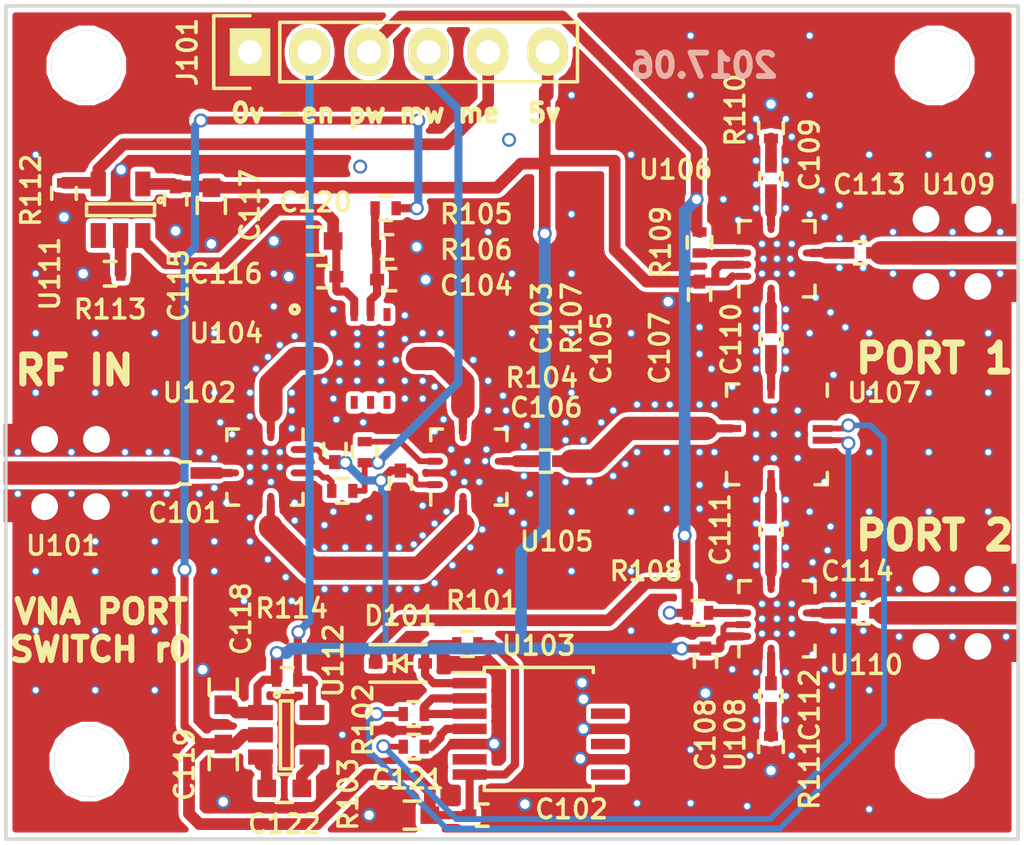
<source format=kicad_pcb>
(kicad_pcb (version 4) (host pcbnew 4.0.6)
  (layers (0 F.Cu signal hide) (1 In1.Cu signal hide) (2 In2.Cu signal hide) (31 B.Cu signal) (34 B.Paste user) (35 F.Paste user) (36 B.SilkS user) (37 F.SilkS user) (38 B.Mask user) (39 F.Mask user) (44 Edge.Cuts user))
  (net 0 "")
  (net 1 "Net-(C101-Pad1)")
  (net 2 "Net-(C101-Pad2)")
  (net 3 -5V)
  (net 4 GND)
  (net 5 +5V)
  (net 6 "Net-(C104-Pad1)")
  (net 7 "Net-(C106-Pad1)")
  (net 8 "Net-(C106-Pad2)")
  (net 9 "Net-(C109-Pad1)")
  (net 10 "Net-(C109-Pad2)")
  (net 11 "Net-(C110-Pad1)")
  (net 12 "Net-(C110-Pad2)")
  (net 13 "Net-(C111-Pad1)")
  (net 14 "Net-(C111-Pad2)")
  (net 15 "Net-(C112-Pad1)")
  (net 16 "Net-(C112-Pad2)")
  (net 17 "Net-(C113-Pad1)")
  (net 18 "Net-(C113-Pad2)")
  (net 19 "Net-(C114-Pad1)")
  (net 20 "Net-(C114-Pad2)")
  (net 21 "Net-(C116-Pad1)")
  (net 22 "Net-(C122-Pad1)")
  (net 23 "Net-(C122-Pad2)")
  (net 24 /PORT_SW)
  (net 25 "Net-(D101-Pad2)")
  (net 26 /-5V_EN)
  (net 27 /MUL_SW)
  (net 28 /MUL_EN)
  (net 29 /V2)
  (net 30 "Net-(R102-Pad2)")
  (net 31 /V1)
  (net 32 "Net-(R103-Pad2)")
  (net 33 "Net-(R104-Pad1)")
  (net 34 "Net-(R107-Pad1)")
  (net 35 "Net-(R108-Pad1)")
  (net 36 "Net-(R109-Pad1)")
  (net 37 "Net-(R113-Pad1)")
  (net 38 "Net-(U102-Pad2)")
  (net 39 "Net-(U102-Pad11)")
  (net 40 "Net-(U104-Pad4)")
  (module vna_footprints:VIA_OSH4LAYER_MIN (layer F.Cu) (at 229.743 45.72)
    (fp_text reference REF** hide)
    (fp_text value VIA_OSH4LAYER_MIN hide)
    (pad 1 thru_hole circle (at 0 0) (size 0.381 0.381) (drill 0.254) (layers *.Cu) (net 4 GND))
  )
  (module vna_footprints:VIA_OSH4LAYER_MIN (layer F.Cu) (at 229.743 44.45)
    (fp_text reference REF** hide)
    (fp_text value VIA_OSH4LAYER_MIN hide)
    (pad 1 thru_hole circle (at 0 0) (size 0.381 0.381) (drill 0.254) (layers *.Cu) (net 4 GND))
  )
  (module vna_footprints:VIA_OSH4LAYER_MIN (layer F.Cu) (at 230.3145 45.085)
    (fp_text reference REF** hide)
    (fp_text value VIA_OSH4LAYER_MIN hide)
    (pad 1 thru_hole circle (at 0 0) (size 0.381 0.381) (drill 0.254) (layers *.Cu) (net 4 GND))
  )
  (module vna_footprints:VIA_OSH4LAYER_MIN (layer F.Cu) (at 229.1715 45.085)
    (fp_text reference REF** hide)
    (fp_text value VIA_OSH4LAYER_MIN hide)
    (pad 1 thru_hole circle (at 0 0) (size 0.381 0.381) (drill 0.254) (layers *.Cu) (net 4 GND))
  )
  (module vna_footprints:VIA_OSH4LAYER_MIN (layer F.Cu) (at 229.743 45.085)
    (fp_text reference REF** hide)
    (fp_text value VIA_OSH4LAYER_MIN hide)
    (pad 1 thru_hole circle (at 0 0) (size 0.381 0.381) (drill 0.254) (layers *.Cu) (net 4 GND))
  )
  (module vna_footprints:VIA_OSH4LAYER_MIN (layer F.Cu) (at 207.01 59.69)
    (fp_text reference REF** hide)
    (fp_text value VIA_OSH4LAYER_MIN hide)
    (pad 1 thru_hole circle (at 0 0) (size 0.381 0.381) (drill 0.254) (layers *.Cu) (net 4 GND))
  )
  (module vna_footprints:VIA_OSH4LAYER_MIN (layer F.Cu) (at 211.201 65.405)
    (fp_text reference REF** hide)
    (fp_text value VIA_OSH4LAYER_MIN hide)
    (pad 1 thru_hole circle (at 0 0) (size 0.381 0.381) (drill 0.254) (layers *.Cu) (net 4 GND))
  )
  (module vna_footprints:VIA_OSH4LAYER_MIN (layer F.Cu) (at 231.648 42.164)
    (fp_text reference REF** hide)
    (fp_text value VIA_OSH4LAYER_MIN hide)
    (pad 1 thru_hole circle (at 0 0) (size 0.381 0.381) (drill 0.254) (layers *.Cu) (net 4 GND))
  )
  (module vna_footprints:VIA_OSH4LAYER_MIN (layer F.Cu) (at 227.457 42.545)
    (fp_text reference REF** hide)
    (fp_text value VIA_OSH4LAYER_MIN hide)
    (pad 1 thru_hole circle (at 0 0) (size 0.381 0.381) (drill 0.254) (layers *.Cu) (net 4 GND))
  )
  (module vna_footprints:VIA_OSH4LAYER_MIN (layer F.Cu) (at 218.186 51.562)
    (fp_text reference REF** hide)
    (fp_text value VIA_OSH4LAYER_MIN hide)
    (pad 1 thru_hole circle (at 0 0) (size 0.381 0.381) (drill 0.254) (layers *.Cu) (net 4 GND))
  )
  (module vna_footprints:VIA_OSH4LAYER_MIN (layer F.Cu) (at 218.948 56.388)
    (fp_text reference REF** hide)
    (fp_text value VIA_OSH4LAYER_MIN hide)
    (pad 1 thru_hole circle (at 0 0) (size 0.381 0.381) (drill 0.254) (layers *.Cu) (net 4 GND))
  )
  (module vna_footprints:VIA_OSH4LAYER_MIN (layer F.Cu) (at 217.932 55.372)
    (fp_text reference REF** hide)
    (fp_text value VIA_OSH4LAYER_MIN hide)
    (pad 1 thru_hole circle (at 0 0) (size 0.381 0.381) (drill 0.254) (layers *.Cu) (net 4 GND))
  )
  (module vna_footprints:VIA_OSH4LAYER_MIN (layer F.Cu) (at 227.711 58.674)
    (fp_text reference REF** hide)
    (fp_text value VIA_OSH4LAYER_MIN hide)
    (pad 1 thru_hole circle (at 0 0) (size 0.381 0.381) (drill 0.254) (layers *.Cu) (net 4 GND))
  )
  (module vna_footprints:VIA_OSH4LAYER_MIN (layer F.Cu) (at 227.838 62.611)
    (fp_text reference REF** hide)
    (fp_text value VIA_OSH4LAYER_MIN hide)
    (pad 1 thru_hole circle (at 0 0) (size 0.381 0.381) (drill 0.254) (layers *.Cu) (net 4 GND))
  )
  (module vna_footprints:VIA_OSH4LAYER_MIN (layer F.Cu) (at 232.029 56.515)
    (fp_text reference REF** hide)
    (fp_text value VIA_OSH4LAYER_MIN hide)
    (pad 1 thru_hole circle (at 0 0) (size 0.381 0.381) (drill 0.254) (layers *.Cu) (net 4 GND))
  )
  (module vna_footprints:VIA_OSH4LAYER_MIN (layer F.Cu) (at 231.902 57.531)
    (fp_text reference REF** hide)
    (fp_text value VIA_OSH4LAYER_MIN hide)
    (pad 1 thru_hole circle (at 0 0) (size 0.381 0.381) (drill 0.254) (layers *.Cu) (net 4 GND))
  )
  (module vna_footprints:VIA_OSH4LAYER_MIN (layer F.Cu) (at 231.267 58.039)
    (fp_text reference REF** hide)
    (fp_text value VIA_OSH4LAYER_MIN hide)
    (pad 1 thru_hole circle (at 0 0) (size 0.381 0.381) (drill 0.254) (layers *.Cu) (net 4 GND))
  )
  (module vna_footprints:VIA_OSH4LAYER_MIN (layer F.Cu) (at 231.267 58.801)
    (fp_text reference REF** hide)
    (fp_text value VIA_OSH4LAYER_MIN hide)
    (pad 1 thru_hole circle (at 0 0) (size 0.381 0.381) (drill 0.254) (layers *.Cu) (net 4 GND))
  )
  (module vna_footprints:VIA_OSH4LAYER_MIN (layer F.Cu) (at 232.0925 63.3095)
    (fp_text reference REF** hide)
    (fp_text value VIA_OSH4LAYER_MIN hide)
    (pad 1 thru_hole circle (at 0 0) (size 0.381 0.381) (drill 0.254) (layers *.Cu) (net 4 GND))
  )
  (module vna_footprints:VIA_OSH4LAYER_MIN (layer F.Cu) (at 231.775 62.611)
    (fp_text reference REF** hide)
    (fp_text value VIA_OSH4LAYER_MIN hide)
    (pad 1 thru_hole circle (at 0 0) (size 0.381 0.381) (drill 0.254) (layers *.Cu) (net 4 GND))
  )
  (module vna_footprints:VIA_OSH4LAYER_MIN (layer F.Cu) (at 231.267 61.976)
    (fp_text reference REF** hide)
    (fp_text value VIA_OSH4LAYER_MIN hide)
    (pad 1 thru_hole circle (at 0 0) (size 0.381 0.381) (drill 0.254) (layers *.Cu) (net 4 GND))
  )
  (module vna_footprints:VIA_OSH4LAYER_MIN (layer F.Cu) (at 230.378 61.087)
    (fp_text reference REF** hide)
    (fp_text value VIA_OSH4LAYER_MIN hide)
    (pad 1 thru_hole circle (at 0 0) (size 0.381 0.381) (drill 0.254) (layers *.Cu) (net 4 GND))
  )
  (module vna_footprints:VIA_OSH4LAYER_MIN (layer F.Cu) (at 229.743 61.087)
    (fp_text reference REF** hide)
    (fp_text value VIA_OSH4LAYER_MIN hide)
    (pad 1 thru_hole circle (at 0 0) (size 0.381 0.381) (drill 0.254) (layers *.Cu) (net 4 GND))
  )
  (module vna_footprints:VIA_OSH4LAYER_MIN (layer F.Cu) (at 229.108 61.087)
    (fp_text reference REF** hide)
    (fp_text value VIA_OSH4LAYER_MIN hide)
    (pad 1 thru_hole circle (at 0 0) (size 0.381 0.381) (drill 0.254) (layers *.Cu) (net 4 GND))
  )
  (module vna_footprints:VIA_OSH4LAYER_MIN (layer F.Cu) (at 229.108 60.452)
    (fp_text reference REF** hide)
    (fp_text value VIA_OSH4LAYER_MIN hide)
    (pad 1 thru_hole circle (at 0 0) (size 0.381 0.381) (drill 0.254) (layers *.Cu) (net 4 GND))
  )
  (module vna_footprints:VIA_OSH4LAYER_MIN (layer F.Cu) (at 229.108 60.452)
    (fp_text reference REF** hide)
    (fp_text value VIA_OSH4LAYER_MIN hide)
    (pad 1 thru_hole circle (at 0 0) (size 0.381 0.381) (drill 0.254) (layers *.Cu) (net 4 GND))
  )
  (module vna_footprints:VIA_OSH4LAYER_MIN (layer F.Cu) (at 229.743 60.452)
    (fp_text reference REF** hide)
    (fp_text value VIA_OSH4LAYER_MIN hide)
    (pad 1 thru_hole circle (at 0 0) (size 0.381 0.381) (drill 0.254) (layers *.Cu) (net 4 GND))
  )
  (module vna_footprints:VIA_OSH4LAYER_MIN (layer F.Cu) (at 230.378 60.452)
    (fp_text reference REF** hide)
    (fp_text value VIA_OSH4LAYER_MIN hide)
    (pad 1 thru_hole circle (at 0 0) (size 0.381 0.381) (drill 0.254) (layers *.Cu) (net 4 GND))
  )
  (module vna_footprints:VIA_OSH4LAYER_MIN (layer F.Cu) (at 230.378 59.817)
    (fp_text reference REF** hide)
    (fp_text value VIA_OSH4LAYER_MIN hide)
    (pad 1 thru_hole circle (at 0 0) (size 0.381 0.381) (drill 0.254) (layers *.Cu) (net 4 GND))
  )
  (module vna_footprints:VIA_OSH4LAYER_MIN (layer F.Cu) (at 229.743 59.817)
    (fp_text reference REF** hide)
    (fp_text value VIA_OSH4LAYER_MIN hide)
    (pad 1 thru_hole circle (at 0 0) (size 0.381 0.381) (drill 0.254) (layers *.Cu) (net 4 GND))
  )
  (module vna_footprints:VIA_OSH4LAYER_MIN (layer F.Cu) (at 229.108 59.817)
    (fp_text reference REF** hide)
    (fp_text value VIA_OSH4LAYER_MIN hide)
    (pad 1 thru_hole circle (at 0 0) (size 0.381 0.381) (drill 0.254) (layers *.Cu) (net 4 GND))
  )
  (module vna_footprints:VIA_OSH4LAYER_MIN (layer F.Cu) (at 228.092 43.434)
    (fp_text reference REF** hide)
    (fp_text value VIA_OSH4LAYER_MIN hide)
    (pad 1 thru_hole circle (at 0 0) (size 0.381 0.381) (drill 0.254) (layers *.Cu) (net 4 GND))
  )
  (module vna_footprints:VIA_OSH4LAYER_MIN (layer F.Cu) (at 232.41 42.799)
    (fp_text reference REF** hide)
    (fp_text value VIA_OSH4LAYER_MIN hide)
    (pad 1 thru_hole circle (at 0 0) (size 0.381 0.381) (drill 0.254) (layers *.Cu) (net 4 GND))
  )
  (module vna_footprints:VIA_OSH4LAYER_MIN (layer F.Cu) (at 231.775 43.307)
    (fp_text reference REF** hide)
    (fp_text value VIA_OSH4LAYER_MIN hide)
    (pad 1 thru_hole circle (at 0 0) (size 0.381 0.381) (drill 0.254) (layers *.Cu) (net 4 GND))
  )
  (module vna_footprints:VIA_OSH4LAYER_MIN (layer F.Cu) (at 232.664 48.006)
    (fp_text reference REF** hide)
    (fp_text value VIA_OSH4LAYER_MIN hide)
    (pad 1 thru_hole circle (at 0 0) (size 0.381 0.381) (drill 0.254) (layers *.Cu) (net 4 GND))
  )
  (module vna_footprints:VIA_OSH4LAYER_MIN (layer F.Cu) (at 232.029 47.371)
    (fp_text reference REF** hide)
    (fp_text value VIA_OSH4LAYER_MIN hide)
    (pad 1 thru_hole circle (at 0 0) (size 0.381 0.381) (drill 0.254) (layers *.Cu) (net 4 GND))
  )
  (module vna_footprints:VIA_OSH4LAYER_MIN (layer F.Cu) (at 231.394 46.736)
    (fp_text reference REF** hide)
    (fp_text value VIA_OSH4LAYER_MIN hide)
    (pad 1 thru_hole circle (at 0 0) (size 0.381 0.381) (drill 0.254) (layers *.Cu) (net 4 GND))
  )
  (module vna_footprints:VIA_OSH4LAYER_MIN (layer F.Cu) (at 232.156 50.038)
    (fp_text reference REF** hide)
    (fp_text value VIA_OSH4LAYER_MIN hide)
    (pad 1 thru_hole circle (at 0 0) (size 0.381 0.381) (drill 0.254) (layers *.Cu) (net 4 GND))
  )
  (module vna_footprints:VIA_OSH4LAYER_MIN (layer F.Cu) (at 231.775 54.61)
    (fp_text reference REF** hide)
    (fp_text value VIA_OSH4LAYER_MIN hide)
    (pad 1 thru_hole circle (at 0 0) (size 0.381 0.381) (drill 0.254) (layers *.Cu) (net 4 GND))
  )
  (module vna_footprints:VIA_OSH4LAYER_MIN (layer F.Cu) (at 225.044 55.753)
    (fp_text reference REF** hide)
    (fp_text value VIA_OSH4LAYER_MIN hide)
    (pad 1 thru_hole circle (at 0 0) (size 0.381 0.381) (drill 0.254) (layers *.Cu) (net 4 GND))
  )
  (module vna_footprints:VIA_OSH4LAYER_MIN (layer F.Cu) (at 226.441 54.737)
    (fp_text reference REF** hide)
    (fp_text value VIA_OSH4LAYER_MIN hide)
    (pad 1 thru_hole circle (at 0 0) (size 0.381 0.381) (drill 0.254) (layers *.Cu) (net 4 GND))
  )
  (module vna_footprints:VIA_OSH4LAYER_MIN (layer F.Cu) (at 227.584 54.737)
    (fp_text reference REF** hide)
    (fp_text value VIA_OSH4LAYER_MIN hide)
    (pad 1 thru_hole circle (at 0 0) (size 0.381 0.381) (drill 0.254) (layers *.Cu) (net 4 GND))
  )
  (module vna_footprints:VIA_OSH4LAYER_MIN (layer F.Cu) (at 226.441 49.149)
    (fp_text reference REF** hide)
    (fp_text value VIA_OSH4LAYER_MIN hide)
    (pad 1 thru_hole circle (at 0 0) (size 0.381 0.381) (drill 0.254) (layers *.Cu) (net 4 GND))
  )
  (module vna_footprints:VIA_OSH4LAYER_MIN (layer F.Cu) (at 226.949 49.784)
    (fp_text reference REF** hide)
    (fp_text value VIA_OSH4LAYER_MIN hide)
    (pad 1 thru_hole circle (at 0 0) (size 0.381 0.381) (drill 0.254) (layers *.Cu) (net 4 GND))
  )
  (module vna_footprints:VIA_OSH4LAYER_MIN (layer F.Cu) (at 227.838 50.546)
    (fp_text reference REF** hide)
    (fp_text value VIA_OSH4LAYER_MIN hide)
    (pad 1 thru_hole circle (at 0 0) (size 0.381 0.381) (drill 0.254) (layers *.Cu) (net 4 GND))
  )
  (module vna_footprints:VIA_OSH4LAYER_MIN (layer F.Cu) (at 219.202 55.118)
    (fp_text reference REF** hide)
    (fp_text value VIA_OSH4LAYER_MIN hide)
    (pad 1 thru_hole circle (at 0 0) (size 0.381 0.381) (drill 0.254) (layers *.Cu) (net 4 GND))
  )
  (module vna_footprints:VIA_OSH4LAYER_MIN (layer F.Cu) (at 218.059 50.927)
    (fp_text reference REF** hide)
    (fp_text value VIA_OSH4LAYER_MIN hide)
    (pad 1 thru_hole circle (at 0 0) (size 0.381 0.381) (drill 0.254) (layers *.Cu) (net 4 GND))
  )
  (module vna_footprints:VIA_OSH4LAYER_MIN (layer F.Cu) (at 219.075 52.197)
    (fp_text reference REF** hide)
    (fp_text value VIA_OSH4LAYER_MIN hide)
    (pad 1 thru_hole circle (at 0 0) (size 0.381 0.381) (drill 0.254) (layers *.Cu) (net 4 GND))
  )
  (module vna_footprints:VIA_OSH4LAYER_MIN (layer F.Cu) (at 216.535 53.721)
    (fp_text reference REF** hide)
    (fp_text value VIA_OSH4LAYER_MIN hide)
    (pad 1 thru_hole circle (at 0 0) (size 0.381 0.381) (drill 0.254) (layers *.Cu) (net 4 GND))
  )
  (module vna_footprints:VIA_OSH4LAYER_MIN (layer F.Cu) (at 214.63 55.626)
    (fp_text reference REF** hide)
    (fp_text value VIA_OSH4LAYER_MIN hide)
    (pad 1 thru_hole circle (at 0 0) (size 0.381 0.381) (drill 0.254) (layers *.Cu) (net 4 GND))
  )
  (module vna_footprints:VIA_OSH4LAYER_MIN (layer F.Cu) (at 218.186 52.324)
    (fp_text reference REF** hide)
    (fp_text value VIA_OSH4LAYER_MIN hide)
    (pad 1 thru_hole circle (at 0 0) (size 0.381 0.381) (drill 0.254) (layers *.Cu) (net 4 GND))
  )
  (module vna_footprints:VIA_OSH4LAYER_MIN (layer F.Cu) (at 215.138 52.451)
    (fp_text reference REF** hide)
    (fp_text value VIA_OSH4LAYER_MIN hide)
    (pad 1 thru_hole circle (at 0 0) (size 0.381 0.381) (drill 0.254) (layers *.Cu) (net 4 GND))
  )
  (module vna_footprints:VIA_OSH4LAYER_MIN (layer F.Cu) (at 217.043 54.61)
    (fp_text reference REF** hide)
    (fp_text value VIA_OSH4LAYER_MIN hide)
    (pad 1 thru_hole circle (at 0 0) (size 0.381 0.381) (drill 0.254) (layers *.Cu) (net 4 GND))
  )
  (module vna_footprints:VIA_OSH4LAYER_MIN (layer F.Cu) (at 217.297 53.721)
    (fp_text reference REF** hide)
    (fp_text value VIA_OSH4LAYER_MIN hide)
    (pad 1 thru_hole circle (at 0 0) (size 0.381 0.381) (drill 0.254) (layers *.Cu) (net 4 GND))
  )
  (module vna_footprints:VIA_OSH4LAYER_MIN (layer F.Cu) (at 216.408 54.61)
    (fp_text reference REF** hide)
    (fp_text value VIA_OSH4LAYER_MIN hide)
    (pad 1 thru_hole circle (at 0 0) (size 0.381 0.381) (drill 0.254) (layers *.Cu) (net 4 GND))
  )
  (module vna_footprints:VIA_OSH4LAYER_MIN (layer F.Cu) (at 215.9485 54.225)
    (fp_text reference REF** hide)
    (fp_text value VIA_OSH4LAYER_MIN hide)
    (pad 1 thru_hole circle (at 0 0) (size 0.381 0.381) (drill 0.254) (layers *.Cu) (net 4 GND))
  )
  (module vna_footprints:VIA_OSH4LAYER_MIN (layer F.Cu) (at 215.8485 53.225)
    (fp_text reference REF** hide)
    (fp_text value VIA_OSH4LAYER_MIN hide)
    (pad 1 thru_hole circle (at 0 0) (size 0.381 0.381) (drill 0.254) (layers *.Cu) (net 4 GND))
  )
  (module vna_footprints:VIA_OSH4LAYER_MIN (layer F.Cu) (at 217.3485 53.225)
    (fp_text reference REF** hide)
    (fp_text value VIA_OSH4LAYER_MIN hide)
    (pad 1 thru_hole circle (at 0 0) (size 0.381 0.381) (drill 0.254) (layers *.Cu) (net 4 GND))
  )
  (module vna_footprints:VIA_OSH4LAYER_MIN (layer F.Cu) (at 210.947 51.943)
    (fp_text reference REF** hide)
    (fp_text value VIA_OSH4LAYER_MIN hide)
    (pad 1 thru_hole circle (at 0 0) (size 0.381 0.381) (drill 0.254) (layers *.Cu) (net 4 GND))
  )
  (module vna_footprints:VIA_OSH4LAYER_MIN (layer F.Cu) (at 206.248 55.499)
    (fp_text reference REF** hide)
    (fp_text value VIA_OSH4LAYER_MIN hide)
    (pad 1 thru_hole circle (at 0 0) (size 0.381 0.381) (drill 0.254) (layers *.Cu) (net 4 GND))
  )
  (module vna_footprints:VIA_OSH4LAYER_MIN (layer F.Cu) (at 205.994 52.07)
    (fp_text reference REF** hide)
    (fp_text value VIA_OSH4LAYER_MIN hide)
    (pad 1 thru_hole circle (at 0 0) (size 0.381 0.381) (drill 0.254) (layers *.Cu) (net 4 GND))
  )
  (module vna_footprints:VIA_OSH4LAYER_MIN (layer F.Cu) (at 206.502 52.578)
    (fp_text reference REF** hide)
    (fp_text value VIA_OSH4LAYER_MIN hide)
    (pad 1 thru_hole circle (at 0 0) (size 0.381 0.381) (drill 0.254) (layers *.Cu) (net 4 GND))
  )
  (module vna_footprints:VIA_OSH4LAYER_MIN (layer F.Cu) (at 208.534 53.975)
    (fp_text reference REF** hide)
    (fp_text value VIA_OSH4LAYER_MIN hide)
    (pad 1 thru_hole circle (at 0 0) (size 0.381 0.381) (drill 0.254) (layers *.Cu) (net 4 GND))
  )
  (module vna_footprints:VIA_OSH4LAYER_MIN (layer F.Cu) (at 208.534 53.34)
    (fp_text reference REF** hide)
    (fp_text value VIA_OSH4LAYER_MIN hide)
    (pad 1 thru_hole circle (at 0 0) (size 0.381 0.381) (drill 0.254) (layers *.Cu) (net 4 GND))
  )
  (module vna_footprints:VIA_OSH4LAYER_MIN (layer F.Cu) (at 208.153 54.61)
    (fp_text reference REF** hide)
    (fp_text value VIA_OSH4LAYER_MIN hide)
    (pad 1 thru_hole circle (at 0 0) (size 0.381 0.381) (drill 0.254) (layers *.Cu) (net 4 GND))
  )
  (module vna_footprints:VIA_OSH4LAYER_MIN (layer F.Cu) (at 207.899 53.975)
    (fp_text reference REF** hide)
    (fp_text value VIA_OSH4LAYER_MIN hide)
    (pad 1 thru_hole circle (at 0 0) (size 0.381 0.381) (drill 0.254) (layers *.Cu) (net 4 GND))
  )
  (module vna_footprints:VIA_OSH4LAYER_MIN (layer F.Cu) (at 207.899 53.34)
    (fp_text reference REF** hide)
    (fp_text value VIA_OSH4LAYER_MIN hide)
    (pad 1 thru_hole circle (at 0 0) (size 0.381 0.381) (drill 0.254) (layers *.Cu) (net 4 GND))
  )
  (module vna_footprints:VIA_OSH4LAYER_MIN (layer F.Cu) (at 207.264 53.34)
    (fp_text reference REF** hide)
    (fp_text value VIA_OSH4LAYER_MIN hide)
    (pad 1 thru_hole circle (at 0 0) (size 0.381 0.381) (drill 0.254) (layers *.Cu) (net 4 GND))
  )
  (module vna_footprints:VIA_OSH4LAYER_MIN (layer F.Cu) (at 207.264 53.975)
    (fp_text reference REF** hide)
    (fp_text value VIA_OSH4LAYER_MIN hide)
    (pad 1 thru_hole circle (at 0 0) (size 0.381 0.381) (drill 0.254) (layers *.Cu) (net 4 GND))
  )
  (module vna_footprints:VIA_OSH4LAYER_MIN (layer F.Cu) (at 207.264 54.61)
    (fp_text reference REF** hide)
    (fp_text value VIA_OSH4LAYER_MIN hide)
    (pad 1 thru_hole circle (at 0 0) (size 0.381 0.381) (drill 0.254) (layers *.Cu) (net 4 GND))
  )
  (module vna_footprints:VIA_OSH4LAYER_MIN (layer F.Cu) (at 210.439 50.292)
    (fp_text reference REF** hide)
    (fp_text value VIA_OSH4LAYER_MIN hide)
    (pad 1 thru_hole circle (at 0 0) (size 0.381 0.381) (drill 0.254) (layers *.Cu) (net 4 GND))
  )
  (module vna_footprints:VIA_OSH4LAYER_MIN (layer F.Cu) (at 217.424 43.942)
    (fp_text reference REF** hide)
    (fp_text value VIA_OSH4LAYER_MIN hide)
    (pad 1 thru_hole circle (at 0 0) (size 0.381 0.381) (drill 0.254) (layers *.Cu) (net 4 GND))
  )
  (module vna_footprints:VIA_OSH4LAYER_MIN (layer F.Cu) (at 220.98 38.1)
    (fp_text reference REF** hide)
    (fp_text value VIA_OSH4LAYER_MIN hide)
    (pad 1 thru_hole circle (at 0 0) (size 0.381 0.381) (drill 0.254) (layers *.Cu) (net 4 GND))
  )
  (module vna_footprints:VIA_OSH4LAYER_MIN (layer F.Cu) (at 205.74 58.42)
    (fp_text reference REF** hide)
    (fp_text value VIA_OSH4LAYER_MIN hide)
    (pad 1 thru_hole circle (at 0 0) (size 0.381 0.381) (drill 0.254) (layers *.Cu) (net 4 GND))
  )
  (module vna_footprints:VIA_OSH4LAYER_MIN (layer F.Cu) (at 210.82 55.88)
    (fp_text reference REF** hide)
    (fp_text value VIA_OSH4LAYER_MIN hide)
    (pad 1 thru_hole circle (at 0 0) (size 0.381 0.381) (drill 0.254) (layers *.Cu) (net 4 GND))
  )
  (module vna_footprints:VIA_OSH4LAYER_MIN (layer F.Cu) (at 212.344 56.134)
    (fp_text reference REF** hide)
    (fp_text value VIA_OSH4LAYER_MIN hide)
    (pad 1 thru_hole circle (at 0 0) (size 0.381 0.381) (drill 0.254) (layers *.Cu) (net 4 GND))
  )
  (module vna_footprints:VIA_OSH4LAYER_MIN (layer F.Cu) (at 226.06 38.1)
    (fp_text reference REF** hide)
    (fp_text value VIA_OSH4LAYER_MIN hide)
    (pad 1 thru_hole circle (at 0 0) (size 0.381 0.381) (drill 0.254) (layers *.Cu) (net 4 GND))
  )
  (module vna_footprints:VIA_OSH4LAYER_MIN (layer F.Cu) (at 220.98 48.26)
    (fp_text reference REF** hide)
    (fp_text value VIA_OSH4LAYER_MIN hide)
    (pad 1 thru_hole circle (at 0 0) (size 0.381 0.381) (drill 0.254) (layers *.Cu) (net 4 GND))
  )
  (module vna_footprints:VIA_OSH4LAYER_MIN (layer F.Cu) (at 198.12 40.64)
    (fp_text reference REF** hide)
    (fp_text value VIA_OSH4LAYER_MIN hide)
    (pad 1 thru_hole circle (at 0 0) (size 0.381 0.381) (drill 0.254) (layers *.Cu) (net 4 GND))
  )
  (module vna_footprints:VIA_OSH4LAYER_MIN (layer F.Cu) (at 198.12 45.72)
    (fp_text reference REF** hide)
    (fp_text value VIA_OSH4LAYER_MIN hide)
    (pad 1 thru_hole circle (at 0 0) (size 0.381 0.381) (drill 0.254) (layers *.Cu) (net 4 GND))
  )
  (module vna_footprints:VIA_OSH4LAYER_MIN (layer F.Cu) (at 223.52 58.42)
    (fp_text reference REF** hide)
    (fp_text value VIA_OSH4LAYER_MIN hide)
    (pad 1 thru_hole circle (at 0 0) (size 0.381 0.381) (drill 0.254) (layers *.Cu) (net 4 GND))
  )
  (module vna_footprints:VIA_OSH4LAYER_MIN (layer F.Cu) (at 226.06 66.04)
    (fp_text reference REF** hide)
    (fp_text value VIA_OSH4LAYER_MIN hide)
    (pad 1 thru_hole circle (at 0 0) (size 0.381 0.381) (drill 0.254) (layers *.Cu) (net 4 GND))
  )
  (module vna_footprints:VIA_OSH4LAYER_MIN (layer F.Cu) (at 233.68 68.58)
    (fp_text reference REF** hide)
    (fp_text value VIA_OSH4LAYER_MIN hide)
    (pad 1 thru_hole circle (at 0 0) (size 0.381 0.381) (drill 0.254) (layers *.Cu) (net 4 GND))
  )
  (module vna_footprints:VIA_OSH4LAYER_MIN (layer F.Cu) (at 233.68 63.5)
    (fp_text reference REF** hide)
    (fp_text value VIA_OSH4LAYER_MIN hide)
    (pad 1 thru_hole circle (at 0 0) (size 0.381 0.381) (drill 0.254) (layers *.Cu) (net 4 GND))
  )
  (module vna_footprints:VIA_OSH4LAYER_MIN (layer F.Cu) (at 228.473 68.453)
    (fp_text reference REF** hide)
    (fp_text value VIA_OSH4LAYER_MIN hide)
    (pad 1 thru_hole circle (at 0 0) (size 0.381 0.381) (drill 0.254) (layers *.Cu) (net 4 GND))
  )
  (module vna_footprints:VIA_OSH4LAYER_MIN (layer F.Cu) (at 226.06 68.326)
    (fp_text reference REF** hide)
    (fp_text value VIA_OSH4LAYER_MIN hide)
    (pad 1 thru_hole circle (at 0 0) (size 0.381 0.381) (drill 0.254) (layers *.Cu) (net 4 GND))
  )
  (module vna_footprints:VIA_OSH4LAYER_MIN (layer F.Cu) (at 223.774 68.326)
    (fp_text reference REF** hide)
    (fp_text value VIA_OSH4LAYER_MIN hide)
    (pad 1 thru_hole circle (at 0 0) (size 0.381 0.381) (drill 0.254) (layers *.Cu) (net 4 GND))
  )
  (module vna_footprints:VIA_OSH4LAYER_MIN (layer F.Cu) (at 200.66 63.5)
    (fp_text reference REF** hide)
    (fp_text value VIA_OSH4LAYER_MIN hide)
    (pad 1 thru_hole circle (at 0 0) (size 0.381 0.381) (drill 0.254) (layers *.Cu) (net 4 GND))
  )
  (module vna_footprints:VIA_OSH4LAYER_MIN (layer F.Cu) (at 203.2 58.42)
    (fp_text reference REF** hide)
    (fp_text value VIA_OSH4LAYER_MIN hide)
    (pad 1 thru_hole circle (at 0 0) (size 0.381 0.381) (drill 0.254) (layers *.Cu) (net 4 GND))
  )
  (module vna_footprints:VIA_OSH4LAYER_MIN (layer F.Cu) (at 200.66 58.42)
    (fp_text reference REF** hide)
    (fp_text value VIA_OSH4LAYER_MIN hide)
    (pad 1 thru_hole circle (at 0 0) (size 0.381 0.381) (drill 0.254) (layers *.Cu) (net 4 GND))
  )
  (module vna_footprints:VIA_OSH4LAYER_MIN (layer F.Cu) (at 198.12 58.42)
    (fp_text reference REF** hide)
    (fp_text value VIA_OSH4LAYER_MIN hide)
    (pad 1 thru_hole circle (at 0 0) (size 0.381 0.381) (drill 0.254) (layers *.Cu) (net 4 GND))
  )
  (module vna_footprints:VIA_OSH4LAYER_MIN (layer F.Cu) (at 205.74 50.8)
    (fp_text reference REF** hide)
    (fp_text value VIA_OSH4LAYER_MIN hide)
    (pad 1 thru_hole circle (at 0 0) (size 0.381 0.381) (drill 0.254) (layers *.Cu) (net 4 GND))
  )
  (module vna_footprints:VIA_OSH4LAYER_MIN (layer F.Cu) (at 218.44 45.72)
    (fp_text reference REF** hide)
    (fp_text value VIA_OSH4LAYER_MIN hide)
    (pad 1 thru_hole circle (at 0 0) (size 0.381 0.381) (drill 0.254) (layers *.Cu) (net 4 GND))
  )
  (module vna_footprints:VIA_OSH4LAYER_MIN (layer F.Cu) (at 223.52 40.64)
    (fp_text reference REF** hide)
    (fp_text value VIA_OSH4LAYER_MIN hide)
    (pad 1 thru_hole circle (at 0 0) (size 0.381 0.381) (drill 0.254) (layers *.Cu) (net 4 GND))
  )
  (module vna_footprints:VIA_OSH4LAYER_MIN (layer F.Cu) (at 226.06 35.56)
    (fp_text reference REF** hide)
    (fp_text value VIA_OSH4LAYER_MIN hide)
    (pad 1 thru_hole circle (at 0 0) (size 0.381 0.381) (drill 0.254) (layers *.Cu) (net 4 GND))
  )
  (module vna_footprints:VIA_OSH4LAYER_MIN (layer F.Cu) (at 231.14 35.56)
    (fp_text reference REF** hide)
    (fp_text value VIA_OSH4LAYER_MIN hide)
    (pad 1 thru_hole circle (at 0 0) (size 0.381 0.381) (drill 0.254) (layers *.Cu) (net 4 GND))
  )
  (module vna_footprints:VIA_OSH4LAYER_MIN (layer F.Cu) (at 231.14 38.1)
    (fp_text reference REF** hide)
    (fp_text value VIA_OSH4LAYER_MIN hide)
    (pad 1 thru_hole circle (at 0 0) (size 0.381 0.381) (drill 0.254) (layers *.Cu) (net 4 GND))
  )
  (module vna_footprints:VIA_OSH4LAYER_MIN (layer F.Cu) (at 233.68 40.64)
    (fp_text reference REF** hide)
    (fp_text value VIA_OSH4LAYER_MIN hide)
    (pad 1 thru_hole circle (at 0 0) (size 0.381 0.381) (drill 0.254) (layers *.Cu) (net 4 GND))
  )
  (module vna_footprints:VIA_OSH4LAYER_MIN (layer F.Cu) (at 236.22 40.64)
    (fp_text reference REF** hide)
    (fp_text value VIA_OSH4LAYER_MIN hide)
    (pad 1 thru_hole circle (at 0 0) (size 0.381 0.381) (drill 0.254) (layers *.Cu) (net 4 GND))
  )
  (module vna_footprints:VIA_OSH4LAYER_MIN (layer F.Cu) (at 238.76 40.64)
    (fp_text reference REF** hide)
    (fp_text value VIA_OSH4LAYER_MIN hide)
    (pad 1 thru_hole circle (at 0 0) (size 0.381 0.381) (drill 0.254) (layers *.Cu) (net 4 GND))
  )
  (module vna_footprints:VIA_OSH4LAYER_MIN (layer F.Cu) (at 238.76 50.8)
    (fp_text reference REF** hide)
    (fp_text value VIA_OSH4LAYER_MIN hide)
    (pad 1 thru_hole circle (at 0 0) (size 0.381 0.381) (drill 0.254) (layers *.Cu) (net 4 GND))
  )
  (module vna_footprints:VIA_OSH4LAYER_MIN (layer F.Cu) (at 233.68 50.8)
    (fp_text reference REF** hide)
    (fp_text value VIA_OSH4LAYER_MIN hide)
    (pad 1 thru_hole circle (at 0 0) (size 0.381 0.381) (drill 0.254) (layers *.Cu) (net 4 GND))
  )
  (module vna_footprints:VIA_OSH4LAYER_MIN (layer F.Cu) (at 238.76 55.88)
    (fp_text reference REF** hide)
    (fp_text value VIA_OSH4LAYER_MIN hide)
    (pad 1 thru_hole circle (at 0 0) (size 0.381 0.381) (drill 0.254) (layers *.Cu) (net 4 GND))
  )
  (module vna_footprints:VIA_OSH4LAYER_MIN (layer F.Cu) (at 238.76 48.26)
    (fp_text reference REF** hide)
    (fp_text value VIA_OSH4LAYER_MIN hide)
    (pad 1 thru_hole circle (at 0 0) (size 0.381 0.381) (drill 0.254) (layers *.Cu) (net 4 GND))
  )
  (module vna_footprints:VIA_OSH4LAYER_MIN (layer F.Cu) (at 238.76 53.34)
    (fp_text reference REF** hide)
    (fp_text value VIA_OSH4LAYER_MIN hide)
    (pad 1 thru_hole circle (at 0 0) (size 0.381 0.381) (drill 0.254) (layers *.Cu) (net 4 GND))
  )
  (module vna_footprints:VIA_OSH4LAYER_MIN (layer F.Cu) (at 233.68 53.34)
    (fp_text reference REF** hide)
    (fp_text value VIA_OSH4LAYER_MIN hide)
    (pad 1 thru_hole circle (at 0 0) (size 0.381 0.381) (drill 0.254) (layers *.Cu) (net 4 GND))
  )
  (module vna_footprints:VIA_OSH4LAYER_MIN (layer F.Cu) (at 236.22 53.34)
    (fp_text reference REF** hide)
    (fp_text value VIA_OSH4LAYER_MIN hide)
    (pad 1 thru_hole circle (at 0 0) (size 0.381 0.381) (drill 0.254) (layers *.Cu) (net 4 GND))
  )
  (module vna_footprints:VIA_OSH4LAYER_MIN (layer F.Cu) (at 223.52 60.96)
    (fp_text reference REF** hide)
    (fp_text value VIA_OSH4LAYER_MIN hide)
    (pad 1 thru_hole circle (at 0 0) (size 0.381 0.381) (drill 0.254) (layers *.Cu) (net 4 GND))
  )
  (module vna_footprints:VIA_OSH4LAYER_MIN (layer F.Cu) (at 226.441 55.753)
    (fp_text reference REF** hide)
    (fp_text value VIA_OSH4LAYER_MIN hide)
    (pad 1 thru_hole circle (at 0 0) (size 0.381 0.381) (drill 0.254) (layers *.Cu) (net 4 GND))
  )
  (module vna_footprints:VIA_OSH4LAYER_MIN (layer F.Cu) (at 231.14 55.88)
    (fp_text reference REF** hide)
    (fp_text value VIA_OSH4LAYER_MIN hide)
    (pad 1 thru_hole circle (at 0 0) (size 0.381 0.381) (drill 0.254) (layers *.Cu) (net 4 GND))
  )
  (module vna_footprints:VIA_OSH4LAYER_MIN (layer F.Cu) (at 233.68 55.88)
    (fp_text reference REF** hide)
    (fp_text value VIA_OSH4LAYER_MIN hide)
    (pad 1 thru_hole circle (at 0 0) (size 0.381 0.381) (drill 0.254) (layers *.Cu) (net 4 GND))
  )
  (module vna_footprints:VIA_OSH4LAYER_MIN (layer F.Cu) (at 236.22 55.88)
    (fp_text reference REF** hide)
    (fp_text value VIA_OSH4LAYER_MIN hide)
    (pad 1 thru_hole circle (at 0 0) (size 0.381 0.381) (drill 0.254) (layers *.Cu) (net 4 GND))
  )
  (module vna_footprints:VIA_OSH4LAYER_MIN (layer F.Cu) (at 236.22 50.8)
    (fp_text reference REF** hide)
    (fp_text value VIA_OSH4LAYER_MIN hide)
    (pad 1 thru_hole circle (at 0 0) (size 0.381 0.381) (drill 0.254) (layers *.Cu) (net 4 GND))
  )
  (module vna_footprints:VIA_OSH4LAYER_MIN (layer F.Cu) (at 236.22 48.26)
    (fp_text reference REF** hide)
    (fp_text value VIA_OSH4LAYER_MIN hide)
    (pad 1 thru_hole circle (at 0 0) (size 0.381 0.381) (drill 0.254) (layers *.Cu) (net 4 GND))
  )
  (module vna_footprints:VIA_OSH4LAYER_MIN (layer F.Cu) (at 233.68 48.26)
    (fp_text reference REF** hide)
    (fp_text value VIA_OSH4LAYER_MIN hide)
    (pad 1 thru_hole circle (at 0 0) (size 0.381 0.381) (drill 0.254) (layers *.Cu) (net 4 GND))
  )
  (module vna_footprints:VIA_OSH4LAYER_MIN (layer F.Cu) (at 231.14 48.26)
    (fp_text reference REF** hide)
    (fp_text value VIA_OSH4LAYER_MIN hide)
    (pad 1 thru_hole circle (at 0 0) (size 0.381 0.381) (drill 0.254) (layers *.Cu) (net 4 GND))
  )
  (module vna_footprints:VIA_OSH4LAYER_MIN (layer F.Cu) (at 231.14 43.18)
    (fp_text reference REF** hide)
    (fp_text value VIA_OSH4LAYER_MIN hide)
    (pad 1 thru_hole circle (at 0 0) (size 0.381 0.381) (drill 0.254) (layers *.Cu) (net 4 GND))
  )
  (module vna_footprints:VIA_OSH4LAYER_MIN (layer F.Cu) (at 220.98 43.18)
    (fp_text reference REF** hide)
    (fp_text value VIA_OSH4LAYER_MIN hide)
    (pad 1 thru_hole circle (at 0 0) (size 0.381 0.381) (drill 0.254) (layers *.Cu) (net 4 GND))
  )
  (module vna_footprints:VIA_OSH4LAYER_MIN (layer F.Cu) (at 220.98 45.72)
    (fp_text reference REF** hide)
    (fp_text value VIA_OSH4LAYER_MIN hide)
    (pad 1 thru_hole circle (at 0 0) (size 0.381 0.381) (drill 0.254) (layers *.Cu) (net 4 GND))
  )
  (module vna_footprints:VIA_OSH4LAYER_MIN (layer F.Cu) (at 226.441 48.006)
    (fp_text reference REF** hide)
    (fp_text value VIA_OSH4LAYER_MIN hide)
    (pad 1 thru_hole circle (at 0 0) (size 0.381 0.381) (drill 0.254) (layers *.Cu) (net 4 GND))
  )
  (module vna_footprints:VIA_OSH4LAYER_MIN (layer F.Cu) (at 223.52 48.26)
    (fp_text reference REF** hide)
    (fp_text value VIA_OSH4LAYER_MIN hide)
    (pad 1 thru_hole circle (at 0 0) (size 0.381 0.381) (drill 0.254) (layers *.Cu) (net 4 GND))
  )
  (module vna_footprints:VIA_OSH4LAYER_MIN (layer F.Cu) (at 220.98 50.8)
    (fp_text reference REF** hide)
    (fp_text value VIA_OSH4LAYER_MIN hide)
    (pad 1 thru_hole circle (at 0 0) (size 0.381 0.381) (drill 0.254) (layers *.Cu) (net 4 GND))
  )
  (module vna_footprints:VIA_OSH4LAYER_MIN (layer F.Cu) (at 220.98 58.42)
    (fp_text reference REF** hide)
    (fp_text value VIA_OSH4LAYER_MIN hide)
    (pad 1 thru_hole circle (at 0 0) (size 0.381 0.381) (drill 0.254) (layers *.Cu) (net 4 GND))
  )
  (module vna_footprints:VIA_OSH4LAYER_MIN (layer F.Cu) (at 217.932 58.42)
    (fp_text reference REF** hide)
    (fp_text value VIA_OSH4LAYER_MIN hide)
    (pad 1 thru_hole circle (at 0 0) (size 0.381 0.381) (drill 0.254) (layers *.Cu) (net 4 GND))
  )
  (module vna_footprints:VIA_OSH4LAYER_MIN (layer F.Cu) (at 223.52 55.88)
    (fp_text reference REF** hide)
    (fp_text value VIA_OSH4LAYER_MIN hide)
    (pad 1 thru_hole circle (at 0 0) (size 0.381 0.381) (drill 0.254) (layers *.Cu) (net 4 GND))
  )
  (module vna_footprints:VIA_OSH4LAYER_MIN (layer F.Cu) (at 220.98 55.88)
    (fp_text reference REF** hide)
    (fp_text value VIA_OSH4LAYER_MIN hide)
    (pad 1 thru_hole circle (at 0 0) (size 0.381 0.381) (drill 0.254) (layers *.Cu) (net 4 GND))
  )
  (module vna_footprints:VIA_OSH4LAYER_MIN (layer F.Cu) (at 218.44 55.88)
    (fp_text reference REF** hide)
    (fp_text value VIA_OSH4LAYER_MIN hide)
    (pad 1 thru_hole circle (at 0 0) (size 0.381 0.381) (drill 0.254) (layers *.Cu) (net 4 GND))
  )
  (module vna_footprints:VIA_OSH4LAYER_MIN (layer F.Cu) (at 218.44 48.26)
    (fp_text reference REF** hide)
    (fp_text value VIA_OSH4LAYER_MIN hide)
    (pad 1 thru_hole circle (at 0 0) (size 0.381 0.381) (drill 0.254) (layers *.Cu) (net 4 GND))
  )
  (module vna_footprints:VIA_OSH4LAYER_MIN (layer F.Cu) (at 208.28 45.72)
    (fp_text reference REF** hide)
    (fp_text value VIA_OSH4LAYER_MIN hide)
    (pad 1 thru_hole circle (at 0 0) (size 0.381 0.381) (drill 0.254) (layers *.Cu) (net 4 GND))
  )
  (module vna_footprints:VIA_OSH4LAYER_MIN (layer F.Cu) (at 205.74 48.26)
    (fp_text reference REF** hide)
    (fp_text value VIA_OSH4LAYER_MIN hide)
    (pad 1 thru_hole circle (at 0 0) (size 0.381 0.381) (drill 0.254) (layers *.Cu) (net 4 GND))
  )
  (module vna_footprints:VIA_OSH4LAYER_MIN (layer F.Cu) (at 203.2 48.26)
    (fp_text reference REF** hide)
    (fp_text value VIA_OSH4LAYER_MIN hide)
    (pad 1 thru_hole circle (at 0 0) (size 0.381 0.381) (drill 0.254) (layers *.Cu) (net 4 GND))
  )
  (module vna_footprints:VIA_OSH4LAYER_MIN (layer F.Cu) (at 200.66 48.26)
    (fp_text reference REF** hide)
    (fp_text value VIA_OSH4LAYER_MIN hide)
    (pad 1 thru_hole circle (at 0 0) (size 0.381 0.381) (drill 0.254) (layers *.Cu) (net 4 GND))
  )
  (module vna_footprints:VIA_OSH4LAYER_MIN (layer F.Cu) (at 198.12 48.26)
    (fp_text reference REF** hide)
    (fp_text value VIA_OSH4LAYER_MIN hide)
    (pad 1 thru_hole circle (at 0 0) (size 0.381 0.381) (drill 0.254) (layers *.Cu) (net 4 GND))
  )
  (module vna_footprints:VIA_OSH4LAYER_MIN (layer F.Cu) (at 198.12 50.8)
    (fp_text reference REF** hide)
    (fp_text value VIA_OSH4LAYER_MIN hide)
    (pad 1 thru_hole circle (at 0 0) (size 0.381 0.381) (drill 0.254) (layers *.Cu) (net 4 GND))
  )
  (module vna_footprints:VIA_OSH4LAYER_MIN (layer F.Cu) (at 200.66 50.8)
    (fp_text reference REF** hide)
    (fp_text value VIA_OSH4LAYER_MIN hide)
    (pad 1 thru_hole circle (at 0 0) (size 0.381 0.381) (drill 0.254) (layers *.Cu) (net 4 GND))
  )
  (module vna_footprints:VIA_OSH4LAYER_MIN (layer F.Cu) (at 203.2 50.8)
    (fp_text reference REF** hide)
    (fp_text value VIA_OSH4LAYER_MIN hide)
    (pad 1 thru_hole circle (at 0 0) (size 0.381 0.381) (drill 0.254) (layers *.Cu) (net 4 GND))
  )
  (module vna_footprints:VIA_OSH4LAYER_MIN (layer F.Cu) (at 203.2 63.5)
    (fp_text reference REF** hide)
    (fp_text value VIA_OSH4LAYER_MIN hide)
    (pad 1 thru_hole circle (at 0 0) (size 0.381 0.381) (drill 0.254) (layers *.Cu) (net 4 GND))
  )
  (module vna_footprints:VIA_OSH4LAYER_MIN (layer F.Cu) (at 198.12 63.5)
    (fp_text reference REF** hide)
    (fp_text value VIA_OSH4LAYER_MIN hide)
    (pad 1 thru_hole circle (at 0 0) (size 0.381 0.381) (drill 0.254) (layers *.Cu) (net 4 GND))
  )
  (module vna_footprints:VIA_OSH4LAYER_MIN (layer F.Cu) (at 198.12 60.96)
    (fp_text reference REF** hide)
    (fp_text value VIA_OSH4LAYER_MIN hide)
    (pad 1 thru_hole circle (at 0 0) (size 0.381 0.381) (drill 0.254) (layers *.Cu) (net 4 GND))
  )
  (module vna_footprints:VIA_OSH4LAYER_MIN (layer F.Cu) (at 203.2 60.96)
    (fp_text reference REF** hide)
    (fp_text value VIA_OSH4LAYER_MIN hide)
    (pad 1 thru_hole circle (at 0 0) (size 0.381 0.381) (drill 0.254) (layers *.Cu) (net 4 GND))
  )
  (module vna_footprints:VIA_OSH4LAYER_MIN (layer F.Cu) (at 200.66 60.96)
    (fp_text reference REF** hide)
    (fp_text value VIA_OSH4LAYER_MIN hide)
    (pad 1 thru_hole circle (at 0 0) (size 0.381 0.381) (drill 0.254) (layers *.Cu) (net 4 GND))
  )
  (module vna_footprints:VIA_OSH4LAYER_MIN (layer F.Cu) (at 200.66 57.15)
    (fp_text reference REF** hide)
    (fp_text value VIA_OSH4LAYER_MIN hide)
    (pad 1 thru_hole circle (at 0 0) (size 0.381 0.381) (drill 0.254) (layers *.Cu) (net 4 GND))
  )
  (module vna_footprints:VIA_OSH4LAYER_MIN (layer F.Cu) (at 203.2 57.15)
    (fp_text reference REF** hide)
    (fp_text value VIA_OSH4LAYER_MIN hide)
    (pad 1 thru_hole circle (at 0 0) (size 0.381 0.381) (drill 0.254) (layers *.Cu) (net 4 GND))
  )
  (module vna_footprints:VIA_OSH4LAYER_MIN (layer F.Cu) (at 205.74 57.15)
    (fp_text reference REF** hide)
    (fp_text value VIA_OSH4LAYER_MIN hide)
    (pad 1 thru_hole circle (at 0 0) (size 0.381 0.381) (drill 0.254) (layers *.Cu) (net 4 GND))
  )
  (module vna_footprints:VIA_OSH4LAYER_MIN (layer F.Cu) (at 209.042 59.69)
    (fp_text reference REF** hide)
    (fp_text value VIA_OSH4LAYER_MIN hide)
    (pad 1 thru_hole circle (at 0 0) (size 0.381 0.381) (drill 0.254) (layers *.Cu) (net 4 GND))
  )
  (module vna_footprints:VIA_OSH4LAYER_MIN (layer F.Cu) (at 230.124 39.116)
    (fp_text reference REF** hide)
    (fp_text value VIA_OSH4LAYER_MIN hide)
    (pad 1 thru_hole circle (at 0 0) (size 0.381 0.381) (drill 0.254) (layers *.Cu) (net 4 GND))
  )
  (module vna_footprints:VIA_OSH4LAYER_MIN (layer F.Cu) (at 228.854 39.116)
    (fp_text reference REF** hide)
    (fp_text value VIA_OSH4LAYER_MIN hide)
    (pad 1 thru_hole circle (at 0 0) (size 0.381 0.381) (drill 0.254) (layers *.Cu) (net 4 GND))
  )
  (module vna_footprints:VIA_OSH4LAYER_MIN (layer F.Cu) (at 228.6 39.878)
    (fp_text reference REF** hide)
    (fp_text value VIA_OSH4LAYER_MIN hide)
    (pad 1 thru_hole circle (at 0 0) (size 0.381 0.381) (drill 0.254) (layers *.Cu) (net 4 GND))
  )
  (module vna_footprints:VIA_OSH4LAYER_MIN (layer F.Cu) (at 230.378 39.878)
    (fp_text reference REF** hide)
    (fp_text value VIA_OSH4LAYER_MIN hide)
    (pad 1 thru_hole circle (at 0 0) (size 0.381 0.381) (drill 0.254) (layers *.Cu) (net 4 GND))
  )
  (module vna_footprints:VIA_OSH4LAYER_MIN (layer F.Cu) (at 230.124 40.894)
    (fp_text reference REF** hide)
    (fp_text value VIA_OSH4LAYER_MIN hide)
    (pad 1 thru_hole circle (at 0 0) (size 0.381 0.381) (drill 0.254) (layers *.Cu) (net 4 GND))
  )
  (module vna_footprints:VIA_OSH4LAYER_MIN (layer F.Cu) (at 228.854 40.894)
    (fp_text reference REF** hide)
    (fp_text value VIA_OSH4LAYER_MIN hide)
    (pad 1 thru_hole circle (at 0 0) (size 0.381 0.381) (drill 0.254) (layers *.Cu) (net 4 GND))
  )
  (module vna_footprints:VIA_OSH4LAYER_MIN (layer F.Cu) (at 228.854 41.91)
    (fp_text reference REF** hide)
    (fp_text value VIA_OSH4LAYER_MIN hide)
    (pad 1 thru_hole circle (at 0 0) (size 0.381 0.381) (drill 0.254) (layers *.Cu) (net 4 GND))
  )
  (module vna_footprints:VIA_OSH4LAYER_MIN (layer F.Cu) (at 230.124 41.91)
    (fp_text reference REF** hide)
    (fp_text value VIA_OSH4LAYER_MIN hide)
    (pad 1 thru_hole circle (at 0 0) (size 0.381 0.381) (drill 0.254) (layers *.Cu) (net 4 GND))
  )
  (module vna_footprints:VIA_OSH4LAYER_MIN (layer F.Cu) (at 230.124 42.926)
    (fp_text reference REF** hide)
    (fp_text value VIA_OSH4LAYER_MIN hide)
    (pad 1 thru_hole circle (at 0 0) (size 0.381 0.381) (drill 0.254) (layers *.Cu) (net 4 GND))
  )
  (module vna_footprints:VIA_OSH4LAYER_MIN (layer F.Cu) (at 228.854 42.926)
    (fp_text reference REF** hide)
    (fp_text value VIA_OSH4LAYER_MIN hide)
    (pad 1 thru_hole circle (at 0 0) (size 0.381 0.381) (drill 0.254) (layers *.Cu) (net 4 GND))
  )
  (module vna_footprints:VIA_OSH4LAYER_MIN (layer F.Cu) (at 228.6 66.294)
    (fp_text reference REF** hide)
    (fp_text value VIA_OSH4LAYER_MIN hide)
    (pad 1 thru_hole circle (at 0 0) (size 0.381 0.381) (drill 0.254) (layers *.Cu) (net 4 GND))
  )
  (module vna_footprints:VIA_OSH4LAYER_MIN (layer F.Cu) (at 230.378 66.294)
    (fp_text reference REF** hide)
    (fp_text value VIA_OSH4LAYER_MIN hide)
    (pad 1 thru_hole circle (at 0 0) (size 0.381 0.381) (drill 0.254) (layers *.Cu) (net 4 GND))
  )
  (module vna_footprints:VIA_OSH4LAYER_MIN (layer F.Cu) (at 230.124 64.77)
    (fp_text reference REF** hide)
    (fp_text value VIA_OSH4LAYER_MIN hide)
    (pad 1 thru_hole circle (at 0 0) (size 0.381 0.381) (drill 0.254) (layers *.Cu) (net 4 GND))
  )
  (module vna_footprints:VIA_OSH4LAYER_MIN (layer F.Cu) (at 228.854 64.77)
    (fp_text reference REF** hide)
    (fp_text value VIA_OSH4LAYER_MIN hide)
    (pad 1 thru_hole circle (at 0 0) (size 0.381 0.381) (drill 0.254) (layers *.Cu) (net 4 GND))
  )
  (module vna_footprints:VIA_OSH4LAYER_MIN (layer F.Cu) (at 228.854 63.754)
    (fp_text reference REF** hide)
    (fp_text value VIA_OSH4LAYER_MIN hide)
    (pad 1 thru_hole circle (at 0 0) (size 0.381 0.381) (drill 0.254) (layers *.Cu) (net 4 GND))
  )
  (module vna_footprints:VIA_OSH4LAYER_MIN (layer F.Cu) (at 230.124 63.754)
    (fp_text reference REF** hide)
    (fp_text value VIA_OSH4LAYER_MIN hide)
    (pad 1 thru_hole circle (at 0 0) (size 0.381 0.381) (drill 0.254) (layers *.Cu) (net 4 GND))
  )
  (module vna_footprints:VIA_OSH4LAYER_MIN (layer F.Cu) (at 230.124 62.738)
    (fp_text reference REF** hide)
    (fp_text value VIA_OSH4LAYER_MIN hide)
    (pad 1 thru_hole circle (at 0 0) (size 0.381 0.381) (drill 0.254) (layers *.Cu) (net 4 GND))
  )
  (module vna_footprints:VIA_OSH4LAYER_MIN (layer F.Cu) (at 228.854 62.738)
    (fp_text reference REF** hide)
    (fp_text value VIA_OSH4LAYER_MIN hide)
    (pad 1 thru_hole circle (at 0 0) (size 0.381 0.381) (drill 0.254) (layers *.Cu) (net 4 GND))
  )
  (module vna_footprints:VIA_OSH4LAYER_MIN (layer F.Cu) (at 228.854 58.166)
    (fp_text reference REF** hide)
    (fp_text value VIA_OSH4LAYER_MIN hide)
    (pad 1 thru_hole circle (at 0 0) (size 0.381 0.381) (drill 0.254) (layers *.Cu) (net 4 GND))
  )
  (module vna_footprints:VIA_OSH4LAYER_MIN (layer F.Cu) (at 230.124 58.166)
    (fp_text reference REF** hide)
    (fp_text value VIA_OSH4LAYER_MIN hide)
    (pad 1 thru_hole circle (at 0 0) (size 0.381 0.381) (drill 0.254) (layers *.Cu) (net 4 GND))
  )
  (module vna_footprints:VIA_OSH4LAYER_MIN (layer F.Cu) (at 230.124 57.404)
    (fp_text reference REF** hide)
    (fp_text value VIA_OSH4LAYER_MIN hide)
    (pad 1 thru_hole circle (at 0 0) (size 0.381 0.381) (drill 0.254) (layers *.Cu) (net 4 GND))
  )
  (module vna_footprints:VIA_OSH4LAYER_MIN (layer F.Cu) (at 228.854 57.404)
    (fp_text reference REF** hide)
    (fp_text value VIA_OSH4LAYER_MIN hide)
    (pad 1 thru_hole circle (at 0 0) (size 0.381 0.381) (drill 0.254) (layers *.Cu) (net 4 GND))
  )
  (module vna_footprints:VIA_OSH4LAYER_MIN (layer F.Cu) (at 228.854 56.388)
    (fp_text reference REF** hide)
    (fp_text value VIA_OSH4LAYER_MIN hide)
    (pad 1 thru_hole circle (at 0 0) (size 0.381 0.381) (drill 0.254) (layers *.Cu) (net 4 GND))
  )
  (module vna_footprints:VIA_OSH4LAYER_MIN (layer F.Cu) (at 230.124 56.388)
    (fp_text reference REF** hide)
    (fp_text value VIA_OSH4LAYER_MIN hide)
    (pad 1 thru_hole circle (at 0 0) (size 0.381 0.381) (drill 0.254) (layers *.Cu) (net 4 GND))
  )
  (module vna_footprints:VIA_OSH4LAYER_MIN (layer F.Cu) (at 230.124 55.372)
    (fp_text reference REF** hide)
    (fp_text value VIA_OSH4LAYER_MIN hide)
    (pad 1 thru_hole circle (at 0 0) (size 0.381 0.381) (drill 0.254) (layers *.Cu) (net 4 GND))
  )
  (module vna_footprints:VIA_OSH4LAYER_MIN (layer F.Cu) (at 228.854 55.372)
    (fp_text reference REF** hide)
    (fp_text value VIA_OSH4LAYER_MIN hide)
    (pad 1 thru_hole circle (at 0 0) (size 0.381 0.381) (drill 0.254) (layers *.Cu) (net 4 GND))
  )
  (module vna_footprints:VIA_OSH4LAYER_MIN (layer F.Cu) (at 228.854 47.244)
    (fp_text reference REF** hide)
    (fp_text value VIA_OSH4LAYER_MIN hide)
    (pad 1 thru_hole circle (at 0 0) (size 0.381 0.381) (drill 0.254) (layers *.Cu) (net 4 GND))
  )
  (module vna_footprints:VIA_OSH4LAYER_MIN (layer F.Cu) (at 230.124 47.244)
    (fp_text reference REF** hide)
    (fp_text value VIA_OSH4LAYER_MIN hide)
    (pad 1 thru_hole circle (at 0 0) (size 0.381 0.381) (drill 0.254) (layers *.Cu) (net 4 GND))
  )
  (module vna_footprints:VIA_OSH4LAYER_MIN (layer F.Cu) (at 230.124 48.006)
    (fp_text reference REF** hide)
    (fp_text value VIA_OSH4LAYER_MIN hide)
    (pad 1 thru_hole circle (at 0 0) (size 0.381 0.381) (drill 0.254) (layers *.Cu) (net 4 GND))
  )
  (module vna_footprints:VIA_OSH4LAYER_MIN (layer F.Cu) (at 228.854 48.006)
    (fp_text reference REF** hide)
    (fp_text value VIA_OSH4LAYER_MIN hide)
    (pad 1 thru_hole circle (at 0 0) (size 0.381 0.381) (drill 0.254) (layers *.Cu) (net 4 GND))
  )
  (module vna_footprints:VIA_OSH4LAYER_MIN (layer F.Cu) (at 228.854 49.022)
    (fp_text reference REF** hide)
    (fp_text value VIA_OSH4LAYER_MIN hide)
    (pad 1 thru_hole circle (at 0 0) (size 0.381 0.381) (drill 0.254) (layers *.Cu) (net 4 GND))
  )
  (module vna_footprints:VIA_OSH4LAYER_MIN (layer F.Cu) (at 230.124 49.022)
    (fp_text reference REF** hide)
    (fp_text value VIA_OSH4LAYER_MIN hide)
    (pad 1 thru_hole circle (at 0 0) (size 0.381 0.381) (drill 0.254) (layers *.Cu) (net 4 GND))
  )
  (module vna_footprints:VIA_OSH4LAYER_MIN (layer F.Cu) (at 230.124 49.784)
    (fp_text reference REF** hide)
    (fp_text value VIA_OSH4LAYER_MIN hide)
    (pad 1 thru_hole circle (at 0 0) (size 0.381 0.381) (drill 0.254) (layers *.Cu) (net 4 GND))
  )
  (module vna_footprints:VIA_OSH4LAYER_MIN (layer F.Cu) (at 228.854 49.784)
    (fp_text reference REF** hide)
    (fp_text value VIA_OSH4LAYER_MIN hide)
    (pad 1 thru_hole circle (at 0 0) (size 0.381 0.381) (drill 0.254) (layers *.Cu) (net 4 GND))
  )
  (module vna_footprints:VIA_OSH4LAYER_MIN (layer F.Cu) (at 227.076 53.34)
    (fp_text reference REF** hide)
    (fp_text value VIA_OSH4LAYER_MIN hide)
    (pad 1 thru_hole circle (at 0 0) (size 0.381 0.381) (drill 0.254) (layers *.Cu) (net 4 GND))
  )
  (module vna_footprints:VIA_OSH4LAYER_MIN (layer F.Cu) (at 227.076 51.308)
    (fp_text reference REF** hide)
    (fp_text value VIA_OSH4LAYER_MIN hide)
    (pad 1 thru_hole circle (at 0 0) (size 0.381 0.381) (drill 0.254) (layers *.Cu) (net 4 GND))
  )
  (module vna_footprints:VIA_OSH4LAYER_MIN (layer F.Cu) (at 226.441 53.34)
    (fp_text reference REF** hide)
    (fp_text value VIA_OSH4LAYER_MIN hide)
    (pad 1 thru_hole circle (at 0 0) (size 0.381 0.381) (drill 0.254) (layers *.Cu) (net 4 GND))
  )
  (module vna_footprints:VIA_OSH4LAYER_MIN (layer F.Cu) (at 226.441 51.308)
    (fp_text reference REF** hide)
    (fp_text value VIA_OSH4LAYER_MIN hide)
    (pad 1 thru_hole circle (at 0 0) (size 0.381 0.381) (drill 0.254) (layers *.Cu) (net 4 GND))
  )
  (module vna_footprints:VIA_OSH4LAYER_MIN (layer F.Cu) (at 225.171 51.308)
    (fp_text reference REF** hide)
    (fp_text value VIA_OSH4LAYER_MIN hide)
    (pad 1 thru_hole circle (at 0 0) (size 0.381 0.381) (drill 0.254) (layers *.Cu) (net 4 GND))
  )
  (module vna_footprints:VIA_OSH4LAYER_MIN (layer F.Cu) (at 225.044 53.34)
    (fp_text reference REF** hide)
    (fp_text value VIA_OSH4LAYER_MIN hide)
    (pad 1 thru_hole circle (at 0 0) (size 0.381 0.381) (drill 0.254) (layers *.Cu) (net 4 GND))
  )
  (module vna_footprints:VIA_OSH4LAYER_MIN (layer F.Cu) (at 224.536 51.308)
    (fp_text reference REF** hide)
    (fp_text value VIA_OSH4LAYER_MIN hide)
    (pad 1 thru_hole circle (at 0 0) (size 0.381 0.381) (drill 0.254) (layers *.Cu) (net 4 GND))
  )
  (module vna_footprints:VIA_OSH4LAYER_MIN (layer F.Cu) (at 223.774 51.308)
    (fp_text reference REF** hide)
    (fp_text value VIA_OSH4LAYER_MIN hide)
    (pad 1 thru_hole circle (at 0 0) (size 0.381 0.381) (drill 0.254) (layers *.Cu) (net 4 GND))
  )
  (module vna_footprints:VIA_OSH4LAYER_MIN (layer F.Cu) (at 222.758 51.562)
    (fp_text reference REF** hide)
    (fp_text value VIA_OSH4LAYER_MIN hide)
    (pad 1 thru_hole circle (at 0 0) (size 0.381 0.381) (drill 0.254) (layers *.Cu) (net 4 GND))
  )
  (module vna_footprints:VIA_OSH4LAYER_MIN (layer F.Cu) (at 223.774 53.34)
    (fp_text reference REF** hide)
    (fp_text value VIA_OSH4LAYER_MIN hide)
    (pad 1 thru_hole circle (at 0 0) (size 0.381 0.381) (drill 0.254) (layers *.Cu) (net 4 GND))
  )
  (module vna_footprints:VIA_OSH4LAYER_MIN (layer F.Cu) (at 223.266 53.848)
    (fp_text reference REF** hide)
    (fp_text value VIA_OSH4LAYER_MIN hide)
    (pad 1 thru_hole circle (at 0 0) (size 0.381 0.381) (drill 0.254) (layers *.Cu) (net 4 GND))
  )
  (module vna_footprints:VIA_OSH4LAYER_MIN (layer F.Cu) (at 222.758 54.356)
    (fp_text reference REF** hide)
    (fp_text value VIA_OSH4LAYER_MIN hide)
    (pad 1 thru_hole circle (at 0 0) (size 0.381 0.381) (drill 0.254) (layers *.Cu) (net 4 GND))
  )
  (module vna_footprints:VIA_OSH4LAYER_MIN (layer F.Cu) (at 222.25 52.07)
    (fp_text reference REF** hide)
    (fp_text value VIA_OSH4LAYER_MIN hide)
    (pad 1 thru_hole circle (at 0 0) (size 0.381 0.381) (drill 0.254) (layers *.Cu) (net 4 GND))
  )
  (module vna_footprints:VIA_OSH4LAYER_MIN (layer F.Cu) (at 221.488 52.832)
    (fp_text reference REF** hide)
    (fp_text value VIA_OSH4LAYER_MIN hide)
    (pad 1 thru_hole circle (at 0 0) (size 0.381 0.381) (drill 0.254) (layers *.Cu) (net 4 GND))
  )
  (module vna_footprints:VIA_OSH4LAYER_MIN (layer F.Cu) (at 221.742 54.61)
    (fp_text reference REF** hide)
    (fp_text value VIA_OSH4LAYER_MIN hide)
    (pad 1 thru_hole circle (at 0 0) (size 0.381 0.381) (drill 0.254) (layers *.Cu) (net 4 GND))
  )
  (module vna_footprints:VIA_OSH4LAYER_MIN (layer F.Cu) (at 220.726 52.832)
    (fp_text reference REF** hide)
    (fp_text value VIA_OSH4LAYER_MIN hide)
    (pad 1 thru_hole circle (at 0 0) (size 0.381 0.381) (drill 0.254) (layers *.Cu) (net 4 GND))
  )
  (module vna_footprints:VIA_OSH4LAYER_MIN (layer F.Cu) (at 220.726 54.61)
    (fp_text reference REF** hide)
    (fp_text value VIA_OSH4LAYER_MIN hide)
    (pad 1 thru_hole circle (at 0 0) (size 0.381 0.381) (drill 0.254) (layers *.Cu) (net 4 GND))
  )
  (module vna_footprints:VIA_OSH4LAYER_MIN (layer F.Cu) (at 220.726 52.07)
    (fp_text reference REF** hide)
    (fp_text value VIA_OSH4LAYER_MIN hide)
    (pad 1 thru_hole circle (at 0 0) (size 0.381 0.381) (drill 0.254) (layers *.Cu) (net 4 GND))
  )
  (module vna_footprints:VIA_OSH4LAYER_MIN (layer F.Cu) (at 218.948 53.086)
    (fp_text reference REF** hide)
    (fp_text value VIA_OSH4LAYER_MIN hide)
    (pad 1 thru_hole circle (at 0 0) (size 0.381 0.381) (drill 0.254) (layers *.Cu) (net 4 GND))
  )
  (module vna_footprints:VIA_OSH4LAYER_MIN (layer F.Cu) (at 218.948 54.356)
    (fp_text reference REF** hide)
    (fp_text value VIA_OSH4LAYER_MIN hide)
    (pad 1 thru_hole circle (at 0 0) (size 0.381 0.381) (drill 0.254) (layers *.Cu) (net 4 GND))
  )
  (module vna_footprints:VIA_OSH4LAYER_MIN (layer F.Cu) (at 209.169 55.499)
    (fp_text reference REF** hide)
    (fp_text value VIA_OSH4LAYER_MIN hide)
    (pad 1 thru_hole circle (at 0 0) (size 0.381 0.381) (drill 0.254) (layers *.Cu) (net 4 GND))
  )
  (module vna_footprints:VIA_OSH4LAYER_MIN (layer F.Cu) (at 209.169 56.261)
    (fp_text reference REF** hide)
    (fp_text value VIA_OSH4LAYER_MIN hide)
    (pad 1 thru_hole circle (at 0 0) (size 0.381 0.381) (drill 0.254) (layers *.Cu) (net 4 GND))
  )
  (module vna_footprints:VIA_OSH4LAYER_MIN (layer F.Cu) (at 210.439 56.4515)
    (fp_text reference REF** hide)
    (fp_text value VIA_OSH4LAYER_MIN hide)
    (pad 1 thru_hole circle (at 0 0) (size 0.381 0.381) (drill 0.254) (layers *.Cu) (net 4 GND))
  )
  (module vna_footprints:VIA_OSH4LAYER_MIN (layer F.Cu) (at 210.439 57.404)
    (fp_text reference REF** hide)
    (fp_text value VIA_OSH4LAYER_MIN hide)
    (pad 1 thru_hole circle (at 0 0) (size 0.381 0.381) (drill 0.254) (layers *.Cu) (net 4 GND))
  )
  (module vna_footprints:VIA_OSH4LAYER_MIN (layer F.Cu) (at 211.328 57.404)
    (fp_text reference REF** hide)
    (fp_text value VIA_OSH4LAYER_MIN hide)
    (pad 1 thru_hole circle (at 0 0) (size 0.381 0.381) (drill 0.254) (layers *.Cu) (net 4 GND))
  )
  (module vna_footprints:VIA_OSH4LAYER_MIN (layer F.Cu) (at 212.344 57.404)
    (fp_text reference REF** hide)
    (fp_text value VIA_OSH4LAYER_MIN hide)
    (pad 1 thru_hole circle (at 0 0) (size 0.381 0.381) (drill 0.254) (layers *.Cu) (net 4 GND))
  )
  (module vna_footprints:VIA_OSH4LAYER_MIN (layer F.Cu) (at 213.614 57.404)
    (fp_text reference REF** hide)
    (fp_text value VIA_OSH4LAYER_MIN hide)
    (pad 1 thru_hole circle (at 0 0) (size 0.381 0.381) (drill 0.254) (layers *.Cu) (net 4 GND))
  )
  (module vna_footprints:VIA_OSH4LAYER_MIN (layer F.Cu) (at 214.249 57.277)
    (fp_text reference REF** hide)
    (fp_text value VIA_OSH4LAYER_MIN hide)
    (pad 1 thru_hole circle (at 0 0) (size 0.381 0.381) (drill 0.254) (layers *.Cu) (net 4 GND))
  )
  (module vna_footprints:VIA_OSH4LAYER_MIN (layer F.Cu) (at 214.63 56.896)
    (fp_text reference REF** hide)
    (fp_text value VIA_OSH4LAYER_MIN hide)
    (pad 1 thru_hole circle (at 0 0) (size 0.381 0.381) (drill 0.254) (layers *.Cu) (net 4 GND))
  )
  (module vna_footprints:VIA_OSH4LAYER_MIN (layer F.Cu) (at 215.138 56.388)
    (fp_text reference REF** hide)
    (fp_text value VIA_OSH4LAYER_MIN hide)
    (pad 1 thru_hole circle (at 0 0) (size 0.381 0.381) (drill 0.254) (layers *.Cu) (net 4 GND))
  )
  (module vna_footprints:VIA_OSH4LAYER_MIN (layer F.Cu) (at 215.646 55.88)
    (fp_text reference REF** hide)
    (fp_text value VIA_OSH4LAYER_MIN hide)
    (pad 1 thru_hole circle (at 0 0) (size 0.381 0.381) (drill 0.254) (layers *.Cu) (net 4 GND))
  )
  (module vna_footprints:VIA_OSH4LAYER_MIN (layer F.Cu) (at 217.17 56.642)
    (fp_text reference REF** hide)
    (fp_text value VIA_OSH4LAYER_MIN hide)
    (pad 1 thru_hole circle (at 0 0) (size 0.381 0.381) (drill 0.254) (layers *.Cu) (net 4 GND))
  )
  (module vna_footprints:VIA_OSH4LAYER_MIN (layer F.Cu) (at 216.662 57.404)
    (fp_text reference REF** hide)
    (fp_text value VIA_OSH4LAYER_MIN hide)
    (pad 1 thru_hole circle (at 0 0) (size 0.381 0.381) (drill 0.254) (layers *.Cu) (net 4 GND))
  )
  (module vna_footprints:VIA_OSH4LAYER_MIN (layer F.Cu) (at 215.9 58.166)
    (fp_text reference REF** hide)
    (fp_text value VIA_OSH4LAYER_MIN hide)
    (pad 1 thru_hole circle (at 0 0) (size 0.381 0.381) (drill 0.254) (layers *.Cu) (net 4 GND))
  )
  (module vna_footprints:VIA_OSH4LAYER_MIN (layer F.Cu) (at 215.138 58.928)
    (fp_text reference REF** hide)
    (fp_text value VIA_OSH4LAYER_MIN hide)
    (pad 1 thru_hole circle (at 0 0) (size 0.381 0.381) (drill 0.254) (layers *.Cu) (net 4 GND))
  )
  (module vna_footprints:VIA_OSH4LAYER_MIN (layer F.Cu) (at 214.376 59.182)
    (fp_text reference REF** hide)
    (fp_text value VIA_OSH4LAYER_MIN hide)
    (pad 1 thru_hole circle (at 0 0) (size 0.381 0.381) (drill 0.254) (layers *.Cu) (net 4 GND))
  )
  (module vna_footprints:VIA_OSH4LAYER_MIN (layer F.Cu) (at 213.614 59.182)
    (fp_text reference REF** hide)
    (fp_text value VIA_OSH4LAYER_MIN hide)
    (pad 1 thru_hole circle (at 0 0) (size 0.381 0.381) (drill 0.254) (layers *.Cu) (net 4 GND))
  )
  (module vna_footprints:VIA_OSH4LAYER_MIN (layer F.Cu) (at 212.344 59.182)
    (fp_text reference REF** hide)
    (fp_text value VIA_OSH4LAYER_MIN hide)
    (pad 1 thru_hole circle (at 0 0) (size 0.381 0.381) (drill 0.254) (layers *.Cu) (net 4 GND))
  )
  (module vna_footprints:VIA_OSH4LAYER_MIN (layer F.Cu) (at 211.328 59.182)
    (fp_text reference REF** hide)
    (fp_text value VIA_OSH4LAYER_MIN hide)
    (pad 1 thru_hole circle (at 0 0) (size 0.381 0.381) (drill 0.254) (layers *.Cu) (net 4 GND))
  )
  (module vna_footprints:VIA_OSH4LAYER_MIN (layer F.Cu) (at 210.439 59.182)
    (fp_text reference REF** hide)
    (fp_text value VIA_OSH4LAYER_MIN hide)
    (pad 1 thru_hole circle (at 0 0) (size 0.381 0.381) (drill 0.254) (layers *.Cu) (net 4 GND))
  )
  (module vna_footprints:VIA_OSH4LAYER_MIN (layer F.Cu) (at 208.788 58.674)
    (fp_text reference REF** hide)
    (fp_text value VIA_OSH4LAYER_MIN hide)
    (pad 1 thru_hole circle (at 0 0) (size 0.381 0.381) (drill 0.254) (layers *.Cu) (net 4 GND))
  )
  (module vna_footprints:VIA_OSH4LAYER_MIN (layer F.Cu) (at 208.026 57.912)
    (fp_text reference REF** hide)
    (fp_text value VIA_OSH4LAYER_MIN hide)
    (pad 1 thru_hole circle (at 0 0) (size 0.381 0.381) (drill 0.254) (layers *.Cu) (net 4 GND))
  )
  (module vna_footprints:VIA_OSH4LAYER_MIN (layer F.Cu) (at 207.264 57.15)
    (fp_text reference REF** hide)
    (fp_text value VIA_OSH4LAYER_MIN hide)
    (pad 1 thru_hole circle (at 0 0) (size 0.381 0.381) (drill 0.254) (layers *.Cu) (net 4 GND))
  )
  (module vna_footprints:VIA_OSH4LAYER_MIN (layer F.Cu) (at 207.264 56.134)
    (fp_text reference REF** hide)
    (fp_text value VIA_OSH4LAYER_MIN hide)
    (pad 1 thru_hole circle (at 0 0) (size 0.381 0.381) (drill 0.254) (layers *.Cu) (net 4 GND))
  )
  (module vna_footprints:VIA_OSH4LAYER_MIN (layer F.Cu) (at 209.169 48.387)
    (fp_text reference REF** hide)
    (fp_text value VIA_OSH4LAYER_MIN hide)
    (pad 1 thru_hole circle (at 0 0) (size 0.381 0.381) (drill 0.254) (layers *.Cu) (net 4 GND))
  )
  (module vna_footprints:VIA_OSH4LAYER_MIN (layer F.Cu) (at 208.534 48.768)
    (fp_text reference REF** hide)
    (fp_text value VIA_OSH4LAYER_MIN hide)
    (pad 1 thru_hole circle (at 0 0) (size 0.381 0.381) (drill 0.254) (layers *.Cu) (net 4 GND))
  )
  (module vna_footprints:VIA_OSH4LAYER_MIN (layer F.Cu) (at 208.026 49.276)
    (fp_text reference REF** hide)
    (fp_text value VIA_OSH4LAYER_MIN hide)
    (pad 1 thru_hole circle (at 0 0) (size 0.381 0.381) (drill 0.254) (layers *.Cu) (net 4 GND))
  )
  (module vna_footprints:VIA_OSH4LAYER_MIN (layer F.Cu) (at 207.518 49.784)
    (fp_text reference REF** hide)
    (fp_text value VIA_OSH4LAYER_MIN hide)
    (pad 1 thru_hole circle (at 0 0) (size 0.381 0.381) (drill 0.254) (layers *.Cu) (net 4 GND))
  )
  (module vna_footprints:VIA_OSH4LAYER_MIN (layer F.Cu) (at 207.264 50.8)
    (fp_text reference REF** hide)
    (fp_text value VIA_OSH4LAYER_MIN hide)
    (pad 1 thru_hole circle (at 0 0) (size 0.381 0.381) (drill 0.254) (layers *.Cu) (net 4 GND))
  )
  (module vna_footprints:VIA_OSH4LAYER_MIN (layer F.Cu) (at 207.264 51.816)
    (fp_text reference REF** hide)
    (fp_text value VIA_OSH4LAYER_MIN hide)
    (pad 1 thru_hole circle (at 0 0) (size 0.381 0.381) (drill 0.254) (layers *.Cu) (net 4 GND))
  )
  (module vna_footprints:VIA_OSH4LAYER_MIN (layer F.Cu) (at 209.042 52.324)
    (fp_text reference REF** hide)
    (fp_text value VIA_OSH4LAYER_MIN hide)
    (pad 1 thru_hole circle (at 0 0) (size 0.381 0.381) (drill 0.254) (layers *.Cu) (net 4 GND))
  )
  (module vna_footprints:VIA_OSH4LAYER_MIN (layer F.Cu) (at 209.042 51.562)
    (fp_text reference REF** hide)
    (fp_text value VIA_OSH4LAYER_MIN hide)
    (pad 1 thru_hole circle (at 0 0) (size 0.381 0.381) (drill 0.254) (layers *.Cu) (net 4 GND))
  )
  (module vna_footprints:VIA_OSH4LAYER_MIN (layer F.Cu) (at 209.042 50.8)
    (fp_text reference REF** hide)
    (fp_text value VIA_OSH4LAYER_MIN hide)
    (pad 1 thru_hole circle (at 0 0) (size 0.381 0.381) (drill 0.254) (layers *.Cu) (net 4 GND))
  )
  (module vna_footprints:VIA_OSH4LAYER_MIN (layer F.Cu) (at 215.519 51.943)
    (fp_text reference REF** hide)
    (fp_text value VIA_OSH4LAYER_MIN hide)
    (pad 1 thru_hole circle (at 0 0) (size 0.381 0.381) (drill 0.254) (layers *.Cu) (net 4 GND))
  )
  (module vna_footprints:VIA_OSH4LAYER_MIN (layer F.Cu) (at 217.424 51.562)
    (fp_text reference REF** hide)
    (fp_text value VIA_OSH4LAYER_MIN hide)
    (pad 1 thru_hole circle (at 0 0) (size 0.381 0.381) (drill 0.254) (layers *.Cu) (net 4 GND))
  )
  (module vna_footprints:VIA_OSH4LAYER_MIN (layer F.Cu) (at 217.424 50.292)
    (fp_text reference REF** hide)
    (fp_text value VIA_OSH4LAYER_MIN hide)
    (pad 1 thru_hole circle (at 0 0) (size 0.381 0.381) (drill 0.254) (layers *.Cu) (net 4 GND))
  )
  (module vna_footprints:VIA_OSH4LAYER_MIN (layer F.Cu) (at 216.789 49.403)
    (fp_text reference REF** hide)
    (fp_text value VIA_OSH4LAYER_MIN hide)
    (pad 1 thru_hole circle (at 0 0) (size 0.381 0.381) (drill 0.254) (layers *.Cu) (net 4 GND))
  )
  (module vna_footprints:VIA_OSH4LAYER_MIN (layer F.Cu) (at 215.138 50.546)
    (fp_text reference REF** hide)
    (fp_text value VIA_OSH4LAYER_MIN hide)
    (pad 1 thru_hole circle (at 0 0) (size 0.381 0.381) (drill 0.254) (layers *.Cu) (net 4 GND))
  )
  (module vna_footprints:VIA_OSH4LAYER_MIN (layer F.Cu) (at 215.392 48.26)
    (fp_text reference REF** hide)
    (fp_text value VIA_OSH4LAYER_MIN hide)
    (pad 1 thru_hole circle (at 0 0) (size 0.381 0.381) (drill 0.254) (layers *.Cu) (net 4 GND))
  )
  (module vna_footprints:VIA_OSH4LAYER_MIN (layer F.Cu) (at 214.63 48.26)
    (fp_text reference REF** hide)
    (fp_text value VIA_OSH4LAYER_MIN hide)
    (pad 1 thru_hole circle (at 0 0) (size 0.381 0.381) (drill 0.254) (layers *.Cu) (net 4 GND))
  )
  (module vna_footprints:VIA_OSH4LAYER_MIN (layer F.Cu) (at 210.82 47.244)
    (fp_text reference REF** hide)
    (fp_text value VIA_OSH4LAYER_MIN hide)
    (pad 1 thru_hole circle (at 0 0) (size 0.381 0.381) (drill 0.254) (layers *.Cu) (net 4 GND))
  )
  (module vna_footprints:VIA_OSH4LAYER_MIN (layer F.Cu) (at 208.28 47.117)
    (fp_text reference REF** hide)
    (fp_text value VIA_OSH4LAYER_MIN hide)
    (pad 1 thru_hole circle (at 0 0) (size 0.381 0.381) (drill 0.254) (layers *.Cu) (net 4 GND))
  )
  (module vna_footprints:VIA_OSH4LAYER_MIN (layer F.Cu) (at 212.09 52.07)
    (fp_text reference REF** hide)
    (fp_text value VIA_OSH4LAYER_MIN hide)
    (pad 1 thru_hole circle (at 0 0) (size 0.381 0.381) (drill 0.254) (layers *.Cu) (net 4 GND))
  )
  (module vna_footprints:VIA_OSH4LAYER_MIN (layer F.Cu) (at 210.82 51.054)
    (fp_text reference REF** hide)
    (fp_text value VIA_OSH4LAYER_MIN hide)
    (pad 1 thru_hole circle (at 0 0) (size 0.381 0.381) (drill 0.254) (layers *.Cu) (net 4 GND))
  )
  (module vna_footprints:VIA_OSH4LAYER_MIN (layer F.Cu) (at 213.868 51.054)
    (fp_text reference REF** hide)
    (fp_text value VIA_OSH4LAYER_MIN hide)
    (pad 1 thru_hole circle (at 0 0) (size 0.381 0.381) (drill 0.254) (layers *.Cu) (net 4 GND))
  )
  (module vna_footprints:VIA_OSH4LAYER_MIN (layer F.Cu) (at 214.63 51.054)
    (fp_text reference REF** hide)
    (fp_text value VIA_OSH4LAYER_MIN hide)
    (pad 1 thru_hole circle (at 0 0) (size 0.381 0.381) (drill 0.254) (layers *.Cu) (net 4 GND))
  )
  (module vna_footprints:VIA_OSH4LAYER_MIN (layer F.Cu) (at 214.63 50.292)
    (fp_text reference REF** hide)
    (fp_text value VIA_OSH4LAYER_MIN hide)
    (pad 1 thru_hole circle (at 0 0) (size 0.381 0.381) (drill 0.254) (layers *.Cu) (net 4 GND))
  )
  (module vna_footprints:VIA_OSH4LAYER_MIN (layer F.Cu) (at 211.836 48.26)
    (fp_text reference REF** hide)
    (fp_text value VIA_OSH4LAYER_MIN hide)
    (pad 1 thru_hole circle (at 0 0) (size 0.381 0.381) (drill 0.254) (layers *.Cu) (net 4 GND))
  )
  (module vna_footprints:VIA_OSH4LAYER_MIN (layer F.Cu) (at 212.852 48.26)
    (fp_text reference REF** hide)
    (fp_text value VIA_OSH4LAYER_MIN hide)
    (pad 1 thru_hole circle (at 0 0) (size 0.381 0.381) (drill 0.254) (layers *.Cu) (net 4 GND))
  )
  (module vna_footprints:VIA_OSH4LAYER_MIN (layer F.Cu) (at 213.868 47.498)
    (fp_text reference REF** hide)
    (fp_text value VIA_OSH4LAYER_MIN hide)
    (pad 1 thru_hole circle (at 0 0) (size 0.381 0.381) (drill 0.254) (layers *.Cu) (net 4 GND))
  )
  (module vna_footprints:VIA_OSH4LAYER_MIN (layer F.Cu) (at 213.868 48.514)
    (fp_text reference REF** hide)
    (fp_text value VIA_OSH4LAYER_MIN hide)
    (pad 1 thru_hole circle (at 0 0) (size 0.381 0.381) (drill 0.254) (layers *.Cu) (net 4 GND))
  )
  (module vna_footprints:VIA_OSH4LAYER_MIN (layer F.Cu) (at 212.852 48.768)
    (fp_text reference REF** hide)
    (fp_text value VIA_OSH4LAYER_MIN hide)
    (pad 1 thru_hole circle (at 0 0) (size 0.381 0.381) (drill 0.254) (layers *.Cu) (net 4 GND))
  )
  (module vna_footprints:VIA_OSH4LAYER_MIN (layer F.Cu) (at 211.836 48.768)
    (fp_text reference REF** hide)
    (fp_text value VIA_OSH4LAYER_MIN hide)
    (pad 1 thru_hole circle (at 0 0) (size 0.381 0.381) (drill 0.254) (layers *.Cu) (net 4 GND))
  )
  (module vna_footprints:VIA_OSH4LAYER_MIN (layer F.Cu) (at 211.074 49.53)
    (fp_text reference REF** hide)
    (fp_text value VIA_OSH4LAYER_MIN hide)
    (pad 1 thru_hole circle (at 0 0) (size 0.381 0.381) (drill 0.254) (layers *.Cu) (net 4 GND))
  )
  (module vna_footprints:VIA_OSH4LAYER_MIN (layer F.Cu) (at 211.836 49.53)
    (fp_text reference REF** hide)
    (fp_text value VIA_OSH4LAYER_MIN hide)
    (pad 1 thru_hole circle (at 0 0) (size 0.381 0.381) (drill 0.254) (layers *.Cu) (net 4 GND))
  )
  (module vna_footprints:VIA_OSH4LAYER_MIN (layer F.Cu) (at 212.852 49.53)
    (fp_text reference REF** hide)
    (fp_text value VIA_OSH4LAYER_MIN hide)
    (pad 1 thru_hole circle (at 0 0) (size 0.381 0.381) (drill 0.254) (layers *.Cu) (net 4 GND))
  )
  (module vna_footprints:VIA_OSH4LAYER_MIN (layer F.Cu) (at 212.852 49.53)
    (fp_text reference REF** hide)
    (fp_text value VIA_OSH4LAYER_MIN hide)
    (pad 1 thru_hole circle (at 0 0) (size 0.381 0.381) (drill 0.254) (layers *.Cu) (net 4 GND))
  )
  (module vna_footprints:VIA_OSH4LAYER_MIN (layer F.Cu) (at 213.868 50.292)
    (fp_text reference REF** hide)
    (fp_text value VIA_OSH4LAYER_MIN hide)
    (pad 1 thru_hole circle (at 0 0) (size 0.381 0.381) (drill 0.254) (layers *.Cu) (net 4 GND))
  )
  (module vna_footprints:VIA_OSH4LAYER_MIN (layer F.Cu) (at 212.852 50.292)
    (fp_text reference REF** hide)
    (fp_text value VIA_OSH4LAYER_MIN hide)
    (pad 1 thru_hole circle (at 0 0) (size 0.381 0.381) (drill 0.254) (layers *.Cu) (net 4 GND))
  )
  (module vna_footprints:VIA_OSH4LAYER_MIN (layer F.Cu) (at 211.836 50.292)
    (fp_text reference REF** hide)
    (fp_text value VIA_OSH4LAYER_MIN hide)
    (pad 1 thru_hole circle (at 0 0) (size 0.381 0.381) (drill 0.254) (layers *.Cu) (net 4 GND))
  )
  (module vna_footprints:VIA_OSH4LAYER_MIN (layer F.Cu) (at 211.074 50.292)
    (fp_text reference REF** hide)
    (fp_text value VIA_OSH4LAYER_MIN hide)
    (pad 1 thru_hole circle (at 0 0) (size 0.381 0.381) (drill 0.254) (layers *.Cu) (net 4 GND))
  )
  (module vna_footprints:VIA_OSH4LAYER_MIN (layer F.Cu) (at 210.82 48.26)
    (fp_text reference REF** hide)
    (fp_text value VIA_OSH4LAYER_MIN hide)
    (pad 1 thru_hole circle (at 0 0) (size 0.381 0.381) (drill 0.254) (layers *.Cu) (net 4 GND))
  )
  (module vna_footprints:VIA_OSH4LAYER_MIN (layer F.Cu) (at 213.487 49.403)
    (fp_text reference REF** hide)
    (fp_text value VIA_OSH4LAYER_MIN hide)
    (pad 1 thru_hole circle (at 0 0) (size 0.381 0.381) (drill 0.254) (layers *.Cu) (net 4 GND))
  )
  (module vna_footprints:VIA_OSH4LAYER_MIN (layer F.Cu) (at 230.632 53.594)
    (fp_text reference REF** hide)
    (fp_text value VIA_OSH4LAYER_MIN hide)
    (pad 1 thru_hole circle (at 0 0) (size 0.381 0.381) (drill 0.254) (layers *.Cu) (net 4 GND))
  )
  (module vna_footprints:VIA_OSH4LAYER_MIN (layer F.Cu) (at 229.616 53.594)
    (fp_text reference REF** hide)
    (fp_text value VIA_OSH4LAYER_MIN hide)
    (pad 1 thru_hole circle (at 0 0) (size 0.381 0.381) (drill 0.254) (layers *.Cu) (net 4 GND))
  )
  (module vna_footprints:VIA_OSH4LAYER_MIN (layer F.Cu) (at 228.854 53.594)
    (fp_text reference REF** hide)
    (fp_text value VIA_OSH4LAYER_MIN hide)
    (pad 1 thru_hole circle (at 0 0) (size 0.381 0.381) (drill 0.254) (layers *.Cu) (net 4 GND))
  )
  (module vna_footprints:VIA_OSH4LAYER_MIN (layer F.Cu) (at 228.854 52.578)
    (fp_text reference REF** hide)
    (fp_text value VIA_OSH4LAYER_MIN hide)
    (pad 1 thru_hole circle (at 0 0) (size 0.381 0.381) (drill 0.254) (layers *.Cu) (net 4 GND))
  )
  (module vna_footprints:VIA_OSH4LAYER_MIN (layer F.Cu) (at 229.616 52.578)
    (fp_text reference REF** hide)
    (fp_text value VIA_OSH4LAYER_MIN hide)
    (pad 1 thru_hole circle (at 0 0) (size 0.381 0.381) (drill 0.254) (layers *.Cu) (net 4 GND))
  )
  (module vna_footprints:VIA_OSH4LAYER_MIN (layer F.Cu) (at 230.632 52.578)
    (fp_text reference REF** hide)
    (fp_text value VIA_OSH4LAYER_MIN hide)
    (pad 1 thru_hole circle (at 0 0) (size 0.381 0.381) (drill 0.254) (layers *.Cu) (net 4 GND))
  )
  (module vna_footprints:VIA_OSH4LAYER_MIN (layer F.Cu) (at 230.632 51.562)
    (fp_text reference REF** hide)
    (fp_text value VIA_OSH4LAYER_MIN hide)
    (pad 1 thru_hole circle (at 0 0) (size 0.381 0.381) (drill 0.254) (layers *.Cu) (net 4 GND))
  )
  (module vna_footprints:VIA_OSH4LAYER_MIN (layer F.Cu) (at 229.616 51.562)
    (fp_text reference REF** hide)
    (fp_text value VIA_OSH4LAYER_MIN hide)
    (pad 1 thru_hole circle (at 0 0) (size 0.381 0.381) (drill 0.254) (layers *.Cu) (net 4 GND))
  )
  (module vna_footprints:VIA_OSH4LAYER_MIN (layer F.Cu) (at 228.854 51.562)
    (fp_text reference REF** hide)
    (fp_text value VIA_OSH4LAYER_MIN hide)
    (pad 1 thru_hole circle (at 0 0) (size 0.381 0.381) (drill 0.254) (layers *.Cu) (net 4 GND))
  )
  (module vna_footprints:VIA_OSH4LAYER_MIN (layer F.Cu) (at 230.378 45.72)
    (fp_text reference REF** hide)
    (fp_text value VIA_OSH4LAYER_MIN hide)
    (pad 1 thru_hole circle (at 0 0) (size 0.381 0.381) (drill 0.254) (layers *.Cu) (net 4 GND))
  )
  (module vna_footprints:VIA_OSH4LAYER_MIN (layer F.Cu) (at 229.108 45.72)
    (fp_text reference REF** hide)
    (fp_text value VIA_OSH4LAYER_MIN hide)
    (pad 1 thru_hole circle (at 0 0) (size 0.381 0.381) (drill 0.254) (layers *.Cu) (net 4 GND))
  )
  (module vna_footprints:VIA_OSH4LAYER_MIN (layer F.Cu) (at 229.108 44.45)
    (fp_text reference REF** hide)
    (fp_text value VIA_OSH4LAYER_MIN hide)
    (pad 1 thru_hole circle (at 0 0) (size 0.381 0.381) (drill 0.254) (layers *.Cu) (net 4 GND))
  )
  (module vna_footprints:VIA_OSH4LAYER_MIN (layer F.Cu) (at 230.378 44.45)
    (fp_text reference REF** hide)
    (fp_text value VIA_OSH4LAYER_MIN hide)
    (pad 1 thru_hole circle (at 0 0) (size 0.381 0.381) (drill 0.254) (layers *.Cu) (net 4 GND))
  )
  (module vna_footprints:VIA_OSH4LAYER_MIN (layer F.Cu) (at 232.41 44.196)
    (fp_text reference REF** hide)
    (fp_text value VIA_OSH4LAYER_MIN hide)
    (pad 1 thru_hole circle (at 0 0) (size 0.381 0.381) (drill 0.254) (layers *.Cu) (net 4 GND))
  )
  (module vna_footprints:VIA_OSH4LAYER_MIN (layer F.Cu) (at 232.41 45.466)
    (fp_text reference REF** hide)
    (fp_text value VIA_OSH4LAYER_MIN hide)
    (pad 1 thru_hole circle (at 0 0) (size 0.381 0.381) (drill 0.254) (layers *.Cu) (net 4 GND))
  )
  (module vna_footprints:VIA_OSH4LAYER_MIN (layer F.Cu) (at 233.426 45.466)
    (fp_text reference REF** hide)
    (fp_text value VIA_OSH4LAYER_MIN hide)
    (pad 1 thru_hole circle (at 0 0) (size 0.381 0.381) (drill 0.254) (layers *.Cu) (net 4 GND))
  )
  (module vna_footprints:VIA_OSH4LAYER_MIN (layer F.Cu) (at 233.426 44.196)
    (fp_text reference REF** hide)
    (fp_text value VIA_OSH4LAYER_MIN hide)
    (pad 1 thru_hole circle (at 0 0) (size 0.381 0.381) (drill 0.254) (layers *.Cu) (net 4 GND))
  )
  (module vna_footprints:VIA_OSH4LAYER_MIN (layer F.Cu) (at 234.696 43.942)
    (fp_text reference REF** hide)
    (fp_text value VIA_OSH4LAYER_MIN hide)
    (pad 1 thru_hole circle (at 0 0) (size 0.381 0.381) (drill 0.254) (layers *.Cu) (net 4 GND))
  )
  (module vna_footprints:VIA_OSH4LAYER_MIN (layer F.Cu) (at 234.696 45.72)
    (fp_text reference REF** hide)
    (fp_text value VIA_OSH4LAYER_MIN hide)
    (pad 1 thru_hole circle (at 0 0) (size 0.381 0.381) (drill 0.254) (layers *.Cu) (net 4 GND))
  )
  (module vna_footprints:VIA_OSH4LAYER_MIN (layer F.Cu) (at 239.268 45.72)
    (fp_text reference REF** hide)
    (fp_text value VIA_OSH4LAYER_MIN hide)
    (pad 1 thru_hole circle (at 0 0) (size 0.381 0.381) (drill 0.254) (layers *.Cu) (net 4 GND))
  )
  (module vna_footprints:VIA_OSH4LAYER_MIN (layer F.Cu) (at 239.268 43.942)
    (fp_text reference REF** hide)
    (fp_text value VIA_OSH4LAYER_MIN hide)
    (pad 1 thru_hole circle (at 0 0) (size 0.381 0.381) (drill 0.254) (layers *.Cu) (net 4 GND))
  )
  (module vna_footprints:VIA_OSH4LAYER_MIN (layer F.Cu) (at 237.236 43.942)
    (fp_text reference REF** hide)
    (fp_text value VIA_OSH4LAYER_MIN hide)
    (pad 1 thru_hole circle (at 0 0) (size 0.381 0.381) (drill 0.254) (layers *.Cu) (net 4 GND))
  )
  (module vna_footprints:VIA_OSH4LAYER_MIN (layer F.Cu) (at 237.236 45.72)
    (fp_text reference REF** hide)
    (fp_text value VIA_OSH4LAYER_MIN hide)
    (pad 1 thru_hole circle (at 0 0) (size 0.381 0.381) (drill 0.254) (layers *.Cu) (net 4 GND))
  )
  (module vna_footprints:VIA_OSH4LAYER_MIN (layer F.Cu) (at 232.156 60.96)
    (fp_text reference REF** hide)
    (fp_text value VIA_OSH4LAYER_MIN hide)
    (pad 1 thru_hole circle (at 0 0) (size 0.381 0.381) (drill 0.254) (layers *.Cu) (net 4 GND))
  )
  (module vna_footprints:VIA_OSH4LAYER_MIN (layer F.Cu) (at 232.156 59.436)
    (fp_text reference REF** hide)
    (fp_text value VIA_OSH4LAYER_MIN hide)
    (pad 1 thru_hole circle (at 0 0) (size 0.381 0.381) (drill 0.254) (layers *.Cu) (net 4 GND))
  )
  (module vna_footprints:VIA_OSH4LAYER_MIN (layer F.Cu) (at 233.426 59.436)
    (fp_text reference REF** hide)
    (fp_text value VIA_OSH4LAYER_MIN hide)
    (pad 1 thru_hole circle (at 0 0) (size 0.381 0.381) (drill 0.254) (layers *.Cu) (net 4 GND))
  )
  (module vna_footprints:VIA_OSH4LAYER_MIN (layer F.Cu) (at 233.426 60.96)
    (fp_text reference REF** hide)
    (fp_text value VIA_OSH4LAYER_MIN hide)
    (pad 1 thru_hole circle (at 0 0) (size 0.381 0.381) (drill 0.254) (layers *.Cu) (net 4 GND))
  )
  (module vna_footprints:VIA_OSH4LAYER_MIN (layer F.Cu) (at 234.95 61.214)
    (fp_text reference REF** hide)
    (fp_text value VIA_OSH4LAYER_MIN hide)
    (pad 1 thru_hole circle (at 0 0) (size 0.381 0.381) (drill 0.254) (layers *.Cu) (net 4 GND))
  )
  (module vna_footprints:VIA_OSH4LAYER_MIN (layer F.Cu) (at 234.95 59.182)
    (fp_text reference REF** hide)
    (fp_text value VIA_OSH4LAYER_MIN hide)
    (pad 1 thru_hole circle (at 0 0) (size 0.381 0.381) (drill 0.254) (layers *.Cu) (net 4 GND))
  )
  (module vna_footprints:VIA_OSH4LAYER_MIN (layer F.Cu) (at 239.522 59.182)
    (fp_text reference REF** hide)
    (fp_text value VIA_OSH4LAYER_MIN hide)
    (pad 1 thru_hole circle (at 0 0) (size 0.381 0.381) (drill 0.254) (layers *.Cu) (net 4 GND))
  )
  (module vna_footprints:VIA_OSH4LAYER_MIN (layer F.Cu) (at 237.236 59.182)
    (fp_text reference REF** hide)
    (fp_text value VIA_OSH4LAYER_MIN hide)
    (pad 1 thru_hole circle (at 0 0) (size 0.381 0.381) (drill 0.254) (layers *.Cu) (net 4 GND))
  )
  (module vna_footprints:VIA_OSH4LAYER_MIN (layer F.Cu) (at 237.236 61.214)
    (fp_text reference REF** hide)
    (fp_text value VIA_OSH4LAYER_MIN hide)
    (pad 1 thru_hole circle (at 0 0) (size 0.381 0.381) (drill 0.254) (layers *.Cu) (net 4 GND))
  )
  (module vna_footprints:VIA_OSH4LAYER_MIN (layer F.Cu) (at 239.522 61.214)
    (fp_text reference REF** hide)
    (fp_text value VIA_OSH4LAYER_MIN hide)
    (pad 1 thru_hole circle (at 0 0) (size 0.381 0.381) (drill 0.254) (layers *.Cu) (net 4 GND))
  )
  (module vna_footprints:VIA_OSH4LAYER_MIN (layer F.Cu) (at 203.708 55.118)
    (fp_text reference REF** hide)
    (fp_text value VIA_OSH4LAYER_MIN hide)
    (pad 1 thru_hole circle (at 0 0) (size 0.381 0.381) (drill 0.254) (layers *.Cu) (net 4 GND))
  )
  (module vna_footprints:VIA_OSH4LAYER_MIN (layer F.Cu) (at 203.708 53.34)
    (fp_text reference REF** hide)
    (fp_text value VIA_OSH4LAYER_MIN hide)
    (pad 1 thru_hole circle (at 0 0) (size 0.381 0.381) (drill 0.254) (layers *.Cu) (net 4 GND))
  )
  (module vna_footprints:VIA_OSH4LAYER_MIN (layer F.Cu) (at 205.74 53.594)
    (fp_text reference REF** hide)
    (fp_text value VIA_OSH4LAYER_MIN hide)
    (pad 1 thru_hole circle (at 0 0) (size 0.381 0.381) (drill 0.254) (layers *.Cu) (net 4 GND))
  )
  (module vna_footprints:VIA_OSH4LAYER_MIN (layer F.Cu) (at 205.74 54.864)
    (fp_text reference REF** hide)
    (fp_text value VIA_OSH4LAYER_MIN hide)
    (pad 1 thru_hole circle (at 0 0) (size 0.381 0.381) (drill 0.254) (layers *.Cu) (net 4 GND))
  )
  (module vna_footprints:VIA_OSH4LAYER_MIN (layer F.Cu) (at 205.105 55.118)
    (fp_text reference REF** hide)
    (fp_text value VIA_OSH4LAYER_MIN hide)
    (pad 1 thru_hole circle (at 0 0) (size 0.381 0.381) (drill 0.254) (layers *.Cu) (net 4 GND))
  )
  (module vna_footprints:VIA_OSH4LAYER_MIN (layer F.Cu) (at 205.105 53.34)
    (fp_text reference REF** hide)
    (fp_text value VIA_OSH4LAYER_MIN hide)
    (pad 1 thru_hole circle (at 0 0) (size 0.381 0.381) (drill 0.254) (layers *.Cu) (net 4 GND))
  )
  (module vna_footprints:VIA_OSH4LAYER_MIN (layer F.Cu) (at 202.946 53.34)
    (fp_text reference REF** hide)
    (fp_text value VIA_OSH4LAYER_MIN hide)
    (pad 1 thru_hole circle (at 0 0) (size 0.381 0.381) (drill 0.254) (layers *.Cu) (net 4 GND))
  )
  (module vna_footprints:VIA_OSH4LAYER_MIN (layer F.Cu) (at 202.946 55.118)
    (fp_text reference REF** hide)
    (fp_text value VIA_OSH4LAYER_MIN hide)
    (pad 1 thru_hole circle (at 0 0) (size 0.381 0.381) (drill 0.254) (layers *.Cu) (net 4 GND))
  )
  (module vna_footprints:VIA_OSH4LAYER_MIN (layer F.Cu) (at 201.93 55.118)
    (fp_text reference REF** hide)
    (fp_text value VIA_OSH4LAYER_MIN hide)
    (pad 1 thru_hole circle (at 0 0) (size 0.381 0.381) (drill 0.254) (layers *.Cu) (net 4 GND))
  )
  (module vna_footprints:VIA_OSH4LAYER_MIN (layer F.Cu) (at 199.644 55.118)
    (fp_text reference REF** hide)
    (fp_text value VIA_OSH4LAYER_MIN hide)
    (pad 1 thru_hole circle (at 0 0) (size 0.381 0.381) (drill 0.254) (layers *.Cu) (net 4 GND))
  )
  (module vna_footprints:VIA_OSH4LAYER_MIN (layer F.Cu) (at 197.358 55.118)
    (fp_text reference REF** hide)
    (fp_text value VIA_OSH4LAYER_MIN hide)
    (pad 1 thru_hole circle (at 0 0) (size 0.381 0.381) (drill 0.254) (layers *.Cu) (net 4 GND))
  )
  (module vna_footprints:VIA_OSH4LAYER_MIN (layer F.Cu) (at 197.358 53.34)
    (fp_text reference REF** hide)
    (fp_text value VIA_OSH4LAYER_MIN hide)
    (pad 1 thru_hole circle (at 0 0) (size 0.381 0.381) (drill 0.254) (layers *.Cu) (net 4 GND))
  )
  (module vna_footprints:VIA_OSH4LAYER_MIN (layer F.Cu) (at 199.644 53.34)
    (fp_text reference REF** hide)
    (fp_text value VIA_OSH4LAYER_MIN hide)
    (pad 1 thru_hole circle (at 0 0) (size 0.381 0.381) (drill 0.254) (layers *.Cu) (net 4 GND))
  )
  (module Capacitors_SMD:C_0402 (layer F.Cu) (at 204.47 54.229 180)
    (fp_text reference C101 (at 0 -1.7 180) (layer F.SilkS) (effects (font (size 0.8 0.8))))
    (fp_text value C_Small)
    (pad 1 smd rect (at -0.55 0 180) (size 0.6 0.5) (layers F.Cu F.Paste F.Mask) (net 1 "Net-(C101-Pad1)"))
    (pad 2 smd rect (at 0.55 0 180) (size 0.6 0.5) (layers F.Cu F.Paste F.Mask) (net 2 "Net-(C101-Pad2)"))
  )
  (module Capacitors_SMD:C_0402 (layer F.Cu) (at 217.17 68.834)
    (fp_text reference C102 (at 3.81 -0.254) (layer F.SilkS) (effects (font (size 0.8 0.8))))
    (fp_text value C_Small)
    (pad 1 smd rect (at -0.55 0) (size 0.6 0.5) (layers F.Cu F.Paste F.Mask) (net 3 -5V))
    (pad 2 smd rect (at 0.55 0) (size 0.6 0.5) (layers F.Cu F.Paste F.Mask) (net 4 GND))
  )
  (module Capacitors_SMD:C_0402 (layer F.Cu) (at 210.8835 53.213 270)
    (fp_text reference C103 (at -5.588 -8.8265 270) (layer F.SilkS) (effects (font (size 0.8 0.8))))
    (fp_text value C_Small)
    (pad 1 smd rect (at -0.55 0 270) (size 0.6 0.5) (layers F.Cu F.Paste F.Mask) (net 4 GND))
    (pad 2 smd rect (at 0.55 0 270) (size 0.6 0.5) (layers F.Cu F.Paste F.Mask) (net 5 +5V))
  )
  (module Capacitors_SMD:C_0402 (layer F.Cu) (at 213.233 45.974)
    (fp_text reference C104 (at 3.683 0.254) (layer F.SilkS) (effects (font (size 0.8 0.8))))
    (fp_text value C_Small)
    (pad 1 smd rect (at -0.55 0) (size 0.6 0.5) (layers F.Cu F.Paste F.Mask) (net 6 "Net-(C104-Pad1)"))
    (pad 2 smd rect (at 0.55 0) (size 0.6 0.5) (layers F.Cu F.Paste F.Mask) (net 4 GND))
  )
  (module Capacitors_SMD:C_0402 (layer F.Cu) (at 213.6775 54.6735 90)
    (fp_text reference C105 (at 5.7785 8.5725 270) (layer F.SilkS) (effects (font (size 0.8 0.8))))
    (fp_text value C_Small)
    (pad 1 smd rect (at -0.55 0 90) (size 0.6 0.5) (layers F.Cu F.Paste F.Mask) (net 4 GND))
    (pad 2 smd rect (at 0.55 0 90) (size 0.6 0.5) (layers F.Cu F.Paste F.Mask) (net 5 +5V))
  )
  (module Capacitors_SMD:C_0402 (layer F.Cu) (at 219.9005 53.721)
    (fp_text reference C106 (at 0 -2.286) (layer F.SilkS) (effects (font (size 0.8 0.8))))
    (fp_text value C_Small)
    (pad 1 smd rect (at -0.55 0) (size 0.6 0.5) (layers F.Cu F.Paste F.Mask) (net 7 "Net-(C106-Pad1)"))
    (pad 2 smd rect (at 0.55 0) (size 0.6 0.5) (layers F.Cu F.Paste F.Mask) (net 8 "Net-(C106-Pad2)"))
  )
  (module Capacitors_SMD:C_0402 (layer F.Cu) (at 226.441 46.609 90)
    (fp_text reference C107 (at -2.286 -1.7 90) (layer F.SilkS) (effects (font (size 0.8 0.8))))
    (fp_text value C_Small)
    (pad 1 smd rect (at -0.55 0 90) (size 0.6 0.5) (layers F.Cu F.Paste F.Mask) (net 4 GND))
    (pad 2 smd rect (at 0.55 0 90) (size 0.6 0.5) (layers F.Cu F.Paste F.Mask) (net 5 +5V))
  )
  (module Capacitors_SMD:C_0402 (layer F.Cu) (at 226.695 62.272 90)
    (fp_text reference C108 (at -3.133 0 90) (layer F.SilkS) (effects (font (size 0.8 0.8))))
    (fp_text value C_Small)
    (pad 1 smd rect (at -0.55 0 90) (size 0.6 0.5) (layers F.Cu F.Paste F.Mask) (net 4 GND))
    (pad 2 smd rect (at 0.55 0 90) (size 0.6 0.5) (layers F.Cu F.Paste F.Mask) (net 5 +5V))
  )
  (module Capacitors_SMD:C_0402 (layer F.Cu) (at 229.489 41.656 270)
    (fp_text reference C109 (at -1.016 -1.651 270) (layer F.SilkS) (effects (font (size 0.8 0.8))))
    (fp_text value C_Small)
    (pad 1 smd rect (at -0.55 0 270) (size 0.6 0.5) (layers F.Cu F.Paste F.Mask) (net 9 "Net-(C109-Pad1)"))
    (pad 2 smd rect (at 0.55 0 270) (size 0.6 0.5) (layers F.Cu F.Paste F.Mask) (net 10 "Net-(C109-Pad2)"))
  )
  (module Capacitors_SMD:C_0402 (layer F.Cu) (at 229.489 48.514 90)
    (fp_text reference C110 (at 0 -1.7 90) (layer F.SilkS) (effects (font (size 0.8 0.8))))
    (fp_text value C_Small)
    (pad 1 smd rect (at -0.55 0 90) (size 0.6 0.5) (layers F.Cu F.Paste F.Mask) (net 11 "Net-(C110-Pad1)"))
    (pad 2 smd rect (at 0.55 0 90) (size 0.6 0.5) (layers F.Cu F.Paste F.Mask) (net 12 "Net-(C110-Pad2)"))
  )
  (module Capacitors_SMD:C_0402 (layer F.Cu) (at 229.489 56.642 90)
    (fp_text reference C111 (at 0 -2.159 90) (layer F.SilkS) (effects (font (size 0.8 0.8))))
    (fp_text value C_Small)
    (pad 1 smd rect (at -0.55 0 90) (size 0.6 0.5) (layers F.Cu F.Paste F.Mask) (net 13 "Net-(C111-Pad1)"))
    (pad 2 smd rect (at 0.55 0 90) (size 0.6 0.5) (layers F.Cu F.Paste F.Mask) (net 14 "Net-(C111-Pad2)"))
  )
  (module Capacitors_SMD:C_0402 (layer F.Cu) (at 229.489 63.754 90)
    (fp_text reference C112 (at -0.381 1.651 90) (layer F.SilkS) (effects (font (size 0.8 0.8))))
    (fp_text value C_Small)
    (pad 1 smd rect (at -0.55 0 90) (size 0.6 0.5) (layers F.Cu F.Paste F.Mask) (net 15 "Net-(C112-Pad1)"))
    (pad 2 smd rect (at 0.55 0 90) (size 0.6 0.5) (layers F.Cu F.Paste F.Mask) (net 16 "Net-(C112-Pad2)"))
  )
  (module Capacitors_SMD:C_0402 (layer F.Cu) (at 233.299 44.831)
    (fp_text reference C113 (at 0.381 -2.921) (layer F.SilkS) (effects (font (size 0.8 0.8))))
    (fp_text value C_Small)
    (pad 1 smd rect (at -0.55 0) (size 0.6 0.5) (layers F.Cu F.Paste F.Mask) (net 17 "Net-(C113-Pad1)"))
    (pad 2 smd rect (at 0.55 0) (size 0.6 0.5) (layers F.Cu F.Paste F.Mask) (net 18 "Net-(C113-Pad2)"))
  )
  (module Capacitors_SMD:C_0402 (layer F.Cu) (at 233.426 60.198)
    (fp_text reference C114 (at -0.254 -1.778) (layer F.SilkS) (effects (font (size 0.8 0.8))))
    (fp_text value C_Small)
    (pad 1 smd rect (at -0.55 0) (size 0.6 0.5) (layers F.Cu F.Paste F.Mask) (net 19 "Net-(C114-Pad1)"))
    (pad 2 smd rect (at 0.55 0) (size 0.6 0.5) (layers F.Cu F.Paste F.Mask) (net 20 "Net-(C114-Pad2)"))
  )
  (module Capacitors_SMD:C_0402 (layer F.Cu) (at 204.089 42.545 270)
    (fp_text reference C115 (at 3.683 -0.127 270) (layer F.SilkS) (effects (font (size 0.8 0.8))))
    (fp_text value C_Small)
    (pad 1 smd rect (at -0.55 0 270) (size 0.6 0.5) (layers F.Cu F.Paste F.Mask) (net 5 +5V))
    (pad 2 smd rect (at 0.55 0 270) (size 0.6 0.5) (layers F.Cu F.Paste F.Mask) (net 4 GND))
  )
  (module Capacitors_SMD:C_0402 (layer F.Cu) (at 210.397 45.847 180)
    (fp_text reference C116 (at 4.149 0.127 180) (layer F.SilkS) (effects (font (size 0.8 0.8))))
    (fp_text value C_Small)
    (pad 1 smd rect (at -0.55 0 180) (size 0.6 0.5) (layers F.Cu F.Paste F.Mask) (net 21 "Net-(C116-Pad1)"))
    (pad 2 smd rect (at 0.55 0 180) (size 0.6 0.5) (layers F.Cu F.Paste F.Mask) (net 4 GND))
  )
  (module Capacitors_SMD:C_0603 (layer F.Cu) (at 205.613 42.799 270)
    (fp_text reference C117 (at 0 -1.651 270) (layer F.SilkS) (effects (font (size 0.8 0.8))))
    (fp_text value C_Small)
    (pad 1 smd rect (at -0.75 0 270) (size 0.8 0.75) (layers F.Cu F.Paste F.Mask) (net 5 +5V))
    (pad 2 smd rect (at 0.75 0 270) (size 0.8 0.75) (layers F.Cu F.Paste F.Mask) (net 4 GND))
  )
  (module Capacitors_SMD:C_0603 (layer F.Cu) (at 206.121 63.373 270)
    (fp_text reference C118 (at -2.921 -0.762 270) (layer F.SilkS) (effects (font (size 0.8 0.8))))
    (fp_text value C_Small)
    (pad 1 smd rect (at -0.75 0 270) (size 0.8 0.75) (layers F.Cu F.Paste F.Mask) (net 4 GND))
    (pad 2 smd rect (at 0.75 0 270) (size 0.8 0.75) (layers F.Cu F.Paste F.Mask) (net 5 +5V))
  )
  (module Capacitors_SMD:C_0603 (layer F.Cu) (at 206.121 66.548 90)
    (fp_text reference C119 (at -0.127 -1.651 90) (layer F.SilkS) (effects (font (size 0.8 0.8))))
    (fp_text value "10 uF")
    (pad 1 smd rect (at -0.75 0 90) (size 0.8 0.75) (layers F.Cu F.Paste F.Mask) (net 4 GND))
    (pad 2 smd rect (at 0.75 0 90) (size 0.8 0.75) (layers F.Cu F.Paste F.Mask) (net 3 -5V))
  )
  (module Capacitors_SMD:C_0603 (layer F.Cu) (at 210.058 44.323 180)
    (fp_text reference C120 (at 0 1.651 180) (layer F.SilkS) (effects (font (size 0.8 0.8))))
    (fp_text value C_Small)
    (pad 1 smd rect (at -0.75 0 180) (size 0.8 0.75) (layers F.Cu F.Paste F.Mask) (net 21 "Net-(C116-Pad1)"))
    (pad 2 smd rect (at 0.75 0 180) (size 0.8 0.75) (layers F.Cu F.Paste F.Mask) (net 4 GND))
  )
  (module Capacitors_SMD:C_0603 (layer F.Cu) (at 214.1855 68.834 180)
    (fp_text reference C121 (at 0.1905 1.524 180) (layer F.SilkS) (effects (font (size 0.8 0.8))))
    (fp_text value C_Small)
    (pad 1 smd rect (at -0.75 0 180) (size 0.8 0.75) (layers F.Cu F.Paste F.Mask) (net 3 -5V))
    (pad 2 smd rect (at 0.75 0 180) (size 0.8 0.75) (layers F.Cu F.Paste F.Mask) (net 4 GND))
  )
  (module Capacitors_SMD:C_0603 (layer F.Cu) (at 208.7245 67.691 180)
    (fp_text reference C122 (at 0 -1.524 180) (layer F.SilkS) (effects (font (size 0.8 0.8))))
    (fp_text value C_Small)
    (pad 1 smd rect (at -0.75 0 180) (size 0.8 0.75) (layers F.Cu F.Paste F.Mask) (net 22 "Net-(C122-Pad1)"))
    (pad 2 smd rect (at 0.75 0 180) (size 0.8 0.75) (layers F.Cu F.Paste F.Mask) (net 23 "Net-(C122-Pad2)"))
  )
  (module Diodes_SMD:SOD-323 (layer F.Cu) (at 213.6775 62.357)
    (fp_text reference D101 (at 0 -2.032) (layer F.SilkS) (effects (font (size 0.8 0.8))))
    (fp_text value D_Zener_Small)
    (pad 1 smd rect (at -1.055 0) (size 0.59 0.45) (layers F.Cu F.Paste F.Mask) (net 24 /PORT_SW))
    (pad 2 smd rect (at 1.055 0) (size 0.59 0.45) (layers F.Cu F.Paste F.Mask) (net 25 "Net-(D101-Pad2)"))
  )
  (module Mounting_Holes:MountingHole_3mm (layer F.Cu) (at 236.474 66.421)
    (fp_text reference H101 (at 0.0635 0) (layer F.SilkS) (effects (font (size 0.8 0.8))))
    (fp_text value MOUNTING_HOLE)
    (pad 1 thru_hole circle (at 0 0) (size 3 3) (drill 3) (layers))
  )
  (module Mounting_Holes:MountingHole_3mm (layer F.Cu) (at 236.474 36.83)
    (fp_text reference H102 (at -0.0635 0) (layer F.SilkS) (effects (font (size 0.8 0.8))))
    (fp_text value MOUNTING_HOLE)
    (pad 1 thru_hole circle (at 0 0) (size 3 3) (drill 3) (layers))
  )
  (module Mounting_Holes:MountingHole_3mm (layer F.Cu) (at 200.279 36.83)
    (fp_text reference H103 (at 0 0.0635) (layer F.SilkS) (effects (font (size 0.8 0.8))))
    (fp_text value MOUNTING_HOLE)
    (pad 1 thru_hole circle (at 0 0) (size 3 3) (drill 3) (layers))
  )
  (module Mounting_Holes:MountingHole_3mm (layer F.Cu) (at 200.406 66.548)
    (fp_text reference H104 (at 0 0) (layer F.SilkS) (effects (font (size 0.8 0.8))))
    (fp_text value MOUNTING_HOLE)
    (pad 1 thru_hole circle (at 0 0) (size 3 3) (drill 3) (layers))
  )
  (module Pin_Headers:Pin_Header_Straight_1x06 (layer F.Cu) (at 207.264 36.2585 90)
    (fp_text reference J101 (at 0 -2.667 90) (layer F.SilkS) (effects (font (size 0.8 0.8))))
    (fp_text value CONN_01X06)
    (pad 1 thru_hole rect (at 0 0 90) (size 2.032 1.7272) (drill 1.016) (layers *.Cu *.Mask F.SilkS) (net 4 GND))
    (pad 2 thru_hole oval (at 0 2.54 90) (size 2.032 1.7272) (drill 1.016) (layers *.Cu *.Mask F.SilkS) (net 26 /-5V_EN))
    (pad 3 thru_hole oval (at 0 5.08 90) (size 2.032 1.7272) (drill 1.016) (layers *.Cu *.Mask F.SilkS) (net 24 /PORT_SW))
    (pad 4 thru_hole oval (at 0 7.62 90) (size 2.032 1.7272) (drill 1.016) (layers *.Cu *.Mask F.SilkS) (net 27 /MUL_SW))
    (pad 5 thru_hole oval (at 0 10.16 90) (size 2.032 1.7272) (drill 1.016) (layers *.Cu *.Mask F.SilkS) (net 28 /MUL_EN))
    (pad 6 thru_hole oval (at 0 12.7 90) (size 2.032 1.7272) (drill 1.016) (layers *.Cu *.Mask F.SilkS) (net 5 +5V))
  )
  (module Resistors_SMD:R_0402 (layer F.Cu) (at 216.535 61.5315 180)
    (fp_text reference R101 (at -0.635 1.8415 180) (layer F.SilkS) (effects (font (size 0.8 0.8))))
    (fp_text value 10k)
    (pad 1 smd rect (at -0.45 0 180) (size 0.4 0.6) (layers F.Cu F.Paste F.Mask) (net 3 -5V))
    (pad 2 smd rect (at 0.45 0 180) (size 0.4 0.6) (layers F.Cu F.Paste F.Mask) (net 25 "Net-(D101-Pad2)"))
  )
  (module Resistors_SMD:R_0402 (layer F.Cu) (at 214.249 64.516)
    (fp_text reference R102 (at -2.159 0.254 90) (layer F.SilkS) (effects (font (size 0.8 0.8))))
    (fp_text value 100)
    (pad 1 smd rect (at -0.45 0) (size 0.4 0.6) (layers F.Cu F.Paste F.Mask) (net 29 /V2))
    (pad 2 smd rect (at 0.45 0) (size 0.4 0.6) (layers F.Cu F.Paste F.Mask) (net 30 "Net-(R102-Pad2)"))
  )
  (module Resistors_SMD:R_0402 (layer F.Cu) (at 214.249 65.913)
    (fp_text reference R103 (at -2.794 2.032 90) (layer F.SilkS) (effects (font (size 0.8 0.8))))
    (fp_text value 100)
    (pad 1 smd rect (at -0.45 0) (size 0.4 0.6) (layers F.Cu F.Paste F.Mask) (net 31 /V1))
    (pad 2 smd rect (at 0.45 0) (size 0.4 0.6) (layers F.Cu F.Paste F.Mask) (net 32 "Net-(R103-Pad2)"))
  )
  (module Resistors_SMD:R_0402 (layer F.Cu) (at 211.201 54.991)
    (fp_text reference R104 (at 8.509 -4.826) (layer F.SilkS) (effects (font (size 0.8 0.8))))
    (fp_text value R_Small)
    (pad 1 smd rect (at -0.45 0) (size 0.4 0.6) (layers F.Cu F.Paste F.Mask) (net 33 "Net-(R104-Pad1)"))
    (pad 2 smd rect (at 0.45 0) (size 0.4 0.6) (layers F.Cu F.Paste F.Mask) (net 27 /MUL_SW))
  )
  (module Resistors_SMD:R_0402 (layer F.Cu) (at 213.048 42.926 180)
    (fp_text reference R105 (at -3.868 -0.254 180) (layer F.SilkS) (effects (font (size 0.8 0.8))))
    (fp_text value R_Small)
    (pad 1 smd rect (at -0.45 0 180) (size 0.4 0.6) (layers F.Cu F.Paste F.Mask) (net 3 -5V))
    (pad 2 smd rect (at 0.45 0 180) (size 0.4 0.6) (layers F.Cu F.Paste F.Mask) (net 6 "Net-(C104-Pad1)"))
  )
  (module Resistors_SMD:R_0402 (layer F.Cu) (at 213.106 44.577)
    (fp_text reference R106 (at 3.81 0.127) (layer F.SilkS) (effects (font (size 0.8 0.8))))
    (fp_text value R_Small)
    (pad 1 smd rect (at -0.45 0) (size 0.4 0.6) (layers F.Cu F.Paste F.Mask) (net 6 "Net-(C104-Pad1)"))
    (pad 2 smd rect (at 0.45 0) (size 0.4 0.6) (layers F.Cu F.Paste F.Mask) (net 4 GND))
  )
  (module Resistors_SMD:R_0402 (layer F.Cu) (at 212.1535 53.34 270)
    (fp_text reference R107 (at -5.715 -8.8265 450) (layer F.SilkS) (effects (font (size 0.8 0.8))))
    (fp_text value R_Small)
    (pad 1 smd rect (at -0.45 0 270) (size 0.4 0.6) (layers F.Cu F.Paste F.Mask) (net 34 "Net-(R107-Pad1)"))
    (pad 2 smd rect (at 0.45 0 270) (size 0.4 0.6) (layers F.Cu F.Paste F.Mask) (net 27 /MUL_SW))
  )
  (module Resistors_SMD:R_0402 (layer F.Cu) (at 226.3775 60.198 180)
    (fp_text reference R108 (at 2.2225 1.778 180) (layer F.SilkS) (effects (font (size 0.8 0.8))))
    (fp_text value R_Small)
    (pad 1 smd rect (at -0.45 0 180) (size 0.4 0.6) (layers F.Cu F.Paste F.Mask) (net 35 "Net-(R108-Pad1)"))
    (pad 2 smd rect (at 0.45 0 180) (size 0.4 0.6) (layers F.Cu F.Paste F.Mask) (net 24 /PORT_SW))
  )
  (module Resistors_SMD:R_0402 (layer F.Cu) (at 226.441 44.3865 90)
    (fp_text reference R109 (at 0 -1.651 90) (layer F.SilkS) (effects (font (size 0.8 0.8))))
    (fp_text value R_Small)
    (pad 1 smd rect (at -0.45 0 90) (size 0.4 0.6) (layers F.Cu F.Paste F.Mask) (net 36 "Net-(R109-Pad1)"))
    (pad 2 smd rect (at 0.45 0 90) (size 0.4 0.6) (layers F.Cu F.Paste F.Mask) (net 24 /PORT_SW))
  )
  (module Resistors_SMD:R_0402 (layer F.Cu) (at 229.489 39.497 270)
    (fp_text reference R110 (at -0.762 1.524 270) (layer F.SilkS) (effects (font (size 0.8 0.8))))
    (fp_text value 51)
    (pad 1 smd rect (at -0.45 0 270) (size 0.4 0.6) (layers F.Cu F.Paste F.Mask) (net 4 GND))
    (pad 2 smd rect (at 0.45 0 270) (size 0.4 0.6) (layers F.Cu F.Paste F.Mask) (net 9 "Net-(C109-Pad1)"))
  )
  (module Resistors_SMD:R_0402 (layer F.Cu) (at 229.489 65.913 90)
    (fp_text reference R111 (at -1.143 1.651 90) (layer F.SilkS) (effects (font (size 0.8 0.8))))
    (fp_text value 51)
    (pad 1 smd rect (at -0.45 0 90) (size 0.4 0.6) (layers F.Cu F.Paste F.Mask) (net 4 GND))
    (pad 2 smd rect (at 0.45 0 90) (size 0.4 0.6) (layers F.Cu F.Paste F.Mask) (net 15 "Net-(C112-Pad1)"))
  )
  (module Resistors_SMD:R_0402 (layer F.Cu) (at 199.3265 42.291 270)
    (fp_text reference R112 (at -0.127 1.4097 270) (layer F.SilkS) (effects (font (size 0.8 0.8))))
    (fp_text value R_Small)
    (pad 1 smd rect (at -0.45 0 270) (size 0.4 0.6) (layers F.Cu F.Paste F.Mask) (net 28 /MUL_EN))
    (pad 2 smd rect (at 0.45 0 270) (size 0.4 0.6) (layers F.Cu F.Paste F.Mask) (net 4 GND))
  )
  (module Resistors_SMD:R_0402 (layer F.Cu) (at 201.295 45.72 180)
    (fp_text reference R113 (at 0 -1.524 180) (layer F.SilkS) (effects (font (size 0.8 0.8))))
    (fp_text value R_Small)
    (pad 1 smd rect (at -0.45 0 180) (size 0.4 0.6) (layers F.Cu F.Paste F.Mask) (net 37 "Net-(R113-Pad1)"))
    (pad 2 smd rect (at 0.45 0 180) (size 0.4 0.6) (layers F.Cu F.Paste F.Mask) (net 4 GND))
  )
  (module Resistors_SMD:R_0402 (layer F.Cu) (at 208.8515 63.0555)
    (fp_text reference R114 (at 0.1905 -3.048) (layer F.SilkS) (effects (font (size 0.8 0.8))))
    (fp_text value R_Small)
    (pad 1 smd rect (at -0.45 0) (size 0.4 0.6) (layers F.Cu F.Paste F.Mask) (net 5 +5V))
    (pad 2 smd rect (at 0.45 0) (size 0.4 0.6) (layers F.Cu F.Paste F.Mask) (net 26 /-5V_EN))
  )
  (module vna_footprints:SMA_901-10512_30MIL_OSHFR408_CPW_LAUNCH (layer F.Cu) (at 199.026 54.229 180)
    (fp_text reference U101 (at -0.25 -3.1 180) (layer F.SilkS) (effects (font (size 0.8 0.8))))
    (fp_text value CONN_SMA_2GND)
    (pad 2 thru_hole circle (at -1.685 -1.435 180) (size 1.14 1.14) (drill 1.14) (layers *.Cu *.Mask) (net 4 GND))
    (pad 2 thru_hole circle (at 0.525 -1.435 180) (size 1.14 1.14) (drill 1.14) (layers *.Cu *.Mask) (net 4 GND))
    (pad 3 thru_hole circle (at 0.525 1.435 180) (size 1.14 1.14) (drill 1.14) (layers *.Cu *.Mask) (net 4 GND))
    (pad 3 thru_hole circle (at -1.685 1.435 180) (size 1.14 1.14) (drill 1.14) (layers *.Cu *.Mask) (net 4 GND))
    (pad 1 smd rect (at 0 0 180) (size 4.55 1) (layers F.Cu F.Paste F.Mask) (net 2 "Net-(C101-Pad2)"))
    (pad 2 smd rect (at 0 -1.4 180) (size 4.55 1.4) (layers F.Cu F.Paste F.Mask) (net 4 GND))
    (pad 3 smd rect (at 0 1.4 180) (size 4.55 1.4) (layers F.Cu F.Paste F.Mask) (net 4 GND))
  )
  (module Housings_DFN_QFN:QFN-16-1EP_3x3mm_Pitch0.5mm (layer F.Cu) (at 207.899 53.975 270)
    (fp_text reference U102 (at -3.175 2.794 360) (layer F.SilkS) (effects (font (size 0.8 0.8))))
    (fp_text value PE42521)
    (pad 1 smd oval (at -1.475 -0.75 270) (size 0.75 0.3) (layers F.Cu F.Paste F.Mask) (net 4 GND))
    (pad 2 smd oval (at -1.475 -0.25 270) (size 0.75 0.3) (layers F.Cu F.Paste F.Mask) (net 38 "Net-(U102-Pad2)"))
    (pad 3 smd oval (at -1.475 0.25 270) (size 0.75 0.3) (layers F.Cu F.Paste F.Mask) (net 4 GND))
    (pad 4 smd oval (at -1.475 0.75 270) (size 0.75 0.3) (layers F.Cu F.Paste F.Mask) (net 4 GND))
    (pad 5 smd oval (at -0.75 1.475) (size 0.75 0.3) (layers F.Cu F.Paste F.Mask) (net 4 GND))
    (pad 6 smd oval (at -0.25 1.475) (size 0.75 0.3) (layers F.Cu F.Paste F.Mask) (net 4 GND))
    (pad 7 smd oval (at 0.25 1.475) (size 0.75 0.3) (layers F.Cu F.Paste F.Mask) (net 1 "Net-(C101-Pad1)"))
    (pad 8 smd oval (at 0.75 1.475) (size 0.75 0.3) (layers F.Cu F.Paste F.Mask) (net 4 GND))
    (pad 9 smd oval (at 1.475 0.75 270) (size 0.75 0.3) (layers F.Cu F.Paste F.Mask) (net 4 GND))
    (pad 10 smd oval (at 1.475 0.25 270) (size 0.75 0.3) (layers F.Cu F.Paste F.Mask) (net 4 GND))
    (pad 11 smd oval (at 1.475 -0.25 270) (size 0.75 0.3) (layers F.Cu F.Paste F.Mask) (net 39 "Net-(U102-Pad11)"))
    (pad 12 smd oval (at 1.475 -0.75 270) (size 0.75 0.3) (layers F.Cu F.Paste F.Mask) (net 4 GND))
    (pad 13 smd oval (at 0.75 -1.475) (size 0.75 0.3) (layers F.Cu F.Paste F.Mask) (net 4 GND))
    (pad 14 smd oval (at 0.25 -1.475) (size 0.75 0.3) (layers F.Cu F.Paste F.Mask) (net 33 "Net-(R104-Pad1)"))
    (pad 15 smd oval (at -0.25 -1.475) (size 0.75 0.3) (layers F.Cu F.Paste F.Mask) (net 4 GND))
    (pad 16 smd oval (at -0.75 -1.475) (size 0.75 0.3) (layers F.Cu F.Paste F.Mask) (net 5 +5V))
    (pad 17 smd rect (at 0.45 0.45 270) (size 0.9 0.9) (layers F.Cu F.Paste F.Mask) (net 4 GND))
    (pad 17 smd rect (at 0.45 -0.45 270) (size 0.9 0.9) (layers F.Cu F.Paste F.Mask) (net 4 GND))
    (pad 17 smd rect (at -0.45 0.45 270) (size 0.9 0.9) (layers F.Cu F.Paste F.Mask) (net 4 GND))
    (pad 17 smd rect (at -0.45 -0.45 270) (size 0.9 0.9) (layers F.Cu F.Paste F.Mask) (net 4 GND))
  )
  (module Housings_SSOP:TSSOP-14_4.4x5mm_Pitch0.65mm (layer F.Cu) (at 219.583 65.151)
    (fp_text reference U103 (at 0 -3.55) (layer F.SilkS) (effects (font (size 0.8 0.8))))
    (fp_text value 74HC04_FULL)
    (pad 1 smd rect (at -2.95 -1.95) (size 1.45 0.45) (layers F.Cu F.Paste F.Mask) (net 25 "Net-(D101-Pad2)"))
    (pad 2 smd rect (at -2.95 -1.3) (size 1.45 0.45) (layers F.Cu F.Paste F.Mask) (net 30 "Net-(R102-Pad2)"))
    (pad 3 smd rect (at -2.95 -0.65) (size 1.45 0.45) (layers F.Cu F.Paste F.Mask) (net 30 "Net-(R102-Pad2)"))
    (pad 4 smd rect (at -2.95 0) (size 1.45 0.45) (layers F.Cu F.Paste F.Mask) (net 32 "Net-(R103-Pad2)"))
    (pad 5 smd rect (at -2.95 0.65) (size 1.45 0.45) (layers F.Cu F.Paste F.Mask) (net 4 GND))
    (pad 6 smd rect (at -2.95 1.3) (size 1.45 0.45) (layers F.Cu F.Paste F.Mask))
    (pad 7 smd rect (at -2.95 1.95) (size 1.45 0.45) (layers F.Cu F.Paste F.Mask) (net 3 -5V))
    (pad 8 smd rect (at 2.95 1.95) (size 1.45 0.45) (layers F.Cu F.Paste F.Mask))
    (pad 9 smd rect (at 2.95 1.3) (size 1.45 0.45) (layers F.Cu F.Paste F.Mask) (net 4 GND))
    (pad 10 smd rect (at 2.95 0.65) (size 1.45 0.45) (layers F.Cu F.Paste F.Mask))
    (pad 11 smd rect (at 2.95 0) (size 1.45 0.45) (layers F.Cu F.Paste F.Mask) (net 4 GND))
    (pad 12 smd rect (at 2.95 -0.65) (size 1.45 0.45) (layers F.Cu F.Paste F.Mask))
    (pad 13 smd rect (at 2.95 -1.3) (size 1.45 0.45) (layers F.Cu F.Paste F.Mask) (net 4 GND))
    (pad 14 smd rect (at 2.95 -1.95) (size 1.45 0.45) (layers F.Cu F.Paste F.Mask) (net 4 GND))
  )
  (module vna_footprints:8QFN_5mm (layer F.Cu) (at 212.4075 49.3395)
    (fp_text reference U104 (at -6.1595 -1.0795) (layer F.SilkS) (effects (font (size 0.8 0.8))))
    (fp_text value AMMP-6120)
    (pad 1 smd rect (at -0.7 -1.875) (size 0.3 0.55) (layers F.Cu F.Paste F.Mask) (net 21 "Net-(C116-Pad1)"))
    (pad 2 smd rect (at 0 -1.875) (size 0.3 0.55) (layers F.Cu F.Paste F.Mask) (net 6 "Net-(C104-Pad1)"))
    (pad 3 smd rect (at 0.7 -1.875) (size 0.3 0.55) (layers F.Cu F.Paste F.Mask))
    (pad 7 smd rect (at -0.7 1.875) (size 0.3 0.55) (layers F.Cu F.Paste F.Mask))
    (pad 6 smd rect (at 0 1.875) (size 0.3 0.55) (layers F.Cu F.Paste F.Mask))
    (pad 5 smd rect (at 0.7 1.875) (size 0.3 0.55) (layers F.Cu F.Paste F.Mask))
    (pad 4 smd rect (at 2 0 90) (size 0.25 0.38) (layers F.Cu F.Paste F.Mask) (net 40 "Net-(U104-Pad4)"))
    (pad 8 smd rect (at -2 0 90) (size 0.25 0.38) (layers F.Cu F.Paste F.Mask) (net 38 "Net-(U102-Pad2)"))
    (pad 9 smd rect (at 0 0) (size 2.49 2.79) (layers F.Cu F.Paste F.Mask) (net 4 GND))
    (pad 9 smd rect (at -1.8 -1.4) (size 1.04 1.47) (layers F.Cu F.Paste F.Mask) (net 4 GND))
    (pad 9 smd rect (at 1.8 -1.4) (size 1.04 1.47) (layers F.Cu F.Paste F.Mask) (net 4 GND))
    (pad 9 smd rect (at -1.8 1.4) (size 1.04 1.47) (layers F.Cu F.Paste F.Mask) (net 4 GND))
    (pad 9 smd rect (at 1.8 1.4) (size 1.04 1.47) (layers F.Cu F.Paste F.Mask) (net 4 GND))
    (pad 8 smd rect (at -2.3 0) (size 0.36 0.15) (layers F.Cu F.Paste F.Mask) (net 38 "Net-(U102-Pad2)"))
    (pad 4 smd rect (at 2.3 0) (size 0.36 0.15) (layers F.Cu F.Paste F.Mask) (net 40 "Net-(U104-Pad4)"))
  )
  (module Housings_DFN_QFN:QFN-16-1EP_3x3mm_Pitch0.5mm (layer F.Cu) (at 216.5985 53.975 90)
    (fp_text reference U105 (at -3.175 3.7465 180) (layer F.SilkS) (effects (font (size 0.8 0.8))))
    (fp_text value PE42521)
    (pad 1 smd oval (at -1.475 -0.75 90) (size 0.75 0.3) (layers F.Cu F.Paste F.Mask) (net 4 GND))
    (pad 2 smd oval (at -1.475 -0.25 90) (size 0.75 0.3) (layers F.Cu F.Paste F.Mask) (net 39 "Net-(U102-Pad11)"))
    (pad 3 smd oval (at -1.475 0.25 90) (size 0.75 0.3) (layers F.Cu F.Paste F.Mask) (net 4 GND))
    (pad 4 smd oval (at -1.475 0.75 90) (size 0.75 0.3) (layers F.Cu F.Paste F.Mask) (net 4 GND))
    (pad 5 smd oval (at -0.75 1.475 180) (size 0.75 0.3) (layers F.Cu F.Paste F.Mask) (net 4 GND))
    (pad 6 smd oval (at -0.25 1.475 180) (size 0.75 0.3) (layers F.Cu F.Paste F.Mask) (net 4 GND))
    (pad 7 smd oval (at 0.25 1.475 180) (size 0.75 0.3) (layers F.Cu F.Paste F.Mask) (net 7 "Net-(C106-Pad1)"))
    (pad 8 smd oval (at 0.75 1.475 180) (size 0.75 0.3) (layers F.Cu F.Paste F.Mask) (net 4 GND))
    (pad 9 smd oval (at 1.475 0.75 90) (size 0.75 0.3) (layers F.Cu F.Paste F.Mask) (net 4 GND))
    (pad 10 smd oval (at 1.475 0.25 90) (size 0.75 0.3) (layers F.Cu F.Paste F.Mask) (net 4 GND))
    (pad 11 smd oval (at 1.475 -0.25 90) (size 0.75 0.3) (layers F.Cu F.Paste F.Mask) (net 40 "Net-(U104-Pad4)"))
    (pad 12 smd oval (at 1.475 -0.75 90) (size 0.75 0.3) (layers F.Cu F.Paste F.Mask) (net 4 GND))
    (pad 13 smd oval (at 0.75 -1.475 180) (size 0.75 0.3) (layers F.Cu F.Paste F.Mask) (net 4 GND))
    (pad 14 smd oval (at 0.25 -1.475 180) (size 0.75 0.3) (layers F.Cu F.Paste F.Mask) (net 34 "Net-(R107-Pad1)"))
    (pad 15 smd oval (at -0.25 -1.475 180) (size 0.75 0.3) (layers F.Cu F.Paste F.Mask) (net 4 GND))
    (pad 16 smd oval (at -0.75 -1.475 180) (size 0.75 0.3) (layers F.Cu F.Paste F.Mask) (net 5 +5V))
    (pad 17 smd rect (at 0.45 0.45 90) (size 0.9 0.9) (layers F.Cu F.Paste F.Mask) (net 4 GND))
    (pad 17 smd rect (at 0.45 -0.45 90) (size 0.9 0.9) (layers F.Cu F.Paste F.Mask) (net 4 GND))
    (pad 17 smd rect (at -0.45 0.45 90) (size 0.9 0.9) (layers F.Cu F.Paste F.Mask) (net 4 GND))
    (pad 17 smd rect (at -0.45 -0.45 90) (size 0.9 0.9) (layers F.Cu F.Paste F.Mask) (net 4 GND))
  )
  (module Housings_DFN_QFN:QFN-16-1EP_3x3mm_Pitch0.5mm (layer F.Cu) (at 229.743 45.085 90)
    (fp_text reference U106 (at 3.81 -4.318 180) (layer F.SilkS) (effects (font (size 0.8 0.8))))
    (fp_text value PE42521)
    (pad 1 smd oval (at -1.475 -0.75 90) (size 0.75 0.3) (layers F.Cu F.Paste F.Mask) (net 4 GND))
    (pad 2 smd oval (at -1.475 -0.25 90) (size 0.75 0.3) (layers F.Cu F.Paste F.Mask) (net 12 "Net-(C110-Pad2)"))
    (pad 3 smd oval (at -1.475 0.25 90) (size 0.75 0.3) (layers F.Cu F.Paste F.Mask) (net 4 GND))
    (pad 4 smd oval (at -1.475 0.75 90) (size 0.75 0.3) (layers F.Cu F.Paste F.Mask) (net 4 GND))
    (pad 5 smd oval (at -0.75 1.475 180) (size 0.75 0.3) (layers F.Cu F.Paste F.Mask) (net 4 GND))
    (pad 6 smd oval (at -0.25 1.475 180) (size 0.75 0.3) (layers F.Cu F.Paste F.Mask) (net 4 GND))
    (pad 7 smd oval (at 0.25 1.475 180) (size 0.75 0.3) (layers F.Cu F.Paste F.Mask) (net 17 "Net-(C113-Pad1)"))
    (pad 8 smd oval (at 0.75 1.475 180) (size 0.75 0.3) (layers F.Cu F.Paste F.Mask) (net 4 GND))
    (pad 9 smd oval (at 1.475 0.75 90) (size 0.75 0.3) (layers F.Cu F.Paste F.Mask) (net 4 GND))
    (pad 10 smd oval (at 1.475 0.25 90) (size 0.75 0.3) (layers F.Cu F.Paste F.Mask) (net 4 GND))
    (pad 11 smd oval (at 1.475 -0.25 90) (size 0.75 0.3) (layers F.Cu F.Paste F.Mask) (net 10 "Net-(C109-Pad2)"))
    (pad 12 smd oval (at 1.475 -0.75 90) (size 0.75 0.3) (layers F.Cu F.Paste F.Mask) (net 4 GND))
    (pad 13 smd oval (at 0.75 -1.475 180) (size 0.75 0.3) (layers F.Cu F.Paste F.Mask) (net 4 GND))
    (pad 14 smd oval (at 0.25 -1.475 180) (size 0.75 0.3) (layers F.Cu F.Paste F.Mask) (net 36 "Net-(R109-Pad1)"))
    (pad 15 smd oval (at -0.25 -1.475 180) (size 0.75 0.3) (layers F.Cu F.Paste F.Mask) (net 5 +5V))
    (pad 16 smd oval (at -0.75 -1.475 180) (size 0.75 0.3) (layers F.Cu F.Paste F.Mask) (net 5 +5V))
    (pad 17 smd rect (at 0.45 0.45 90) (size 0.9 0.9) (layers F.Cu F.Paste F.Mask) (net 4 GND))
    (pad 17 smd rect (at 0.45 -0.45 90) (size 0.9 0.9) (layers F.Cu F.Paste F.Mask) (net 4 GND))
    (pad 17 smd rect (at -0.45 0.45 90) (size 0.9 0.9) (layers F.Cu F.Paste F.Mask) (net 4 GND))
    (pad 17 smd rect (at -0.45 -0.45 90) (size 0.9 0.9) (layers F.Cu F.Paste F.Mask) (net 4 GND))
  )
  (module Housings_DFN_QFN:QFN-24-1EP_4x4mm_Pitch0.5mm (layer F.Cu) (at 229.743 52.578 270)
    (fp_text reference U107 (at -1.778 -4.572 360) (layer F.SilkS) (effects (font (size 0.8 0.8))))
    (fp_text value MASW-008322-TR1000)
    (pad 1 smd rect (at -1.95 -1.25 270) (size 0.85 0.3) (layers F.Cu F.Paste F.Mask) (net 4 GND))
    (pad 2 smd rect (at -1.95 -0.75 270) (size 0.85 0.3) (layers F.Cu F.Paste F.Mask) (net 4 GND))
    (pad 3 smd rect (at -1.95 -0.25 270) (size 0.85 0.3) (layers F.Cu F.Paste F.Mask) (net 4 GND))
    (pad 4 smd rect (at -1.95 0.25 270) (size 0.85 0.3) (layers F.Cu F.Paste F.Mask) (net 11 "Net-(C110-Pad1)"))
    (pad 5 smd rect (at -1.95 0.75 270) (size 0.85 0.3) (layers F.Cu F.Paste F.Mask) (net 4 GND))
    (pad 6 smd rect (at -1.95 1.25 270) (size 0.85 0.3) (layers F.Cu F.Paste F.Mask) (net 4 GND))
    (pad 7 smd rect (at -1.25 1.95) (size 0.85 0.3) (layers F.Cu F.Paste F.Mask) (net 4 GND))
    (pad 8 smd rect (at -0.75 1.95) (size 0.85 0.3) (layers F.Cu F.Paste F.Mask) (net 4 GND))
    (pad 9 smd rect (at -0.25 1.95) (size 0.85 0.3) (layers F.Cu F.Paste F.Mask) (net 8 "Net-(C106-Pad2)"))
    (pad 10 smd rect (at 0.25 1.95) (size 0.85 0.3) (layers F.Cu F.Paste F.Mask) (net 4 GND))
    (pad 11 smd rect (at 0.75 1.95) (size 0.85 0.3) (layers F.Cu F.Paste F.Mask) (net 4 GND))
    (pad 12 smd rect (at 1.25 1.95) (size 0.85 0.3) (layers F.Cu F.Paste F.Mask) (net 4 GND))
    (pad 13 smd rect (at 1.95 1.25 270) (size 0.85 0.3) (layers F.Cu F.Paste F.Mask) (net 4 GND))
    (pad 14 smd rect (at 1.95 0.75 270) (size 0.85 0.3) (layers F.Cu F.Paste F.Mask) (net 4 GND))
    (pad 15 smd rect (at 1.95 0.25 270) (size 0.85 0.3) (layers F.Cu F.Paste F.Mask) (net 14 "Net-(C111-Pad2)"))
    (pad 16 smd rect (at 1.95 -0.25 270) (size 0.85 0.3) (layers F.Cu F.Paste F.Mask) (net 4 GND))
    (pad 17 smd rect (at 1.95 -0.75 270) (size 0.85 0.3) (layers F.Cu F.Paste F.Mask) (net 4 GND))
    (pad 18 smd rect (at 1.95 -1.25 270) (size 0.85 0.3) (layers F.Cu F.Paste F.Mask) (net 4 GND))
    (pad 19 smd rect (at 1.25 -1.95) (size 0.85 0.3) (layers F.Cu F.Paste F.Mask) (net 4 GND))
    (pad 20 smd rect (at 0.75 -1.95) (size 0.85 0.3) (layers F.Cu F.Paste F.Mask) (net 4 GND))
    (pad 21 smd rect (at 0.25 -1.95) (size 0.85 0.3) (layers F.Cu F.Paste F.Mask) (net 31 /V1))
    (pad 22 smd rect (at -0.25 -1.95) (size 0.85 0.3) (layers F.Cu F.Paste F.Mask) (net 29 /V2))
    (pad 23 smd rect (at -0.75 -1.95) (size 0.85 0.3) (layers F.Cu F.Paste F.Mask) (net 4 GND))
    (pad 24 smd rect (at -1.25 -1.95) (size 0.85 0.3) (layers F.Cu F.Paste F.Mask) (net 4 GND))
    (pad 25 smd rect (at 0.65 0.65 270) (size 1.3 1.3) (layers F.Cu F.Paste F.Mask) (net 4 GND))
    (pad 25 smd rect (at 0.65 -0.65 270) (size 1.3 1.3) (layers F.Cu F.Paste F.Mask) (net 4 GND))
    (pad 25 smd rect (at -0.65 0.65 270) (size 1.3 1.3) (layers F.Cu F.Paste F.Mask) (net 4 GND))
    (pad 25 smd rect (at -0.65 -0.65 270) (size 1.3 1.3) (layers F.Cu F.Paste F.Mask) (net 4 GND))
  )
  (module Housings_DFN_QFN:QFN-16-1EP_3x3mm_Pitch0.5mm (layer F.Cu) (at 229.743 60.452 90)
    (fp_text reference U108 (at -4.953 -1.778 270) (layer F.SilkS) (effects (font (size 0.8 0.8))))
    (fp_text value PE42521)
    (pad 1 smd oval (at -1.475 -0.75 90) (size 0.75 0.3) (layers F.Cu F.Paste F.Mask) (net 4 GND))
    (pad 2 smd oval (at -1.475 -0.25 90) (size 0.75 0.3) (layers F.Cu F.Paste F.Mask) (net 16 "Net-(C112-Pad2)"))
    (pad 3 smd oval (at -1.475 0.25 90) (size 0.75 0.3) (layers F.Cu F.Paste F.Mask) (net 4 GND))
    (pad 4 smd oval (at -1.475 0.75 90) (size 0.75 0.3) (layers F.Cu F.Paste F.Mask) (net 4 GND))
    (pad 5 smd oval (at -0.75 1.475 180) (size 0.75 0.3) (layers F.Cu F.Paste F.Mask) (net 4 GND))
    (pad 6 smd oval (at -0.25 1.475 180) (size 0.75 0.3) (layers F.Cu F.Paste F.Mask) (net 4 GND))
    (pad 7 smd oval (at 0.25 1.475 180) (size 0.75 0.3) (layers F.Cu F.Paste F.Mask) (net 19 "Net-(C114-Pad1)"))
    (pad 8 smd oval (at 0.75 1.475 180) (size 0.75 0.3) (layers F.Cu F.Paste F.Mask) (net 4 GND))
    (pad 9 smd oval (at 1.475 0.75 90) (size 0.75 0.3) (layers F.Cu F.Paste F.Mask) (net 4 GND))
    (pad 10 smd oval (at 1.475 0.25 90) (size 0.75 0.3) (layers F.Cu F.Paste F.Mask) (net 4 GND))
    (pad 11 smd oval (at 1.475 -0.25 90) (size 0.75 0.3) (layers F.Cu F.Paste F.Mask) (net 13 "Net-(C111-Pad1)"))
    (pad 12 smd oval (at 1.475 -0.75 90) (size 0.75 0.3) (layers F.Cu F.Paste F.Mask) (net 4 GND))
    (pad 13 smd oval (at 0.75 -1.475 180) (size 0.75 0.3) (layers F.Cu F.Paste F.Mask) (net 4 GND))
    (pad 14 smd oval (at 0.25 -1.475 180) (size 0.75 0.3) (layers F.Cu F.Paste F.Mask) (net 35 "Net-(R108-Pad1)"))
    (pad 15 smd oval (at -0.25 -1.475 180) (size 0.75 0.3) (layers F.Cu F.Paste F.Mask) (net 5 +5V))
    (pad 16 smd oval (at -0.75 -1.475 180) (size 0.75 0.3) (layers F.Cu F.Paste F.Mask) (net 5 +5V))
    (pad 17 smd rect (at 0.45 0.45 90) (size 0.9 0.9) (layers F.Cu F.Paste F.Mask) (net 4 GND))
    (pad 17 smd rect (at 0.45 -0.45 90) (size 0.9 0.9) (layers F.Cu F.Paste F.Mask) (net 4 GND))
    (pad 17 smd rect (at -0.45 0.45 90) (size 0.9 0.9) (layers F.Cu F.Paste F.Mask) (net 4 GND))
    (pad 17 smd rect (at -0.45 -0.45 90) (size 0.9 0.9) (layers F.Cu F.Paste F.Mask) (net 4 GND))
  )
  (module vna_footprints:SMA_901-10512_30MIL_OSHFR408_CPW_LAUNCH (layer F.Cu) (at 237.7905 44.831)
    (fp_text reference U109 (at -0.3005 -2.921) (layer F.SilkS) (effects (font (size 0.8 0.8))))
    (fp_text value CONN_SMA_2GND)
    (pad 2 thru_hole circle (at -1.685 -1.435) (size 1.14 1.14) (drill 1.14) (layers *.Cu *.Mask) (net 4 GND))
    (pad 2 thru_hole circle (at 0.525 -1.435) (size 1.14 1.14) (drill 1.14) (layers *.Cu *.Mask) (net 4 GND))
    (pad 3 thru_hole circle (at 0.525 1.435) (size 1.14 1.14) (drill 1.14) (layers *.Cu *.Mask) (net 4 GND))
    (pad 3 thru_hole circle (at -1.685 1.435) (size 1.14 1.14) (drill 1.14) (layers *.Cu *.Mask) (net 4 GND))
    (pad 1 smd rect (at 0 0) (size 4.55 1) (layers F.Cu F.Paste F.Mask) (net 18 "Net-(C113-Pad2)"))
    (pad 2 smd rect (at 0 -1.4) (size 4.55 1.4) (layers F.Cu F.Paste F.Mask) (net 4 GND))
    (pad 3 smd rect (at 0 1.4) (size 4.55 1.4) (layers F.Cu F.Paste F.Mask) (net 4 GND))
  )
  (module vna_footprints:SMA_901-10512_30MIL_OSHFR408_CPW_LAUNCH (layer F.Cu) (at 237.7905 60.198)
    (fp_text reference U110 (at -4.2375 2.2225) (layer F.SilkS) (effects (font (size 0.8 0.8))))
    (fp_text value CONN_SMA_2GND)
    (pad 2 thru_hole circle (at -1.685 -1.435) (size 1.14 1.14) (drill 1.14) (layers *.Cu *.Mask) (net 4 GND))
    (pad 2 thru_hole circle (at 0.525 -1.435) (size 1.14 1.14) (drill 1.14) (layers *.Cu *.Mask) (net 4 GND))
    (pad 3 thru_hole circle (at 0.525 1.435) (size 1.14 1.14) (drill 1.14) (layers *.Cu *.Mask) (net 4 GND))
    (pad 3 thru_hole circle (at -1.685 1.435) (size 1.14 1.14) (drill 1.14) (layers *.Cu *.Mask) (net 4 GND))
    (pad 1 smd rect (at 0 0) (size 4.55 1) (layers F.Cu F.Paste F.Mask) (net 20 "Net-(C114-Pad2)"))
    (pad 2 smd rect (at 0 -1.4) (size 4.55 1.4) (layers F.Cu F.Paste F.Mask) (net 4 GND))
    (pad 3 smd rect (at 0 1.4) (size 4.55 1.4) (layers F.Cu F.Paste F.Mask) (net 4 GND))
  )
  (module TO_SOT_Packages_SMD:SOT-23-6 (layer F.Cu) (at 201.7395 42.9895 270)
    (fp_text reference U111 (at 2.7305 3.0099 450) (layer F.SilkS) (effects (font (size 0.8 0.8))))
    (fp_text value TPS255xx)
    (pad 1 smd rect (at -1.1 -0.95 270) (size 1.06 0.65) (layers F.Cu F.Paste F.Mask) (net 5 +5V))
    (pad 2 smd rect (at -1.1 0 270) (size 1.06 0.65) (layers F.Cu F.Paste F.Mask) (net 4 GND))
    (pad 3 smd rect (at -1.1 0.95 270) (size 1.06 0.65) (layers F.Cu F.Paste F.Mask) (net 28 /MUL_EN))
    (pad 4 smd rect (at 1.1 0.95 270) (size 1.06 0.65) (layers F.Cu F.Paste F.Mask))
    (pad 6 smd rect (at 1.1 -0.95 270) (size 1.06 0.65) (layers F.Cu F.Paste F.Mask) (net 21 "Net-(C116-Pad1)"))
    (pad 5 smd rect (at 1.1 0 270) (size 1.06 0.65) (layers F.Cu F.Paste F.Mask) (net 37 "Net-(R113-Pad1)"))
  )
  (module TO_SOT_Packages_SMD:SOT-23-6 (layer F.Cu) (at 208.8085 65.405)
    (fp_text reference U112 (at 2.0115 -3.175 90) (layer F.SilkS) (effects (font (size 0.8 0.8))))
    (fp_text value LTC1983)
    (pad 1 smd rect (at -1.1 -0.95) (size 1.06 0.65) (layers F.Cu F.Paste F.Mask) (net 5 +5V))
    (pad 2 smd rect (at -1.1 0) (size 1.06 0.65) (layers F.Cu F.Paste F.Mask) (net 3 -5V))
    (pad 3 smd rect (at -1.1 0.95) (size 1.06 0.65) (layers F.Cu F.Paste F.Mask) (net 23 "Net-(C122-Pad2)"))
    (pad 4 smd rect (at 1.1 0.95) (size 1.06 0.65) (layers F.Cu F.Paste F.Mask) (net 22 "Net-(C122-Pad1)"))
    (pad 6 smd rect (at 1.1 -0.95) (size 1.06 0.65) (layers F.Cu F.Paste F.Mask) (net 26 /-5V_EN))
    (pad 5 smd rect (at 1.1 0) (size 1.06 0.65) (layers F.Cu F.Paste F.Mask) (net 4 GND))
  )
  (module vna_footprints:VIA_OSH4LAYER_MIN (layer F.Cu) (at 201.93 53.34)
    (fp_text reference REF** hide)
    (fp_text value VIA_OSH4LAYER_MIN hide)
    (pad 1 thru_hole circle (at 0 0) (size 0.381 0.381) (drill 0.254) (layers *.Cu) (net 4 GND))
  )
  (gr_text 2017.06 (at 226.6315 36.83) (layer B.SilkS) (effects (font (size 1 1) (thickness 0.25)) (justify mirror)))
  (gr_text "VNA PORT\nSWITCH r0" (at 200.914 60.96) (layer F.SilkS) (effects (font (size 1 1) (thickness 0.25))))
  (gr_text "PORT 2" (at 236.474 56.896) (layer F.SilkS) (effects (font (size 1.2 1.2) (thickness 0.3))))
  (gr_text "PORT 1" (at 236.474 49.3395) (layer F.SilkS) (effects (font (size 1.2 1.2) (thickness 0.3))))
  (gr_text "RF IN" (at 199.771 49.8475) (layer F.SilkS) (effects (font (size 1.2 1.2) (thickness 0.3))))
  (gr_text "0v -en pw mw me  5v" (at 213.487 38.862) (layer F.SilkS) (effects (font (size 0.8 0.8) (thickness 0.2))))
  (gr_line (start 196.85 34.29) (end 196.85 69.85) (layer Edge.Cuts) (width 0.15))
  (gr_line (start 240.03 34.29) (end 196.85 34.29) (layer Edge.Cuts) (width 0.15))
  (gr_line (start 240.03 69.85) (end 240.03 34.29) (layer Edge.Cuts) (width 0.15))
  (gr_line (start 196.85 69.85) (end 240.03 69.85) (layer Edge.Cuts) (width 0.15))
  (gr_circle (center 209.169 47.244) (end 209.1055 47.244) (layer F.SilkS) (width 0.2))
  (via (at 218.313 40.005) (size 0.6) (drill 0.4) (layers F.Cu B.Cu) (net 0))
  (via (at 211.963 41.148) (size 0.6) (drill 0.4) (layers F.Cu B.Cu) (net 0))
  (segment (start 205.9305 54.229) (end 206.42 54.229) (width 0.35) (layer F.Cu) (net 1))
  (segment (start 206.42 54.229) (end 206.424 54.225) (width 0.35) (layer F.Cu) (net 1))
  (segment (start 205.02 54.229) (end 205.9305 54.229) (width 0.5) (layer F.Cu) (net 1))
  (segment (start 205.9305 54.229) (end 205.9305 54.229) (width 0.5) (layer F.Cu) (net 1))
  (segment (start 200.152 54.229) (end 203.92 54.229) (width 1) (layer F.Cu) (net 2))
  (segment (start 214.4395 39.1795) (end 214.4395 42.8625) (width 0.35) (layer B.Cu) (net 3))
  (segment (start 214.4395 42.8625) (end 214.376 42.926) (width 0.35) (layer B.Cu) (net 3))
  (via (at 214.4395 39.1795) (size 0.6) (drill 0.4) (layers F.Cu B.Cu) (net 3))
  (segment (start 205.1685 39.1795) (end 214.4395 39.1795) (width 0.35) (layer F.Cu) (net 3))
  (segment (start 204.9145 39.4335) (end 205.1685 39.1795) (width 0.35) (layer B.Cu) (net 3))
  (via (at 205.1685 39.1795) (size 0.6) (drill 0.4) (layers F.Cu B.Cu) (net 3))
  (segment (start 204.9145 44.577) (end 204.9145 39.4335) (width 0.35) (layer B.Cu) (net 3))
  (segment (start 204.47 45.0215) (end 204.9145 44.577) (width 0.35) (layer B.Cu) (net 3))
  (segment (start 204.47 58.3565) (end 204.47 45.0215) (width 0.35) (layer B.Cu) (net 3))
  (segment (start 204.47 65.024) (end 204.47 58.3565) (width 0.35) (layer F.Cu) (net 3))
  (via (at 204.47 58.3565) (size 0.6) (drill 0.4) (layers F.Cu B.Cu) (net 3))
  (segment (start 205.244 65.798) (end 204.47 65.024) (width 0.35) (layer F.Cu) (net 3))
  (segment (start 205.246 65.798) (end 205.244 65.798) (width 0.35) (layer F.Cu) (net 3))
  (segment (start 214.2305 67.101) (end 214.9355 67.806) (width 0.5) (layer F.Cu) (net 3))
  (segment (start 214.9355 67.806) (end 214.9355 68.834) (width 0.5) (layer F.Cu) (net 3))
  (segment (start 212.2355 67.101) (end 214.2305 67.101) (width 0.5) (layer F.Cu) (net 3))
  (segment (start 210.1215 69.215) (end 212.2355 67.101) (width 0.5) (layer F.Cu) (net 3))
  (segment (start 205.105 69.215) (end 210.1215 69.215) (width 0.5) (layer F.Cu) (net 3))
  (segment (start 204.6605 68.7705) (end 205.105 69.215) (width 0.5) (layer F.Cu) (net 3))
  (segment (start 204.6605 66.3835) (end 204.6605 68.7705) (width 0.5) (layer F.Cu) (net 3))
  (segment (start 206.121 65.798) (end 205.246 65.798) (width 0.5) (layer F.Cu) (net 3))
  (segment (start 205.246 65.798) (end 204.6605 66.3835) (width 0.5) (layer F.Cu) (net 3))
  (segment (start 207.01 65.405) (end 206.617 65.798) (width 0.5) (layer F.Cu) (net 3))
  (segment (start 206.617 65.798) (end 206.121 65.798) (width 0.5) (layer F.Cu) (net 3))
  (segment (start 207.7085 65.405) (end 207.01 65.405) (width 0.5) (layer F.Cu) (net 3))
  (segment (start 214.9355 68.834) (end 216.62 68.834) (width 0.35) (layer F.Cu) (net 3))
  (segment (start 214.048 42.926) (end 214.376 42.926) (width 0.35) (layer F.Cu) (net 3))
  (via (at 214.376 42.926) (size 0.6) (drill 0.4) (layers F.Cu B.Cu) (net 3))
  (segment (start 213.498 42.926) (end 214.048 42.926) (width 0.35) (layer F.Cu) (net 3))
  (segment (start 216.633 67.101) (end 216.633 68.821) (width 0.35) (layer F.Cu) (net 3))
  (segment (start 216.633 68.821) (end 216.62 68.834) (width 0.35) (layer F.Cu) (net 3))
  (segment (start 216.985 61.5315) (end 217.6145 61.5315) (width 0.35) (layer F.Cu) (net 3))
  (segment (start 218.141 67.101) (end 216.633 67.101) (width 0.35) (layer F.Cu) (net 3))
  (segment (start 218.567 66.675) (end 218.141 67.101) (width 0.35) (layer F.Cu) (net 3))
  (segment (start 218.567 62.484) (end 218.567 66.675) (width 0.35) (layer F.Cu) (net 3))
  (segment (start 217.6145 61.5315) (end 218.567 62.484) (width 0.35) (layer F.Cu) (net 3))
  (via (at 212.344 68.834) (size 0.6) (drill 0.4) (layers F.Cu B.Cu) (net 4))
  (segment (start 213.4355 68.834) (end 212.344 68.834) (width 1) (layer F.Cu) (net 4))
  (via (at 218.990971 68.366054) (size 0.6) (drill 0.4) (layers F.Cu B.Cu) (net 4))
  (segment (start 217.72 68.834) (end 218.523025 68.834) (width 0.35) (layer F.Cu) (net 4))
  (segment (start 218.523025 68.834) (end 218.690972 68.666053) (width 0.35) (layer F.Cu) (net 4))
  (segment (start 218.690972 68.666053) (end 218.990971 68.366054) (width 0.35) (layer F.Cu) (net 4))
  (segment (start 226.441 47.159) (end 225.349306 47.159) (width 0.35) (layer F.Cu) (net 4))
  (via (at 225.10359 46.913284) (size 0.6) (drill 0.4) (layers F.Cu B.Cu) (net 4))
  (segment (start 225.349306 47.159) (end 225.10359 46.913284) (width 0.35) (layer F.Cu) (net 4))
  (via (at 200.145 45.72) (size 0.6) (drill 0.4) (layers F.Cu B.Cu) (net 4))
  (segment (start 200.845 45.72) (end 200.145 45.72) (width 0.5) (layer F.Cu) (net 4))
  (via (at 199.3265 43.307) (size 0.6) (drill 0.4) (layers F.Cu B.Cu) (net 4))
  (segment (start 199.3265 42.741) (end 199.3265 43.307) (width 0.5) (layer F.Cu) (net 4))
  (segment (start 201.763845 41.703456) (end 201.763845 41.279192) (width 0.5) (layer F.Cu) (net 4))
  (segment (start 201.7395 41.8895) (end 201.763845 41.865155) (width 0.5) (layer F.Cu) (net 4))
  (segment (start 201.763845 41.865155) (end 201.763845 41.703456) (width 0.5) (layer F.Cu) (net 4))
  (via (at 201.763845 41.279192) (size 0.6) (drill 0.4) (layers F.Cu B.Cu) (net 4))
  (segment (start 204.042 43.942) (end 204.089 43.895) (width 0.5) (layer F.Cu) (net 4))
  (via (at 204.089 43.895) (size 0.6) (drill 0.4) (layers F.Cu B.Cu) (net 4))
  (segment (start 204.089 43.095) (end 204.089 43.895) (width 0.5) (layer F.Cu) (net 4))
  (via (at 205.613 44.449) (size 0.6) (drill 0.4) (layers F.Cu B.Cu) (net 4))
  (segment (start 205.613 43.549) (end 205.613 44.449) (width 0.5) (layer F.Cu) (net 4))
  (segment (start 205.234 62.611) (end 205.246 62.623) (width 0.5) (layer F.Cu) (net 4))
  (via (at 205.246 62.623) (size 0.6) (drill 0.4) (layers F.Cu B.Cu) (net 4))
  (segment (start 206.121 62.623) (end 205.246 62.623) (width 0.5) (layer F.Cu) (net 4))
  (segment (start 206.121 67.298) (end 206.121 68.2625) (width 0.5) (layer F.Cu) (net 4))
  (via (at 206.121 68.2625) (size 0.6) (drill 0.4) (layers F.Cu B.Cu) (net 4))
  (segment (start 213.783 45.974) (end 214.757 45.974) (width 0.35) (layer F.Cu) (net 4))
  (via (at 214.757 45.974) (size 0.6) (drill 0.4) (layers F.Cu B.Cu) (net 4))
  (segment (start 213.556 44.577) (end 214.376 44.577) (width 0.35) (layer F.Cu) (net 4))
  (via (at 214.376 44.577) (size 0.6) (drill 0.4) (layers F.Cu B.Cu) (net 4))
  (segment (start 208.407 44.323) (end 208.28 44.323) (width 0.35) (layer F.Cu) (net 4))
  (via (at 208.28 44.323) (size 0.6) (drill 0.4) (layers F.Cu B.Cu) (net 4))
  (segment (start 209.308 44.323) (end 208.407 44.323) (width 0.35) (layer F.Cu) (net 4))
  (segment (start 209.847 45.847) (end 208.915 45.847) (width 0.35) (layer F.Cu) (net 4))
  (via (at 208.915 45.847) (size 0.6) (drill 0.4) (layers F.Cu B.Cu) (net 4))
  (via (at 226.695 63.627) (size 0.6) (drill 0.4) (layers F.Cu B.Cu) (net 4))
  (segment (start 226.695 62.822) (end 226.695 63.627) (width 0.35) (layer F.Cu) (net 4))
  (segment (start 231.218 59.702) (end 230.493 59.702) (width 0.25) (layer F.Cu) (net 4))
  (segment (start 230.493 59.702) (end 230.193 60.002) (width 0.25) (layer F.Cu) (net 4))
  (segment (start 230.493 58.977) (end 230.493 59.702) (width 0.25) (layer F.Cu) (net 4))
  (segment (start 229.993 58.977) (end 229.993 59.802) (width 0.25) (layer F.Cu) (net 4))
  (segment (start 229.993 59.802) (end 230.193 60.002) (width 0.25) (layer F.Cu) (net 4))
  (segment (start 228.993 58.977) (end 228.993 59.702) (width 0.25) (layer F.Cu) (net 4))
  (segment (start 228.993 59.702) (end 229.293 60.002) (width 0.25) (layer F.Cu) (net 4))
  (segment (start 228.268 59.702) (end 228.993 59.702) (width 0.25) (layer F.Cu) (net 4))
  (segment (start 228.993 61.927) (end 228.993 61.202) (width 0.25) (layer F.Cu) (net 4))
  (segment (start 228.993 61.202) (end 229.293 60.902) (width 0.25) (layer F.Cu) (net 4))
  (segment (start 231.218 60.702) (end 230.393 60.702) (width 0.25) (layer F.Cu) (net 4))
  (segment (start 230.393 60.702) (end 230.193 60.902) (width 0.25) (layer F.Cu) (net 4))
  (segment (start 231.218 61.202) (end 230.493 61.202) (width 0.25) (layer F.Cu) (net 4))
  (segment (start 230.493 61.202) (end 230.193 60.902) (width 0.25) (layer F.Cu) (net 4))
  (segment (start 230.493 61.927) (end 230.493 61.202) (width 0.25) (layer F.Cu) (net 4))
  (segment (start 229.993 61.927) (end 229.993 61.102) (width 0.25) (layer F.Cu) (net 4))
  (segment (start 229.993 61.102) (end 230.193 60.902) (width 0.25) (layer F.Cu) (net 4))
  (segment (start 228.993 46.56) (end 228.993 45.835) (width 0.25) (layer F.Cu) (net 4))
  (segment (start 228.993 45.835) (end 229.293 45.535) (width 0.25) (layer F.Cu) (net 4))
  (segment (start 229.993 46.56) (end 229.993 45.735) (width 0.25) (layer F.Cu) (net 4))
  (segment (start 229.993 45.735) (end 230.193 45.535) (width 0.25) (layer F.Cu) (net 4))
  (segment (start 230.493 46.56) (end 230.493 45.835) (width 0.25) (layer F.Cu) (net 4))
  (segment (start 230.493 45.835) (end 230.193 45.535) (width 0.25) (layer F.Cu) (net 4))
  (segment (start 231.218 45.835) (end 230.493 45.835) (width 0.25) (layer F.Cu) (net 4))
  (segment (start 231.218 45.335) (end 230.393 45.335) (width 0.25) (layer F.Cu) (net 4))
  (segment (start 230.393 45.335) (end 230.193 45.535) (width 0.25) (layer F.Cu) (net 4))
  (segment (start 231.218 44.335) (end 230.493 44.335) (width 0.25) (layer F.Cu) (net 4))
  (segment (start 230.493 44.335) (end 230.193 44.635) (width 0.25) (layer F.Cu) (net 4))
  (segment (start 229.993 43.61) (end 229.993 44.435) (width 0.25) (layer F.Cu) (net 4))
  (segment (start 229.993 44.435) (end 230.193 44.635) (width 0.25) (layer F.Cu) (net 4))
  (segment (start 230.493 43.61) (end 230.493 44.335) (width 0.25) (layer F.Cu) (net 4))
  (segment (start 228.268 44.335) (end 228.993 44.335) (width 0.25) (layer F.Cu) (net 4))
  (segment (start 228.993 44.335) (end 229.293 44.635) (width 0.25) (layer F.Cu) (net 4))
  (segment (start 228.993 43.61) (end 228.993 44.335) (width 0.25) (layer F.Cu) (net 4))
  (segment (start 228.493 50.628) (end 228.493 51.328) (width 0.25) (layer F.Cu) (net 4))
  (segment (start 228.493 51.328) (end 229.093 51.928) (width 0.25) (layer F.Cu) (net 4))
  (segment (start 228.993 50.628) (end 228.993 51.828) (width 0.25) (layer F.Cu) (net 4))
  (segment (start 228.993 51.828) (end 229.093 51.928) (width 0.25) (layer F.Cu) (net 4))
  (segment (start 229.993 50.628) (end 229.993 51.528) (width 0.25) (layer F.Cu) (net 4))
  (segment (start 229.993 51.528) (end 230.393 51.928) (width 0.25) (layer F.Cu) (net 4))
  (segment (start 230.493 50.628) (end 230.493 51.828) (width 0.25) (layer F.Cu) (net 4))
  (segment (start 230.493 51.828) (end 230.393 51.928) (width 0.25) (layer F.Cu) (net 4))
  (segment (start 231.693 51.328) (end 230.993 51.328) (width 0.25) (layer F.Cu) (net 4))
  (segment (start 230.993 51.328) (end 230.393 51.928) (width 0.25) (layer F.Cu) (net 4))
  (segment (start 231.693 51.828) (end 230.493 51.828) (width 0.25) (layer F.Cu) (net 4))
  (segment (start 227.793 53.828) (end 228.493 53.828) (width 0.25) (layer F.Cu) (net 4))
  (segment (start 228.493 53.828) (end 229.093 53.228) (width 0.25) (layer F.Cu) (net 4))
  (segment (start 227.793 53.328) (end 228.993 53.328) (width 0.25) (layer F.Cu) (net 4))
  (segment (start 228.993 53.328) (end 229.093 53.228) (width 0.25) (layer F.Cu) (net 4))
  (segment (start 227.793 52.828) (end 228.693 52.828) (width 0.25) (layer F.Cu) (net 4))
  (segment (start 228.693 52.828) (end 229.093 53.228) (width 0.25) (layer F.Cu) (net 4))
  (segment (start 227.793 51.828) (end 228.993 51.828) (width 0.25) (layer F.Cu) (net 4))
  (segment (start 227.793 51.328) (end 228.493 51.328) (width 0.25) (layer F.Cu) (net 4))
  (segment (start 228.493 54.528) (end 228.493 53.828) (width 0.25) (layer F.Cu) (net 4))
  (segment (start 228.993 54.528) (end 228.993 53.328) (width 0.25) (layer F.Cu) (net 4))
  (segment (start 230.493 54.528) (end 230.493 53.328) (width 0.25) (layer F.Cu) (net 4))
  (segment (start 230.493 53.328) (end 230.393 53.228) (width 0.25) (layer F.Cu) (net 4))
  (segment (start 229.993 54.528) (end 229.993 53.628) (width 0.25) (layer F.Cu) (net 4))
  (segment (start 229.993 53.628) (end 230.393 53.228) (width 0.25) (layer F.Cu) (net 4))
  (segment (start 229.489 66.363) (end 229.489 66.929) (width 0.5) (layer F.Cu) (net 4))
  (via (at 229.489 66.929) (size 0.6) (drill 0.4) (layers F.Cu B.Cu) (net 4))
  (segment (start 229.489 39.047) (end 229.489 38.481) (width 0.5) (layer F.Cu) (net 4))
  (via (at 229.489 38.481) (size 0.6) (drill 0.4) (layers F.Cu B.Cu) (net 4))
  (segment (start 215.1235 54.225) (end 215.9485 54.225) (width 0.25) (layer F.Cu) (net 4))
  (segment (start 215.9485 54.225) (end 216.1485 54.425) (width 0.25) (layer F.Cu) (net 4))
  (segment (start 215.8485 55.45) (end 215.8485 54.725) (width 0.25) (layer F.Cu) (net 4))
  (segment (start 215.8485 54.725) (end 216.1485 54.425) (width 0.25) (layer F.Cu) (net 4))
  (segment (start 216.8485 55.45) (end 216.8485 54.625) (width 0.25) (layer F.Cu) (net 4))
  (segment (start 216.8485 54.625) (end 217.0485 54.425) (width 0.25) (layer F.Cu) (net 4))
  (segment (start 217.3485 55.45) (end 217.3485 54.725) (width 0.25) (layer F.Cu) (net 4))
  (segment (start 217.3485 54.725) (end 217.0485 54.425) (width 0.25) (layer F.Cu) (net 4))
  (segment (start 218.0735 54.725) (end 217.3485 54.725) (width 0.25) (layer F.Cu) (net 4))
  (segment (start 217.3485 54.725) (end 217.0485 54.425) (width 0.25) (layer F.Cu) (net 4))
  (segment (start 218.0735 54.225) (end 217.2485 54.225) (width 0.25) (layer F.Cu) (net 4))
  (segment (start 217.2485 54.225) (end 217.0485 54.425) (width 0.25) (layer F.Cu) (net 4))
  (segment (start 218.0735 53.225) (end 216.4485 53.225) (width 0.25) (layer F.Cu) (net 4))
  (segment (start 216.4485 53.225) (end 216.1485 53.525) (width 0.25) (layer F.Cu) (net 4))
  (segment (start 217.3485 52.5) (end 217.3485 53.225) (width 0.25) (layer F.Cu) (net 4))
  (segment (start 217.3485 53.225) (end 217.0485 53.525) (width 0.25) (layer F.Cu) (net 4))
  (segment (start 216.8485 52.5) (end 216.8485 53.325) (width 0.25) (layer F.Cu) (net 4))
  (segment (start 216.8485 53.325) (end 217.0485 53.525) (width 0.25) (layer F.Cu) (net 4))
  (segment (start 215.8485 52.5) (end 215.8485 53.225) (width 0.25) (layer F.Cu) (net 4))
  (segment (start 215.8485 53.225) (end 216.1485 53.525) (width 0.25) (layer F.Cu) (net 4))
  (segment (start 215.1235 53.225) (end 215.8485 53.225) (width 0.25) (layer F.Cu) (net 4))
  (segment (start 215.8485 53.225) (end 216.1485 53.525) (width 0.25) (layer F.Cu) (net 4))
  (segment (start 206.424 54.725) (end 207.149 54.725) (width 0.25) (layer F.Cu) (net 4))
  (segment (start 207.149 54.725) (end 207.449 54.425) (width 0.25) (layer F.Cu) (net 4))
  (segment (start 207.149 55.45) (end 207.149 54.725) (width 0.25) (layer F.Cu) (net 4))
  (segment (start 207.149 54.725) (end 207.449 54.425) (width 0.25) (layer F.Cu) (net 4))
  (segment (start 207.649 55.45) (end 207.649 54.625) (width 0.25) (layer F.Cu) (net 4))
  (segment (start 207.649 54.625) (end 207.449 54.425) (width 0.25) (layer F.Cu) (net 4))
  (segment (start 208.649 55.45) (end 208.649 54.725) (width 0.25) (layer F.Cu) (net 4))
  (segment (start 208.649 54.725) (end 208.349 54.425) (width 0.25) (layer F.Cu) (net 4))
  (segment (start 209.374 54.725) (end 208.649 54.725) (width 0.25) (layer F.Cu) (net 4))
  (segment (start 208.649 54.725) (end 208.349 54.425) (width 0.25) (layer F.Cu) (net 4))
  (segment (start 209.374 53.725) (end 208.549 53.725) (width 0.25) (layer F.Cu) (net 4))
  (segment (start 208.549 53.725) (end 208.349 53.525) (width 0.25) (layer F.Cu) (net 4))
  (segment (start 208.649 52.5) (end 208.649 53.225) (width 0.25) (layer F.Cu) (net 4))
  (segment (start 208.649 53.225) (end 208.349 53.525) (width 0.25) (layer F.Cu) (net 4))
  (segment (start 207.649 52.5) (end 207.649 53.325) (width 0.25) (layer F.Cu) (net 4))
  (segment (start 207.649 53.325) (end 207.449 53.525) (width 0.25) (layer F.Cu) (net 4))
  (segment (start 207.149 52.5) (end 207.149 53.225) (width 0.25) (layer F.Cu) (net 4))
  (segment (start 207.149 53.225) (end 207.449 53.525) (width 0.25) (layer F.Cu) (net 4))
  (segment (start 206.424 53.225) (end 207.149 53.225) (width 0.25) (layer F.Cu) (net 4))
  (segment (start 207.149 53.225) (end 207.449 53.525) (width 0.25) (layer F.Cu) (net 4))
  (segment (start 206.424 53.725) (end 207.249 53.725) (width 0.25) (layer F.Cu) (net 4))
  (segment (start 207.249 53.725) (end 207.449 53.925) (width 0.25) (layer F.Cu) (net 4))
  (segment (start 207.449 53.925) (end 207.449 53.525) (width 0.25) (layer F.Cu) (net 4))
  (segment (start 222.533 66.451) (end 221.3945 66.451) (width 0.35) (layer F.Cu) (net 4))
  (via (at 221.361 66.421) (size 0.6) (drill 0.4) (layers F.Cu B.Cu) (net 4))
  (segment (start 221.3645 66.421) (end 221.361 66.421) (width 0.35) (layer F.Cu) (net 4))
  (segment (start 221.3945 66.451) (end 221.3645 66.421) (width 0.35) (layer F.Cu) (net 4))
  (segment (start 222.533 63.201) (end 221.443 63.201) (width 0.35) (layer F.Cu) (net 4))
  (via (at 221.4245 63.1825) (size 0.6) (drill 0.4) (layers F.Cu B.Cu) (net 4))
  (segment (start 221.443 63.201) (end 221.4245 63.1825) (width 0.35) (layer F.Cu) (net 4))
  (segment (start 222.533 63.851) (end 221.518 63.851) (width 0.35) (layer F.Cu) (net 4))
  (via (at 221.488 63.881) (size 0.6) (drill 0.4) (layers F.Cu B.Cu) (net 4))
  (segment (start 221.518 63.851) (end 221.488 63.881) (width 0.35) (layer F.Cu) (net 4))
  (segment (start 222.533 65.151) (end 221.488 65.151) (width 0.35) (layer F.Cu) (net 4))
  (via (at 221.488 65.151) (size 0.6) (drill 0.4) (layers F.Cu B.Cu) (net 4))
  (segment (start 216.633 65.801) (end 217.663 65.801) (width 0.35) (layer F.Cu) (net 4))
  (via (at 217.678 65.786) (size 0.6) (drill 0.4) (layers F.Cu B.Cu) (net 4))
  (segment (start 217.663 65.801) (end 217.678 65.786) (width 0.35) (layer F.Cu) (net 4))
  (segment (start 228.268 60.702) (end 227.588 60.702) (width 0.25) (layer F.Cu) (net 5))
  (segment (start 227.457 61.341) (end 227.33 61.341) (width 0.25) (layer F.Cu) (net 5))
  (segment (start 227.457 60.833) (end 227.457 61.341) (width 0.25) (layer F.Cu) (net 5))
  (segment (start 227.588 60.702) (end 227.457 60.833) (width 0.25) (layer F.Cu) (net 5))
  (segment (start 228.268 45.835) (end 227.85 45.835) (width 0.25) (layer F.Cu) (net 5))
  (segment (start 209.804 61.722) (end 213.0425 61.722) (width 0.5) (layer B.Cu) (net 5))
  (segment (start 213.0425 61.722) (end 218.821 61.722) (width 0.5) (layer B.Cu) (net 5))
  (segment (start 212.852 54.5465) (end 212.852 54.970764) (width 0.25) (layer B.Cu) (net 5))
  (segment (start 212.852 54.970764) (end 213.0425 55.161264) (width 0.25) (layer B.Cu) (net 5))
  (segment (start 213.0425 55.161264) (end 213.0425 61.722) (width 0.25) (layer B.Cu) (net 5))
  (segment (start 219.837 41.021) (end 219.837 37.9095) (width 0.5) (layer F.Cu) (net 5))
  (segment (start 219.837 37.9095) (end 219.964 37.7825) (width 0.5) (layer F.Cu) (net 5))
  (segment (start 205.613 42.049) (end 217.793 42.049) (width 0.5) (layer F.Cu) (net 5))
  (segment (start 217.793 42.049) (end 218.821 41.021) (width 0.5) (layer F.Cu) (net 5))
  (segment (start 218.821 41.021) (end 219.837 41.021) (width 0.5) (layer F.Cu) (net 5))
  (segment (start 219.837 44.0055) (end 219.837 41.021) (width 0.5) (layer F.Cu) (net 5))
  (segment (start 222.8215 40.894) (end 219.964 40.894) (width 0.5) (layer F.Cu) (net 5))
  (segment (start 219.964 40.894) (end 219.837 41.021) (width 0.5) (layer F.Cu) (net 5))
  (segment (start 219.837 56.5785) (end 219.837 44.0055) (width 0.5) (layer B.Cu) (net 5))
  (via (at 219.837 44.0055) (size 0.6) (drill 0.4) (layers F.Cu B.Cu) (net 5))
  (segment (start 218.821 57.5945) (end 219.837 56.5785) (width 0.5) (layer B.Cu) (net 5))
  (segment (start 218.821 61.722) (end 225.679 61.722) (width 0.5) (layer B.Cu) (net 5))
  (segment (start 218.821 61.722) (end 218.821 57.5945) (width 0.5) (layer B.Cu) (net 5))
  (segment (start 208.407 61.9125) (end 208.831264 61.9125) (width 0.5) (layer B.Cu) (net 5))
  (segment (start 208.831264 61.9125) (end 209.021764 61.722) (width 0.5) (layer B.Cu) (net 5))
  (segment (start 209.021764 61.722) (end 209.804 61.722) (width 0.5) (layer B.Cu) (net 5))
  (segment (start 208.407 62.25) (end 208.407 61.9125) (width 0.5) (layer F.Cu) (net 5))
  (via (at 208.407 61.9125) (size 0.6) (drill 0.4) (layers F.Cu B.Cu) (net 5))
  (segment (start 208.4015 63.0555) (end 208.4015 62.2555) (width 0.5) (layer F.Cu) (net 5))
  (segment (start 208.4015 62.2555) (end 208.407 62.25) (width 0.5) (layer F.Cu) (net 5))
  (segment (start 222.8215 44.704) (end 224.1765 46.059) (width 0.5) (layer F.Cu) (net 5))
  (segment (start 224.1765 46.059) (end 226.441 46.059) (width 0.5) (layer F.Cu) (net 5))
  (segment (start 222.8215 40.894) (end 222.8215 44.704) (width 0.5) (layer F.Cu) (net 5))
  (segment (start 219.964 37.7825) (end 219.964 36.068) (width 0.5) (layer F.Cu) (net 5))
  (segment (start 219.964 38.1) (end 219.964 37.7825) (width 0.5) (layer F.Cu) (net 5))
  (segment (start 219.964 37.7825) (end 219.964 38.0365) (width 0.5) (layer F.Cu) (net 5))
  (segment (start 205.9725 41.995) (end 205.9185 42.049) (width 0.5) (layer F.Cu) (net 5))
  (segment (start 205.9185 42.049) (end 205.613 42.049) (width 0.5) (layer F.Cu) (net 5))
  (segment (start 204.089 41.995) (end 205.9725 41.995) (width 0.5) (layer F.Cu) (net 5))
  (segment (start 202.6895 41.8895) (end 203.9835 41.8895) (width 0.5) (layer F.Cu) (net 5))
  (segment (start 203.9835 41.8895) (end 204.089 41.995) (width 0.5) (layer F.Cu) (net 5))
  (segment (start 206.49 64.123) (end 206.49 64.2665) (width 0.5) (layer F.Cu) (net 5))
  (segment (start 206.49 64.2665) (end 206.6785 64.455) (width 0.5) (layer F.Cu) (net 5))
  (segment (start 206.6785 64.455) (end 207.7085 64.455) (width 0.5) (layer F.Cu) (net 5))
  (segment (start 206.121 64.123) (end 206.49 64.123) (width 0.5) (layer F.Cu) (net 5))
  (segment (start 208.4015 63.0555) (end 207.8515 63.0555) (width 0.35) (layer F.Cu) (net 5))
  (segment (start 207.8515 63.0555) (end 207.5815 63.3255) (width 0.35) (layer F.Cu) (net 5))
  (segment (start 207.5815 63.3255) (end 207.5815 64.328) (width 0.35) (layer F.Cu) (net 5))
  (segment (start 207.5815 64.328) (end 207.7085 64.455) (width 0.35) (layer F.Cu) (net 5))
  (segment (start 212.852 54.5465) (end 212.09 54.5465) (width 0.35) (layer B.Cu) (net 5))
  (segment (start 212.09 54.5465) (end 211.328 53.7845) (width 0.35) (layer B.Cu) (net 5))
  (segment (start 213.6775 54.1235) (end 213.275 54.1235) (width 0.35) (layer F.Cu) (net 5))
  (segment (start 213.275 54.1235) (end 212.852 54.5465) (width 0.35) (layer F.Cu) (net 5))
  (via (at 212.852 54.5465) (size 0.6) (drill 0.4) (layers F.Cu B.Cu) (net 5))
  (segment (start 210.8835 53.763) (end 211.3065 53.763) (width 0.35) (layer F.Cu) (net 5))
  (segment (start 211.3065 53.763) (end 211.328 53.7845) (width 0.35) (layer F.Cu) (net 5))
  (via (at 211.328 53.7845) (size 0.6) (drill 0.4) (layers F.Cu B.Cu) (net 5))
  (segment (start 227.85 45.835) (end 227.626 46.059) (width 0.35) (layer F.Cu) (net 5))
  (segment (start 227.626 46.059) (end 227.118 46.059) (width 0.35) (layer F.Cu) (net 5))
  (segment (start 228.268 45.335) (end 228.043 45.335) (width 0.35) (layer F.Cu) (net 5))
  (segment (start 228.043 45.335) (end 228.03909 45.33891) (width 0.35) (layer F.Cu) (net 5))
  (segment (start 228.03909 45.33891) (end 227.33009 45.33891) (width 0.35) (layer F.Cu) (net 5))
  (segment (start 227.33009 45.33891) (end 227.118 45.551) (width 0.35) (layer F.Cu) (net 5))
  (segment (start 227.118 45.551) (end 227.118 46.059) (width 0.35) (layer F.Cu) (net 5))
  (segment (start 227.118 46.059) (end 226.441 46.059) (width 0.35) (layer F.Cu) (net 5))
  (segment (start 226.695 61.722) (end 225.679 61.722) (width 0.35) (layer F.Cu) (net 5))
  (via (at 225.679 61.722) (size 0.6) (drill 0.4) (layers F.Cu B.Cu) (net 5))
  (segment (start 227.33 61.415) (end 227.33 61.341) (width 0.35) (layer F.Cu) (net 5))
  (segment (start 227.33 61.341) (end 227.33 61.687) (width 0.35) (layer F.Cu) (net 5))
  (segment (start 227.33 61.687) (end 227.295 61.722) (width 0.35) (layer F.Cu) (net 5))
  (segment (start 227.295 61.722) (end 226.695 61.722) (width 0.35) (layer F.Cu) (net 5))
  (segment (start 228.268 61.202) (end 227.543 61.202) (width 0.35) (layer F.Cu) (net 5))
  (segment (start 227.543 61.202) (end 227.33 61.415) (width 0.35) (layer F.Cu) (net 5))
  (segment (start 213.6775 54.1235) (end 214.08 54.1235) (width 0.25) (layer F.Cu) (net 5))
  (segment (start 214.4275 54.725) (end 215.1235 54.725) (width 0.25) (layer F.Cu) (net 5))
  (segment (start 214.3125 54.61) (end 214.4275 54.725) (width 0.25) (layer F.Cu) (net 5))
  (segment (start 214.3125 54.356) (end 214.3125 54.61) (width 0.25) (layer F.Cu) (net 5))
  (segment (start 214.08 54.1235) (end 214.3125 54.356) (width 0.25) (layer F.Cu) (net 5))
  (segment (start 209.374 53.225) (end 210.1335 53.225) (width 0.25) (layer F.Cu) (net 5))
  (segment (start 210.481 53.763) (end 210.8835 53.763) (width 0.25) (layer F.Cu) (net 5))
  (segment (start 210.312 53.594) (end 210.481 53.763) (width 0.25) (layer F.Cu) (net 5))
  (segment (start 210.312 53.4035) (end 210.312 53.594) (width 0.25) (layer F.Cu) (net 5))
  (segment (start 210.1335 53.225) (end 210.312 53.4035) (width 0.25) (layer F.Cu) (net 5))
  (segment (start 212.598 42.926) (end 212.598 44.519) (width 0.35) (layer F.Cu) (net 6))
  (segment (start 212.598 44.519) (end 212.656 44.577) (width 0.35) (layer F.Cu) (net 6))
  (segment (start 212.656 44.577) (end 212.656 45.947) (width 0.35) (layer F.Cu) (net 6))
  (segment (start 212.656 45.947) (end 212.683 45.974) (width 0.35) (layer F.Cu) (net 6))
  (segment (start 212.521 46.736) (end 212.511 46.736) (width 0.35) (layer F.Cu) (net 6))
  (segment (start 212.511 46.736) (end 212.4075 46.8395) (width 0.35) (layer F.Cu) (net 6))
  (segment (start 212.4075 46.8395) (end 212.4075 47.4645) (width 0.35) (layer F.Cu) (net 6))
  (segment (start 212.683 45.974) (end 212.683 46.574) (width 0.35) (layer F.Cu) (net 6))
  (segment (start 212.683 46.574) (end 212.521 46.736) (width 0.35) (layer F.Cu) (net 6))
  (segment (start 218.0735 53.725) (end 218.6265 53.725) (width 0.35) (layer F.Cu) (net 7))
  (segment (start 218.6305 53.721) (end 219.3505 53.721) (width 0.5) (layer F.Cu) (net 7))
  (segment (start 218.6265 53.725) (end 218.6305 53.721) (width 0.35) (layer F.Cu) (net 7))
  (segment (start 226.8855 52.324) (end 226.715599 52.324) (width 0.35) (layer F.Cu) (net 8))
  (segment (start 226.715599 52.324) (end 227.789 52.324) (width 0.35) (layer F.Cu) (net 8))
  (segment (start 223.393 52.324) (end 226.715599 52.324) (width 1) (layer F.Cu) (net 8))
  (segment (start 227.789 52.324) (end 227.793 52.328) (width 0.35) (layer F.Cu) (net 8))
  (segment (start 220.98 53.721) (end 221.996 53.721) (width 1) (layer F.Cu) (net 8))
  (segment (start 221.996 53.721) (end 223.393 52.324) (width 1) (layer F.Cu) (net 8))
  (segment (start 220.4505 53.721) (end 220.98 53.721) (width 0.5) (layer F.Cu) (net 8))
  (segment (start 220.98 53.721) (end 220.853 53.721) (width 0.5) (layer F.Cu) (net 8))
  (segment (start 229.489 41.106) (end 229.489 39.947) (width 0.5) (layer F.Cu) (net 9))
  (segment (start 229.489 43.099775) (end 229.489 43.606) (width 0.35) (layer F.Cu) (net 10))
  (segment (start 229.489 43.606) (end 229.493 43.61) (width 0.35) (layer F.Cu) (net 10))
  (segment (start 229.489 42.206) (end 229.489 43.099775) (width 0.5) (layer F.Cu) (net 10))
  (segment (start 229.489 49.849) (end 229.489 49.064) (width 0.5) (layer F.Cu) (net 11))
  (segment (start 229.489 49.849) (end 229.493 49.853) (width 0.35) (layer F.Cu) (net 11))
  (segment (start 229.493 50.628) (end 229.493 49.853) (width 0.35) (layer F.Cu) (net 11))
  (segment (start 229.493 47.113) (end 229.489 47.117) (width 0.5) (layer F.Cu) (net 12))
  (segment (start 229.489 47.117) (end 229.489 47.964) (width 0.5) (layer F.Cu) (net 12))
  (segment (start 229.493 46.56) (end 229.493 47.113) (width 0.35) (layer F.Cu) (net 12))
  (segment (start 229.489 58.466775) (end 229.493 58.977) (width 0.35) (layer F.Cu) (net 13))
  (segment (start 229.489 58.2295) (end 229.489 58.466775) (width 0.5) (layer F.Cu) (net 13))
  (segment (start 229.489 57.192) (end 229.489 58.2295) (width 0.5) (layer F.Cu) (net 13))
  (segment (start 229.493 55.1775) (end 229.489 55.1815) (width 0.5) (layer F.Cu) (net 14))
  (segment (start 229.489 55.1815) (end 229.489 56.092) (width 0.5) (layer F.Cu) (net 14))
  (segment (start 229.493 54.528) (end 229.493 55.1775) (width 0.35) (layer F.Cu) (net 14))
  (segment (start 229.489 64.304) (end 229.489 65.463) (width 0.5) (layer F.Cu) (net 15))
  (segment (start 229.493 61.927) (end 229.493 63.2) (width 0.35) (layer F.Cu) (net 16))
  (segment (start 229.493 63.2) (end 229.489 63.204) (width 0.35) (layer F.Cu) (net 16))
  (segment (start 231.8345 44.835) (end 231.8385 44.831) (width 0.5) (layer F.Cu) (net 17))
  (segment (start 231.8385 44.831) (end 232.749 44.831) (width 0.5) (layer F.Cu) (net 17))
  (segment (start 231.218 44.835) (end 231.8345 44.835) (width 0.35) (layer F.Cu) (net 17))
  (segment (start 233.849 44.831) (end 236.982 44.831) (width 0.35) (layer F.Cu) (net 18))
  (segment (start 236.982 44.831) (end 234.188 44.831) (width 1) (layer F.Cu) (net 18))
  (segment (start 232.025 60.202) (end 232.029 60.198) (width 0.5) (layer F.Cu) (net 19))
  (segment (start 232.029 60.198) (end 232.876 60.198) (width 0.5) (layer F.Cu) (net 19))
  (segment (start 231.771 60.202) (end 232.025 60.202) (width 0.5) (layer F.Cu) (net 19))
  (segment (start 231.218 60.202) (end 231.771 60.202) (width 0.35) (layer F.Cu) (net 19))
  (segment (start 233.976 60.198) (end 236.728 60.198) (width 0.35) (layer F.Cu) (net 20))
  (segment (start 236.728 60.198) (end 234.315 60.198) (width 1) (layer F.Cu) (net 20))
  (segment (start 202.6895 44.0895) (end 202.6895 44.2945) (width 0.5) (layer F.Cu) (net 21))
  (segment (start 202.6895 44.2945) (end 203.6705 45.2755) (width 0.5) (layer F.Cu) (net 21))
  (segment (start 203.6705 45.2755) (end 206.121 45.2755) (width 0.5) (layer F.Cu) (net 21))
  (segment (start 206.121 45.2755) (end 208.407 42.9895) (width 0.5) (layer F.Cu) (net 21))
  (segment (start 208.407 42.9895) (end 210.3495 42.9895) (width 0.5) (layer F.Cu) (net 21))
  (segment (start 210.3495 42.9895) (end 210.808 43.448) (width 0.5) (layer F.Cu) (net 21))
  (segment (start 210.808 43.448) (end 210.808 44.323) (width 0.5) (layer F.Cu) (net 21))
  (segment (start 210.947 45.847) (end 210.947 44.462) (width 0.35) (layer F.Cu) (net 21))
  (segment (start 210.947 44.462) (end 210.808 44.323) (width 0.35) (layer F.Cu) (net 21))
  (segment (start 211.35 46.482) (end 210.982 46.482) (width 0.35) (layer F.Cu) (net 21))
  (segment (start 210.982 46.482) (end 210.947 46.447) (width 0.35) (layer F.Cu) (net 21))
  (segment (start 210.947 46.447) (end 210.947 45.847) (width 0.35) (layer F.Cu) (net 21))
  (segment (start 211.7075 47.4645) (end 211.7075 46.8395) (width 0.35) (layer F.Cu) (net 21))
  (segment (start 211.7075 46.8395) (end 211.35 46.482) (width 0.35) (layer F.Cu) (net 21))
  (segment (start 209.4745 67.1315) (end 209.9085 66.6975) (width 0.5) (layer F.Cu) (net 22))
  (segment (start 209.9085 66.6975) (end 209.9085 66.355) (width 0.5) (layer F.Cu) (net 22))
  (segment (start 209.4745 67.691) (end 209.4745 67.1315) (width 0.5) (layer F.Cu) (net 22))
  (segment (start 207.7085 66.675) (end 207.8335 66.675) (width 0.5) (layer F.Cu) (net 23))
  (segment (start 207.8335 66.675) (end 207.9745 66.816) (width 0.5) (layer F.Cu) (net 23))
  (segment (start 207.9745 66.816) (end 207.9745 67.691) (width 0.5) (layer F.Cu) (net 23))
  (segment (start 207.7085 66.355) (end 207.7085 66.675) (width 0.5) (layer F.Cu) (net 23))
  (segment (start 226.314 40.475192) (end 220.581308 34.7425) (width 0.5) (layer F.Cu) (net 24))
  (segment (start 220.581308 34.7425) (end 213.7076 34.7425) (width 0.5) (layer F.Cu) (net 24))
  (segment (start 213.7076 34.7425) (end 212.344 36.1061) (width 0.5) (layer F.Cu) (net 24))
  (segment (start 212.344 36.1061) (end 212.344 36.2585) (width 0.5) (layer F.Cu) (net 24))
  (segment (start 226.314 42.545) (end 226.314 40.475192) (width 0.5) (layer F.Cu) (net 24))
  (segment (start 212.344 35.9156) (end 212.344 36.068) (width 0.5) (layer F.Cu) (net 24))
  (segment (start 226.314 42.545) (end 226.314 43.8095) (width 0.5) (layer F.Cu) (net 24))
  (segment (start 226.314 43.8095) (end 226.441 43.9365) (width 0.5) (layer F.Cu) (net 24))
  (segment (start 225.806 43.053) (end 226.314 42.545) (width 0.5) (layer B.Cu) (net 24))
  (via (at 226.314 42.545) (size 0.6) (drill 0.4) (layers F.Cu B.Cu) (net 24))
  (segment (start 225.806 56.896) (end 225.806 43.053) (width 0.5) (layer B.Cu) (net 24))
  (segment (start 225.806 58.928) (end 225.806 56.896) (width 0.5) (layer F.Cu) (net 24))
  (via (at 225.806 56.896) (size 0.6) (drill 0.4) (layers F.Cu B.Cu) (net 24))
  (segment (start 225.806 58.928) (end 225.9275 59.0495) (width 0.5) (layer F.Cu) (net 24))
  (segment (start 225.9275 59.0495) (end 225.9275 60.198) (width 0.5) (layer F.Cu) (net 24))
  (segment (start 224.155 58.928) (end 225.806 58.928) (width 0.5) (layer F.Cu) (net 24))
  (segment (start 222.5675 60.5155) (end 224.155 58.928) (width 0.5) (layer F.Cu) (net 24))
  (segment (start 213.739 60.5155) (end 222.5675 60.5155) (width 0.5) (layer F.Cu) (net 24))
  (segment (start 212.6225 62.357) (end 212.6225 61.632) (width 0.5) (layer F.Cu) (net 24))
  (segment (start 212.6225 61.632) (end 213.739 60.5155) (width 0.5) (layer F.Cu) (net 24))
  (via (at 225.171 60.198) (size 0.6) (drill 0.4) (layers F.Cu B.Cu) (net 24))
  (segment (start 225.9275 60.198) (end 225.171 60.198) (width 0.35) (layer F.Cu) (net 24))
  (segment (start 216.085 61.5315) (end 215.011 61.5315) (width 0.35) (layer F.Cu) (net 25))
  (segment (start 214.7325 61.81) (end 214.7325 62.357) (width 0.35) (layer F.Cu) (net 25))
  (segment (start 215.011 61.5315) (end 214.7325 61.81) (width 0.35) (layer F.Cu) (net 25))
  (segment (start 214.7325 62.357) (end 214.7325 62.8405) (width 0.35) (layer F.Cu) (net 25))
  (segment (start 215.093 63.201) (end 216.633 63.201) (width 0.35) (layer F.Cu) (net 25))
  (segment (start 214.7325 62.8405) (end 215.093 63.201) (width 0.35) (layer F.Cu) (net 25))
  (segment (start 209.804 60.541233) (end 209.625642 60.719591) (width 0.35) (layer B.Cu) (net 26))
  (segment (start 209.804 36.068) (end 209.804 60.541233) (width 0.35) (layer B.Cu) (net 26))
  (segment (start 209.3015 63.0555) (end 209.3015 61.043733) (width 0.35) (layer F.Cu) (net 26))
  (segment (start 209.3015 61.043733) (end 209.325643 61.01959) (width 0.35) (layer F.Cu) (net 26))
  (segment (start 209.625642 60.719591) (end 209.325643 61.01959) (width 0.35) (layer B.Cu) (net 26))
  (via (at 209.325643 61.01959) (size 0.6) (drill 0.4) (layers F.Cu B.Cu) (net 26))
  (segment (start 209.9945 63.1985) (end 209.9085 63.2845) (width 0.35) (layer F.Cu) (net 26))
  (segment (start 209.9085 63.2845) (end 209.9085 64.455) (width 0.35) (layer F.Cu) (net 26))
  (segment (start 209.3015 63.0555) (end 209.8515 63.0555) (width 0.35) (layer F.Cu) (net 26))
  (segment (start 209.8515 63.0555) (end 209.9945 63.1985) (width 0.35) (layer F.Cu) (net 26))
  (segment (start 216.154 50.3555) (end 216.154 38.704) (width 0.35) (layer B.Cu) (net 27))
  (segment (start 216.154 38.704) (end 214.884 37.434) (width 0.35) (layer B.Cu) (net 27))
  (segment (start 214.884 37.434) (end 214.884 36.068) (width 0.35) (layer B.Cu) (net 27))
  (segment (start 212.725 53.7845) (end 216.154 50.3555) (width 0.35) (layer B.Cu) (net 27))
  (segment (start 212.1535 53.79) (end 212.7195 53.79) (width 0.35) (layer F.Cu) (net 27))
  (segment (start 212.7195 53.79) (end 212.725 53.7845) (width 0.35) (layer F.Cu) (net 27))
  (via (at 212.725 53.7845) (size 0.6) (drill 0.4) (layers F.Cu B.Cu) (net 27))
  (segment (start 212.1535 53.79) (end 212.1535 54.991) (width 0.25) (layer F.Cu) (net 27))
  (segment (start 212.1535 54.991) (end 211.651 54.991) (width 0.25) (layer F.Cu) (net 27))
  (segment (start 199.3265 41.841) (end 200.741 41.841) (width 0.5) (layer F.Cu) (net 28))
  (segment (start 200.741 41.841) (end 200.7895 41.8895) (width 0.5) (layer F.Cu) (net 28))
  (segment (start 215.646 40.1955) (end 217.424 38.4175) (width 0.5) (layer F.Cu) (net 28))
  (segment (start 217.424 38.4175) (end 217.424 36.068) (width 0.5) (layer F.Cu) (net 28))
  (segment (start 201.854178 40.1955) (end 215.646 40.1955) (width 0.5) (layer F.Cu) (net 28))
  (segment (start 200.7895 41.260178) (end 201.854178 40.1955) (width 0.5) (layer F.Cu) (net 28))
  (segment (start 200.7895 41.8895) (end 200.7895 41.260178) (width 0.5) (layer F.Cu) (net 28))
  (segment (start 212.6615 64.516) (end 212.344 64.8335) (width 0.25) (layer B.Cu) (net 29))
  (segment (start 212.344 64.8335) (end 212.344 66.2305) (width 0.25) (layer B.Cu) (net 29))
  (segment (start 233.7435 52.197) (end 232.791 52.197) (width 0.25) (layer B.Cu) (net 29))
  (segment (start 212.344 66.2305) (end 212.471 66.2305) (width 0.25) (layer B.Cu) (net 29))
  (segment (start 212.471 66.2305) (end 215.646 69.4055) (width 0.25) (layer B.Cu) (net 29))
  (segment (start 215.646 69.4055) (end 229.87 69.4055) (width 0.25) (layer B.Cu) (net 29))
  (segment (start 229.87 69.4055) (end 234.315 64.9605) (width 0.25) (layer B.Cu) (net 29))
  (segment (start 234.315 64.9605) (end 234.315 52.7685) (width 0.25) (layer B.Cu) (net 29))
  (segment (start 234.315 52.7685) (end 233.7435 52.197) (width 0.25) (layer B.Cu) (net 29))
  (via (at 212.6615 64.516) (size 0.6) (drill 0.4) (layers F.Cu B.Cu) (net 29))
  (segment (start 213.799 64.516) (end 212.6615 64.516) (width 0.25) (layer F.Cu) (net 29))
  (segment (start 231.693 52.328) (end 232.66 52.328) (width 0.25) (layer F.Cu) (net 29))
  (segment (start 232.66 52.328) (end 232.791 52.197) (width 0.25) (layer F.Cu) (net 29))
  (via (at 232.791 52.197) (size 0.6) (drill 0.4) (layers F.Cu B.Cu) (net 29))
  (segment (start 216.633 63.851) (end 215.041 63.851) (width 0.35) (layer F.Cu) (net 30))
  (segment (start 214.699 64.193) (end 214.699 64.516) (width 0.35) (layer F.Cu) (net 30))
  (segment (start 215.041 63.851) (end 214.699 64.193) (width 0.35) (layer F.Cu) (net 30))
  (segment (start 214.699 64.516) (end 216.618 64.516) (width 0.35) (layer F.Cu) (net 30))
  (segment (start 216.618 64.516) (end 216.633 64.501) (width 0.35) (layer F.Cu) (net 30))
  (segment (start 213.248922 66.19184) (end 212.948923 65.891841) (width 0.25) (layer B.Cu) (net 31))
  (segment (start 216.060171 69.003089) (end 213.248922 66.19184) (width 0.25) (layer B.Cu) (net 31))
  (segment (start 229.446911 69.003089) (end 216.060171 69.003089) (width 0.25) (layer B.Cu) (net 31))
  (segment (start 232.791 52.959) (end 232.791 65.659) (width 0.25) (layer B.Cu) (net 31))
  (segment (start 232.791 65.659) (end 229.446911 69.003089) (width 0.25) (layer B.Cu) (net 31))
  (segment (start 212.970082 65.913) (end 212.948923 65.891841) (width 0.25) (layer F.Cu) (net 31))
  (segment (start 213.799 65.913) (end 212.970082 65.913) (width 0.25) (layer F.Cu) (net 31))
  (via (at 212.948923 65.891841) (size 0.6) (drill 0.4) (layers F.Cu B.Cu) (net 31))
  (segment (start 231.693 52.828) (end 232.66 52.828) (width 0.25) (layer F.Cu) (net 31))
  (segment (start 232.66 52.828) (end 232.791 52.959) (width 0.25) (layer F.Cu) (net 31))
  (via (at 232.791 52.959) (size 0.6) (drill 0.4) (layers F.Cu B.Cu) (net 31))
  (segment (start 214.699 65.913) (end 215.011 65.913) (width 0.35) (layer F.Cu) (net 32))
  (segment (start 215.646 65.151) (end 216.633 65.151) (width 0.35) (layer F.Cu) (net 32))
  (segment (start 215.392 65.405) (end 215.646 65.151) (width 0.35) (layer F.Cu) (net 32))
  (segment (start 215.392 65.532) (end 215.392 65.405) (width 0.35) (layer F.Cu) (net 32))
  (segment (start 215.011 65.913) (end 215.392 65.532) (width 0.35) (layer F.Cu) (net 32))
  (segment (start 209.374 54.225) (end 210.181 54.225) (width 0.25) (layer F.Cu) (net 33))
  (segment (start 210.751 54.6045) (end 210.751 54.991) (width 0.25) (layer F.Cu) (net 33))
  (segment (start 210.566 54.4195) (end 210.751 54.6045) (width 0.25) (layer F.Cu) (net 33))
  (segment (start 210.3755 54.4195) (end 210.566 54.4195) (width 0.25) (layer F.Cu) (net 33))
  (segment (start 210.181 54.225) (end 210.3755 54.4195) (width 0.25) (layer F.Cu) (net 33))
  (segment (start 215.1235 53.725) (end 214.507 53.725) (width 0.25) (layer F.Cu) (net 34))
  (segment (start 213.672 52.89) (end 212.1535 52.89) (width 0.25) (layer F.Cu) (net 34))
  (segment (start 214.507 53.725) (end 213.672 52.89) (width 0.25) (layer F.Cu) (net 34))
  (segment (start 228.268 60.202) (end 226.8315 60.202) (width 0.35) (layer F.Cu) (net 35))
  (segment (start 226.8315 60.202) (end 226.8275 60.198) (width 0.35) (layer F.Cu) (net 35))
  (segment (start 226.441 44.8365) (end 227.830985 44.8365) (width 0.35) (layer F.Cu) (net 36))
  (segment (start 227.830985 44.8365) (end 227.834895 44.83259) (width 0.35) (layer F.Cu) (net 36))
  (segment (start 227.834895 44.83259) (end 228.268 44.83259) (width 0.35) (layer F.Cu) (net 36))
  (segment (start 201.7395 44.0895) (end 201.7395 45.7145) (width 0.5) (layer F.Cu) (net 37))
  (segment (start 201.7395 45.7145) (end 201.745 45.72) (width 0.5) (layer F.Cu) (net 37))
  (segment (start 210.4075 49.3395) (end 210.1075 49.3395) (width 0.35) (layer F.Cu) (net 38))
  (segment (start 208.153 51.562) (end 208.153 50.419) (width 1) (layer F.Cu) (net 38))
  (segment (start 209.2325 49.3395) (end 210.1075 49.3395) (width 1) (layer F.Cu) (net 38))
  (segment (start 208.153 50.419) (end 209.2325 49.3395) (width 1) (layer F.Cu) (net 38))
  (segment (start 208.149 51.689) (end 208.149 51.566) (width 0.35) (layer F.Cu) (net 38))
  (segment (start 208.153 51.562) (end 208.149 51.562) (width 0.35) (layer F.Cu) (net 38))
  (segment (start 208.149 51.566) (end 208.153 51.562) (width 0.35) (layer F.Cu) (net 38))
  (segment (start 208.149 52.5) (end 208.149 51.562) (width 0.35) (layer F.Cu) (net 38))
  (segment (start 208.149 51.689) (end 208.149 51.7565) (width 0.35) (layer F.Cu) (net 38))
  (segment (start 208.149 51.7565) (end 208.153 51.7525) (width 0.35) (layer F.Cu) (net 38))
  (segment (start 209.8675 58.293) (end 214.503 58.293) (width 1) (layer F.Cu) (net 39))
  (segment (start 214.503 58.293) (end 216.0905 56.7055) (width 1) (layer F.Cu) (net 39))
  (segment (start 208.149 56.5745) (end 209.8675 58.293) (width 1) (layer F.Cu) (net 39))
  (segment (start 208.149 56.511) (end 208.149 56.5745) (width 1) (layer F.Cu) (net 39))
  (segment (start 216.3485 55.45) (end 216.3485 56.1935) (width 0.35) (layer F.Cu) (net 39))
  (segment (start 216.281 56.261) (end 216.281 56.515) (width 0.35) (layer F.Cu) (net 39))
  (segment (start 216.3485 56.1935) (end 216.281 56.261) (width 0.35) (layer F.Cu) (net 39))
  (segment (start 208.149 56.515) (end 208.149 56.5745) (width 1) (layer F.Cu) (net 39))
  (segment (start 216.0905 56.7055) (end 216.281 56.515) (width 1) (layer F.Cu) (net 39))
  (segment (start 216.281 56.515) (end 216.3445 56.4515) (width 1) (layer F.Cu) (net 39))
  (segment (start 208.149 56.5745) (end 208.28 56.7055) (width 1) (layer F.Cu) (net 39))
  (segment (start 208.149 55.45) (end 208.149 56.515) (width 0.35) (layer F.Cu) (net 39))
  (segment (start 208.149 56.515) (end 208.149 56.511) (width 0.35) (layer F.Cu) (net 39))
  (segment (start 208.149 56.511) (end 208.153 56.515) (width 0.35) (layer F.Cu) (net 39))
  (segment (start 214.7075 49.3395) (end 214.4075 49.3395) (width 0.25) (layer F.Cu) (net 40))
  (segment (start 216.3485 52.5) (end 216.3485 52.074) (width 0.25) (layer F.Cu) (net 40))
  (segment (start 216.3445 52.07) (end 216.3485 52.07) (width 0.25) (layer F.Cu) (net 40))
  (segment (start 216.3485 52.074) (end 216.3445 52.07) (width 0.25) (layer F.Cu) (net 40))
  (segment (start 216.3485 52.07) (end 216.3485 50.677) (width 0.35) (layer F.Cu) (net 40))
  (segment (start 215.011 49.3395) (end 214.4075 49.3395) (width 0.35) (layer F.Cu) (net 40))
  (segment (start 216.3485 50.677) (end 215.011 49.3395) (width 0.35) (layer F.Cu) (net 40))
  (segment (start 216.3445 51.3715) (end 216.3445 52.496) (width 0.35) (layer F.Cu) (net 40))
  (segment (start 216.3445 52.496) (end 216.3485 52.5) (width 0.35) (layer F.Cu) (net 40))
  (segment (start 214.4075 49.3395) (end 215.3285 49.3395) (width 1) (layer F.Cu) (net 40))
  (segment (start 215.3285 49.3395) (end 216.3445 50.3555) (width 1) (layer F.Cu) (net 40))
  (segment (start 216.3445 50.3555) (end 216.3445 51.3715) (width 1) (layer F.Cu) (net 40))
  (segment (start 216.3445 51.3715) (end 216.3445 51.435) (width 1) (layer F.Cu) (net 40))
  (zone (net 4) (net_name GND) (layer F.Cu) (connect_pads yes (clearance 0.2)) (min_thickness 0.254) (fill yes (arc_segments 16) (thermal_gap 0.508) (thermal_bridge_width 0.508))
    (polygon (pts (xy 240.03 69.85) (xy 196.85 69.85) (xy 196.85 34.29) (xy 240.03 34.29)))
  )
)
</source>
